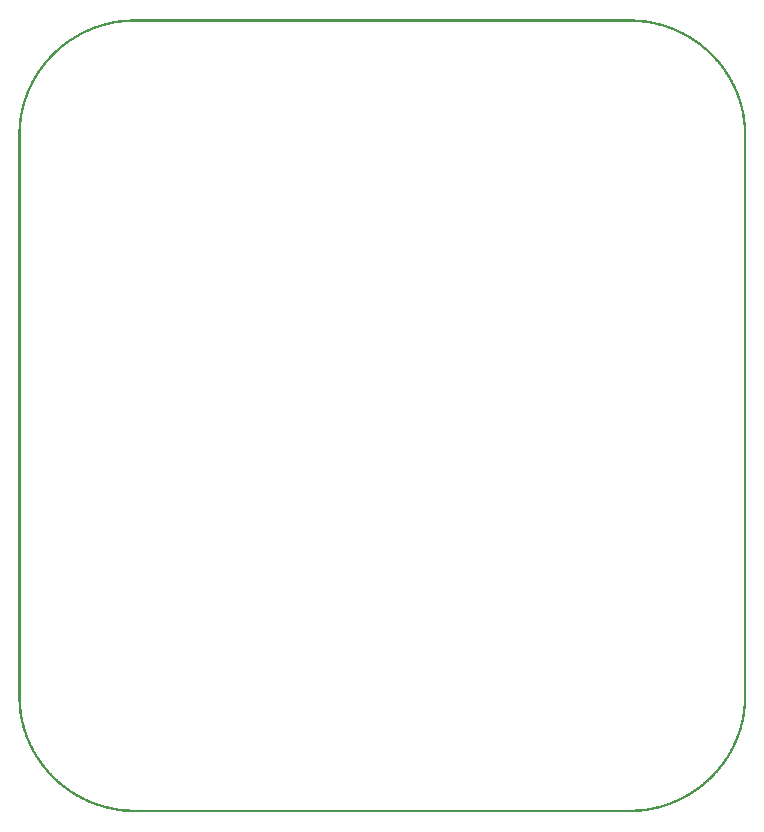
<source format=gbo>
G04 MADE WITH FRITZING*
G04 WWW.FRITZING.ORG*
G04 DOUBLE SIDED*
G04 HOLES PLATED*
G04 CONTOUR ON CENTER OF CONTOUR VECTOR*
%ASAXBY*%
%FSLAX23Y23*%
%MOIN*%
%OFA0B0*%
%SFA1.0B1.0*%
%ADD10R,0.001000X0.001000*%
%LNSILK0*%
G90*
G70*
G54D10*
X371Y2643D02*
X2055Y2643D01*
X357Y2642D02*
X2069Y2642D01*
X347Y2641D02*
X2079Y2641D01*
X338Y2640D02*
X2088Y2640D01*
X331Y2639D02*
X2095Y2639D01*
X325Y2638D02*
X2101Y2638D01*
X319Y2637D02*
X2106Y2637D01*
X314Y2636D02*
X2112Y2636D01*
X309Y2635D02*
X370Y2635D01*
X2056Y2635D02*
X2117Y2635D01*
X305Y2634D02*
X356Y2634D01*
X2070Y2634D02*
X2121Y2634D01*
X300Y2633D02*
X346Y2633D01*
X2080Y2633D02*
X2126Y2633D01*
X296Y2632D02*
X338Y2632D01*
X2088Y2632D02*
X2130Y2632D01*
X292Y2631D02*
X331Y2631D01*
X2095Y2631D02*
X2134Y2631D01*
X288Y2630D02*
X324Y2630D01*
X2102Y2630D02*
X2138Y2630D01*
X285Y2629D02*
X319Y2629D01*
X2107Y2629D02*
X2141Y2629D01*
X281Y2628D02*
X314Y2628D01*
X2112Y2628D02*
X2145Y2628D01*
X278Y2627D02*
X309Y2627D01*
X2117Y2627D02*
X2148Y2627D01*
X275Y2626D02*
X304Y2626D01*
X2122Y2626D02*
X2151Y2626D01*
X272Y2625D02*
X300Y2625D01*
X2126Y2625D02*
X2154Y2625D01*
X269Y2624D02*
X296Y2624D01*
X2130Y2624D02*
X2157Y2624D01*
X266Y2623D02*
X292Y2623D01*
X2134Y2623D02*
X2160Y2623D01*
X263Y2622D02*
X288Y2622D01*
X2138Y2622D02*
X2163Y2622D01*
X260Y2621D02*
X284Y2621D01*
X2142Y2621D02*
X2166Y2621D01*
X257Y2620D02*
X281Y2620D01*
X2145Y2620D02*
X2169Y2620D01*
X254Y2619D02*
X278Y2619D01*
X2148Y2619D02*
X2172Y2619D01*
X251Y2618D02*
X274Y2618D01*
X2152Y2618D02*
X2175Y2618D01*
X249Y2617D02*
X271Y2617D01*
X2155Y2617D02*
X2177Y2617D01*
X246Y2616D02*
X268Y2616D01*
X2158Y2616D02*
X2180Y2616D01*
X244Y2615D02*
X265Y2615D01*
X2161Y2615D02*
X2182Y2615D01*
X241Y2614D02*
X262Y2614D01*
X2164Y2614D02*
X2185Y2614D01*
X239Y2613D02*
X259Y2613D01*
X2167Y2613D02*
X2187Y2613D01*
X236Y2612D02*
X257Y2612D01*
X2169Y2612D02*
X2190Y2612D01*
X234Y2611D02*
X254Y2611D01*
X2172Y2611D02*
X2192Y2611D01*
X232Y2610D02*
X252Y2610D01*
X2174Y2610D02*
X2194Y2610D01*
X230Y2609D02*
X249Y2609D01*
X2177Y2609D02*
X2196Y2609D01*
X227Y2608D02*
X246Y2608D01*
X2180Y2608D02*
X2199Y2608D01*
X225Y2607D02*
X244Y2607D01*
X2182Y2607D02*
X2201Y2607D01*
X223Y2606D02*
X241Y2606D01*
X2185Y2606D02*
X2203Y2606D01*
X221Y2605D02*
X239Y2605D01*
X2187Y2605D02*
X2205Y2605D01*
X219Y2604D02*
X237Y2604D01*
X2189Y2604D02*
X2207Y2604D01*
X217Y2603D02*
X235Y2603D01*
X2191Y2603D02*
X2209Y2603D01*
X215Y2602D02*
X232Y2602D01*
X2194Y2602D02*
X2211Y2602D01*
X213Y2601D02*
X230Y2601D01*
X2196Y2601D02*
X2213Y2601D01*
X211Y2600D02*
X228Y2600D01*
X2198Y2600D02*
X2215Y2600D01*
X209Y2599D02*
X226Y2599D01*
X2200Y2599D02*
X2217Y2599D01*
X207Y2598D02*
X223Y2598D01*
X2203Y2598D02*
X2219Y2598D01*
X205Y2597D02*
X221Y2597D01*
X2205Y2597D02*
X2221Y2597D01*
X203Y2596D02*
X219Y2596D01*
X2207Y2596D02*
X2223Y2596D01*
X201Y2595D02*
X217Y2595D01*
X2209Y2595D02*
X2225Y2595D01*
X200Y2594D02*
X215Y2594D01*
X2211Y2594D02*
X2226Y2594D01*
X198Y2593D02*
X213Y2593D01*
X2213Y2593D02*
X2228Y2593D01*
X196Y2592D02*
X212Y2592D01*
X2214Y2592D02*
X2230Y2592D01*
X194Y2591D02*
X210Y2591D01*
X2216Y2591D02*
X2232Y2591D01*
X193Y2590D02*
X208Y2590D01*
X2218Y2590D02*
X2233Y2590D01*
X191Y2589D02*
X206Y2589D01*
X2220Y2589D02*
X2235Y2589D01*
X189Y2588D02*
X204Y2588D01*
X2222Y2588D02*
X2237Y2588D01*
X187Y2587D02*
X202Y2587D01*
X2224Y2587D02*
X2239Y2587D01*
X186Y2586D02*
X201Y2586D01*
X2225Y2586D02*
X2240Y2586D01*
X184Y2585D02*
X199Y2585D01*
X2227Y2585D02*
X2242Y2585D01*
X183Y2584D02*
X197Y2584D01*
X2229Y2584D02*
X2243Y2584D01*
X181Y2583D02*
X195Y2583D01*
X2231Y2583D02*
X2245Y2583D01*
X180Y2582D02*
X193Y2582D01*
X2233Y2582D02*
X2246Y2582D01*
X178Y2581D02*
X192Y2581D01*
X2234Y2581D02*
X2248Y2581D01*
X176Y2580D02*
X190Y2580D01*
X2236Y2580D02*
X2250Y2580D01*
X175Y2579D02*
X189Y2579D01*
X2237Y2579D02*
X2251Y2579D01*
X173Y2578D02*
X187Y2578D01*
X2239Y2578D02*
X2253Y2578D01*
X172Y2577D02*
X185Y2577D01*
X2241Y2577D02*
X2254Y2577D01*
X170Y2576D02*
X184Y2576D01*
X2242Y2576D02*
X2256Y2576D01*
X169Y2575D02*
X182Y2575D01*
X2244Y2575D02*
X2257Y2575D01*
X167Y2574D02*
X181Y2574D01*
X2245Y2574D02*
X2259Y2574D01*
X166Y2573D02*
X179Y2573D01*
X2247Y2573D02*
X2260Y2573D01*
X165Y2572D02*
X177Y2572D01*
X2249Y2572D02*
X2261Y2572D01*
X163Y2571D02*
X176Y2571D01*
X2250Y2571D02*
X2263Y2571D01*
X162Y2570D02*
X174Y2570D01*
X2252Y2570D02*
X2264Y2570D01*
X160Y2569D02*
X173Y2569D01*
X2253Y2569D02*
X2266Y2569D01*
X159Y2568D02*
X172Y2568D01*
X2254Y2568D02*
X2267Y2568D01*
X157Y2567D02*
X170Y2567D01*
X2256Y2567D02*
X2269Y2567D01*
X156Y2566D02*
X169Y2566D01*
X2257Y2566D02*
X2270Y2566D01*
X155Y2565D02*
X167Y2565D01*
X2259Y2565D02*
X2271Y2565D01*
X153Y2564D02*
X166Y2564D01*
X2260Y2564D02*
X2273Y2564D01*
X152Y2563D02*
X165Y2563D01*
X2261Y2563D02*
X2274Y2563D01*
X151Y2562D02*
X163Y2562D01*
X2263Y2562D02*
X2275Y2562D01*
X150Y2561D02*
X162Y2561D01*
X2264Y2561D02*
X2276Y2561D01*
X148Y2560D02*
X160Y2560D01*
X2266Y2560D02*
X2278Y2560D01*
X147Y2559D02*
X159Y2559D01*
X2267Y2559D02*
X2279Y2559D01*
X146Y2558D02*
X158Y2558D01*
X2268Y2558D02*
X2280Y2558D01*
X144Y2557D02*
X156Y2557D01*
X2270Y2557D02*
X2282Y2557D01*
X143Y2556D02*
X155Y2556D01*
X2271Y2556D02*
X2283Y2556D01*
X142Y2555D02*
X154Y2555D01*
X2272Y2555D02*
X2284Y2555D01*
X141Y2554D02*
X153Y2554D01*
X2273Y2554D02*
X2285Y2554D01*
X140Y2553D02*
X151Y2553D01*
X2275Y2553D02*
X2286Y2553D01*
X138Y2552D02*
X150Y2552D01*
X2276Y2552D02*
X2288Y2552D01*
X137Y2551D02*
X149Y2551D01*
X2277Y2551D02*
X2289Y2551D01*
X136Y2550D02*
X147Y2550D01*
X2279Y2550D02*
X2290Y2550D01*
X135Y2549D02*
X146Y2549D01*
X2280Y2549D02*
X2291Y2549D01*
X134Y2548D02*
X145Y2548D01*
X2281Y2548D02*
X2292Y2548D01*
X133Y2547D02*
X144Y2547D01*
X2282Y2547D02*
X2293Y2547D01*
X131Y2546D02*
X143Y2546D01*
X2283Y2546D02*
X2295Y2546D01*
X130Y2545D02*
X142Y2545D01*
X2284Y2545D02*
X2296Y2545D01*
X129Y2544D02*
X140Y2544D01*
X2286Y2544D02*
X2297Y2544D01*
X128Y2543D02*
X139Y2543D01*
X2287Y2543D02*
X2298Y2543D01*
X127Y2542D02*
X138Y2542D01*
X2288Y2542D02*
X2299Y2542D01*
X126Y2541D02*
X137Y2541D01*
X2289Y2541D02*
X2300Y2541D01*
X125Y2540D02*
X136Y2540D01*
X2290Y2540D02*
X2301Y2540D01*
X124Y2539D02*
X134Y2539D01*
X2292Y2539D02*
X2302Y2539D01*
X123Y2538D02*
X133Y2538D01*
X2293Y2538D02*
X2303Y2538D01*
X122Y2537D02*
X132Y2537D01*
X2294Y2537D02*
X2304Y2537D01*
X120Y2536D02*
X131Y2536D01*
X2295Y2536D02*
X2306Y2536D01*
X119Y2535D02*
X130Y2535D01*
X2296Y2535D02*
X2307Y2535D01*
X118Y2534D02*
X129Y2534D01*
X2297Y2534D02*
X2308Y2534D01*
X117Y2533D02*
X128Y2533D01*
X2298Y2533D02*
X2309Y2533D01*
X116Y2532D02*
X127Y2532D01*
X2299Y2532D02*
X2310Y2532D01*
X115Y2531D02*
X126Y2531D01*
X2300Y2531D02*
X2311Y2531D01*
X114Y2530D02*
X125Y2530D01*
X2301Y2530D02*
X2312Y2530D01*
X113Y2529D02*
X124Y2529D01*
X2302Y2529D02*
X2313Y2529D01*
X112Y2528D02*
X123Y2528D01*
X2303Y2528D02*
X2314Y2528D01*
X111Y2527D02*
X122Y2527D01*
X2304Y2527D02*
X2315Y2527D01*
X110Y2526D02*
X120Y2526D01*
X2305Y2526D02*
X2316Y2526D01*
X109Y2525D02*
X119Y2525D01*
X2307Y2525D02*
X2317Y2525D01*
X108Y2524D02*
X118Y2524D01*
X2308Y2524D02*
X2318Y2524D01*
X107Y2523D02*
X117Y2523D01*
X2309Y2523D02*
X2319Y2523D01*
X106Y2522D02*
X117Y2522D01*
X2309Y2522D02*
X2320Y2522D01*
X105Y2521D02*
X116Y2521D01*
X2310Y2521D02*
X2321Y2521D01*
X104Y2520D02*
X115Y2520D01*
X2311Y2520D02*
X2322Y2520D01*
X104Y2519D02*
X114Y2519D01*
X2312Y2519D02*
X2322Y2519D01*
X103Y2518D02*
X113Y2518D01*
X2313Y2518D02*
X2323Y2518D01*
X102Y2517D02*
X112Y2517D01*
X2314Y2517D02*
X2324Y2517D01*
X101Y2516D02*
X111Y2516D01*
X2315Y2516D02*
X2325Y2516D01*
X100Y2515D02*
X110Y2515D01*
X2316Y2515D02*
X2326Y2515D01*
X99Y2514D02*
X109Y2514D01*
X2317Y2514D02*
X2327Y2514D01*
X98Y2513D02*
X108Y2513D01*
X2318Y2513D02*
X2328Y2513D01*
X97Y2512D02*
X107Y2512D01*
X2319Y2512D02*
X2329Y2512D01*
X96Y2511D02*
X106Y2511D01*
X2320Y2511D02*
X2330Y2511D01*
X95Y2510D02*
X105Y2510D01*
X2321Y2510D02*
X2331Y2510D01*
X95Y2509D02*
X104Y2509D01*
X2322Y2509D02*
X2331Y2509D01*
X94Y2508D02*
X103Y2508D01*
X2323Y2508D02*
X2332Y2508D01*
X93Y2507D02*
X102Y2507D01*
X2324Y2507D02*
X2333Y2507D01*
X92Y2506D02*
X102Y2506D01*
X2324Y2506D02*
X2334Y2506D01*
X91Y2505D02*
X101Y2505D01*
X2325Y2505D02*
X2335Y2505D01*
X90Y2504D02*
X100Y2504D01*
X2326Y2504D02*
X2336Y2504D01*
X89Y2503D02*
X99Y2503D01*
X2327Y2503D02*
X2337Y2503D01*
X89Y2502D02*
X98Y2502D01*
X2328Y2502D02*
X2337Y2502D01*
X88Y2501D02*
X97Y2501D01*
X2329Y2501D02*
X2338Y2501D01*
X87Y2500D02*
X96Y2500D01*
X2330Y2500D02*
X2339Y2500D01*
X86Y2499D02*
X95Y2499D01*
X2331Y2499D02*
X2340Y2499D01*
X85Y2498D02*
X95Y2498D01*
X2331Y2498D02*
X2341Y2498D01*
X85Y2497D02*
X94Y2497D01*
X2332Y2497D02*
X2341Y2497D01*
X84Y2496D02*
X93Y2496D01*
X2333Y2496D02*
X2342Y2496D01*
X83Y2495D02*
X92Y2495D01*
X2334Y2495D02*
X2343Y2495D01*
X82Y2494D02*
X91Y2494D01*
X2335Y2494D02*
X2344Y2494D01*
X81Y2493D02*
X91Y2493D01*
X2335Y2493D02*
X2345Y2493D01*
X81Y2492D02*
X90Y2492D01*
X2336Y2492D02*
X2345Y2492D01*
X80Y2491D02*
X89Y2491D01*
X2337Y2491D02*
X2346Y2491D01*
X79Y2490D02*
X88Y2490D01*
X2338Y2490D02*
X2347Y2490D01*
X78Y2489D02*
X87Y2489D01*
X2339Y2489D02*
X2348Y2489D01*
X77Y2488D02*
X87Y2488D01*
X2339Y2488D02*
X2349Y2488D01*
X77Y2487D02*
X86Y2487D01*
X2340Y2487D02*
X2349Y2487D01*
X76Y2486D02*
X85Y2486D01*
X2341Y2486D02*
X2350Y2486D01*
X75Y2485D02*
X84Y2485D01*
X2342Y2485D02*
X2351Y2485D01*
X75Y2484D02*
X83Y2484D01*
X2343Y2484D02*
X2351Y2484D01*
X74Y2483D02*
X83Y2483D01*
X2343Y2483D02*
X2352Y2483D01*
X73Y2482D02*
X82Y2482D01*
X2344Y2482D02*
X2353Y2482D01*
X72Y2481D02*
X81Y2481D01*
X2345Y2481D02*
X2354Y2481D01*
X72Y2480D02*
X80Y2480D01*
X2346Y2480D02*
X2354Y2480D01*
X71Y2479D02*
X80Y2479D01*
X2346Y2479D02*
X2355Y2479D01*
X70Y2478D02*
X79Y2478D01*
X2347Y2478D02*
X2356Y2478D01*
X70Y2477D02*
X78Y2477D01*
X2348Y2477D02*
X2356Y2477D01*
X69Y2476D02*
X78Y2476D01*
X2348Y2476D02*
X2357Y2476D01*
X68Y2475D02*
X77Y2475D01*
X2349Y2475D02*
X2358Y2475D01*
X67Y2474D02*
X76Y2474D01*
X2350Y2474D02*
X2359Y2474D01*
X67Y2473D02*
X75Y2473D01*
X2351Y2473D02*
X2359Y2473D01*
X66Y2472D02*
X75Y2472D01*
X2351Y2472D02*
X2360Y2472D01*
X65Y2471D02*
X74Y2471D01*
X2352Y2471D02*
X2361Y2471D01*
X65Y2470D02*
X73Y2470D01*
X2353Y2470D02*
X2361Y2470D01*
X64Y2469D02*
X72Y2469D01*
X2354Y2469D02*
X2362Y2469D01*
X63Y2468D02*
X72Y2468D01*
X2354Y2468D02*
X2363Y2468D01*
X63Y2467D02*
X71Y2467D01*
X2355Y2467D02*
X2363Y2467D01*
X62Y2466D02*
X71Y2466D01*
X2355Y2466D02*
X2364Y2466D01*
X61Y2465D02*
X70Y2465D01*
X2356Y2465D02*
X2365Y2465D01*
X61Y2464D02*
X69Y2464D01*
X2357Y2464D02*
X2365Y2464D01*
X60Y2463D02*
X69Y2463D01*
X2357Y2463D02*
X2366Y2463D01*
X60Y2462D02*
X68Y2462D01*
X2358Y2462D02*
X2366Y2462D01*
X59Y2461D02*
X67Y2461D01*
X2359Y2461D02*
X2367Y2461D01*
X58Y2460D02*
X67Y2460D01*
X2359Y2460D02*
X2368Y2460D01*
X58Y2459D02*
X66Y2459D01*
X2360Y2459D02*
X2368Y2459D01*
X57Y2458D02*
X65Y2458D01*
X2361Y2458D02*
X2369Y2458D01*
X56Y2457D02*
X65Y2457D01*
X2361Y2457D02*
X2370Y2457D01*
X56Y2456D02*
X64Y2456D01*
X2362Y2456D02*
X2370Y2456D01*
X55Y2455D02*
X63Y2455D01*
X2363Y2455D02*
X2371Y2455D01*
X55Y2454D02*
X63Y2454D01*
X2363Y2454D02*
X2371Y2454D01*
X54Y2453D02*
X62Y2453D01*
X2364Y2453D02*
X2372Y2453D01*
X53Y2452D02*
X62Y2452D01*
X2364Y2452D02*
X2373Y2452D01*
X53Y2451D02*
X61Y2451D01*
X2365Y2451D02*
X2373Y2451D01*
X52Y2450D02*
X60Y2450D01*
X2366Y2450D02*
X2374Y2450D01*
X52Y2449D02*
X60Y2449D01*
X2366Y2449D02*
X2374Y2449D01*
X51Y2448D02*
X59Y2448D01*
X2367Y2448D02*
X2375Y2448D01*
X51Y2447D02*
X59Y2447D01*
X2367Y2447D02*
X2375Y2447D01*
X50Y2446D02*
X58Y2446D01*
X2368Y2446D02*
X2376Y2446D01*
X49Y2445D02*
X57Y2445D01*
X2369Y2445D02*
X2377Y2445D01*
X49Y2444D02*
X57Y2444D01*
X2369Y2444D02*
X2377Y2444D01*
X48Y2443D02*
X56Y2443D01*
X2370Y2443D02*
X2378Y2443D01*
X48Y2442D02*
X56Y2442D01*
X2370Y2442D02*
X2378Y2442D01*
X47Y2441D02*
X55Y2441D01*
X2371Y2441D02*
X2379Y2441D01*
X47Y2440D02*
X55Y2440D01*
X2371Y2440D02*
X2379Y2440D01*
X46Y2439D02*
X54Y2439D01*
X2372Y2439D02*
X2380Y2439D01*
X45Y2438D02*
X53Y2438D01*
X2373Y2438D02*
X2381Y2438D01*
X45Y2437D02*
X53Y2437D01*
X2373Y2437D02*
X2381Y2437D01*
X44Y2436D02*
X52Y2436D01*
X2374Y2436D02*
X2382Y2436D01*
X44Y2435D02*
X52Y2435D01*
X2374Y2435D02*
X2382Y2435D01*
X43Y2434D02*
X51Y2434D01*
X2375Y2434D02*
X2383Y2434D01*
X43Y2433D02*
X51Y2433D01*
X2375Y2433D02*
X2383Y2433D01*
X42Y2432D02*
X50Y2432D01*
X2376Y2432D02*
X2384Y2432D01*
X42Y2431D02*
X50Y2431D01*
X2376Y2431D02*
X2384Y2431D01*
X41Y2430D02*
X49Y2430D01*
X2377Y2430D02*
X2385Y2430D01*
X41Y2429D02*
X49Y2429D01*
X2377Y2429D02*
X2385Y2429D01*
X40Y2428D02*
X48Y2428D01*
X2378Y2428D02*
X2386Y2428D01*
X40Y2427D02*
X48Y2427D01*
X2378Y2427D02*
X2386Y2427D01*
X39Y2426D02*
X47Y2426D01*
X2379Y2426D02*
X2387Y2426D01*
X39Y2425D02*
X47Y2425D01*
X2379Y2425D02*
X2387Y2425D01*
X38Y2424D02*
X46Y2424D01*
X2380Y2424D02*
X2388Y2424D01*
X38Y2423D02*
X46Y2423D01*
X2380Y2423D02*
X2388Y2423D01*
X37Y2422D02*
X45Y2422D01*
X2381Y2422D02*
X2389Y2422D01*
X37Y2421D02*
X45Y2421D01*
X2381Y2421D02*
X2389Y2421D01*
X36Y2420D02*
X44Y2420D01*
X2382Y2420D02*
X2390Y2420D01*
X36Y2419D02*
X44Y2419D01*
X2382Y2419D02*
X2390Y2419D01*
X36Y2418D02*
X43Y2418D01*
X2383Y2418D02*
X2390Y2418D01*
X35Y2417D02*
X43Y2417D01*
X2383Y2417D02*
X2391Y2417D01*
X35Y2416D02*
X42Y2416D01*
X2384Y2416D02*
X2391Y2416D01*
X34Y2415D02*
X42Y2415D01*
X2384Y2415D02*
X2392Y2415D01*
X34Y2414D02*
X41Y2414D01*
X2385Y2414D02*
X2392Y2414D01*
X33Y2413D02*
X41Y2413D01*
X2385Y2413D02*
X2393Y2413D01*
X33Y2412D02*
X40Y2412D01*
X2386Y2412D02*
X2393Y2412D01*
X32Y2411D02*
X40Y2411D01*
X2386Y2411D02*
X2394Y2411D01*
X32Y2410D02*
X39Y2410D01*
X2387Y2410D02*
X2394Y2410D01*
X31Y2409D02*
X39Y2409D01*
X2387Y2409D02*
X2395Y2409D01*
X31Y2408D02*
X39Y2408D01*
X2387Y2408D02*
X2395Y2408D01*
X31Y2407D02*
X38Y2407D01*
X2388Y2407D02*
X2395Y2407D01*
X30Y2406D02*
X38Y2406D01*
X2388Y2406D02*
X2396Y2406D01*
X30Y2405D02*
X37Y2405D01*
X2389Y2405D02*
X2396Y2405D01*
X29Y2404D02*
X37Y2404D01*
X2389Y2404D02*
X2397Y2404D01*
X29Y2403D02*
X36Y2403D01*
X2390Y2403D02*
X2397Y2403D01*
X29Y2402D02*
X36Y2402D01*
X2390Y2402D02*
X2397Y2402D01*
X28Y2401D02*
X36Y2401D01*
X2390Y2401D02*
X2398Y2401D01*
X28Y2400D02*
X35Y2400D01*
X2391Y2400D02*
X2398Y2400D01*
X27Y2399D02*
X35Y2399D01*
X2391Y2399D02*
X2399Y2399D01*
X27Y2398D02*
X34Y2398D01*
X2392Y2398D02*
X2399Y2398D01*
X27Y2397D02*
X34Y2397D01*
X2392Y2397D02*
X2399Y2397D01*
X26Y2396D02*
X34Y2396D01*
X2392Y2396D02*
X2400Y2396D01*
X26Y2395D02*
X33Y2395D01*
X2393Y2395D02*
X2400Y2395D01*
X25Y2394D02*
X33Y2394D01*
X2393Y2394D02*
X2401Y2394D01*
X25Y2393D02*
X32Y2393D01*
X2394Y2393D02*
X2401Y2393D01*
X25Y2392D02*
X32Y2392D01*
X2394Y2392D02*
X2401Y2392D01*
X24Y2391D02*
X32Y2391D01*
X2394Y2391D02*
X2402Y2391D01*
X24Y2390D02*
X31Y2390D01*
X2395Y2390D02*
X2402Y2390D01*
X23Y2389D02*
X31Y2389D01*
X2395Y2389D02*
X2403Y2389D01*
X23Y2388D02*
X30Y2388D01*
X2396Y2388D02*
X2403Y2388D01*
X23Y2387D02*
X30Y2387D01*
X2396Y2387D02*
X2403Y2387D01*
X22Y2386D02*
X30Y2386D01*
X2396Y2386D02*
X2404Y2386D01*
X22Y2385D02*
X29Y2385D01*
X2397Y2385D02*
X2404Y2385D01*
X22Y2384D02*
X29Y2384D01*
X2397Y2384D02*
X2404Y2384D01*
X21Y2383D02*
X29Y2383D01*
X2397Y2383D02*
X2405Y2383D01*
X21Y2382D02*
X28Y2382D01*
X2398Y2382D02*
X2405Y2382D01*
X21Y2381D02*
X28Y2381D01*
X2398Y2381D02*
X2405Y2381D01*
X20Y2380D02*
X28Y2380D01*
X2398Y2380D02*
X2406Y2380D01*
X20Y2379D02*
X27Y2379D01*
X2399Y2379D02*
X2406Y2379D01*
X20Y2378D02*
X27Y2378D01*
X2399Y2378D02*
X2406Y2378D01*
X19Y2377D02*
X27Y2377D01*
X2399Y2377D02*
X2407Y2377D01*
X19Y2376D02*
X26Y2376D01*
X2400Y2376D02*
X2407Y2376D01*
X19Y2375D02*
X26Y2375D01*
X2400Y2375D02*
X2407Y2375D01*
X18Y2374D02*
X26Y2374D01*
X2400Y2374D02*
X2408Y2374D01*
X18Y2373D02*
X25Y2373D01*
X2401Y2373D02*
X2408Y2373D01*
X18Y2372D02*
X25Y2372D01*
X2401Y2372D02*
X2408Y2372D01*
X17Y2371D02*
X25Y2371D01*
X2401Y2371D02*
X2409Y2371D01*
X17Y2370D02*
X24Y2370D01*
X2402Y2370D02*
X2409Y2370D01*
X17Y2369D02*
X24Y2369D01*
X2402Y2369D02*
X2409Y2369D01*
X16Y2368D02*
X24Y2368D01*
X2402Y2368D02*
X2410Y2368D01*
X16Y2367D02*
X23Y2367D01*
X2403Y2367D02*
X2410Y2367D01*
X16Y2366D02*
X23Y2366D01*
X2403Y2366D02*
X2410Y2366D01*
X15Y2365D02*
X23Y2365D01*
X2403Y2365D02*
X2411Y2365D01*
X15Y2364D02*
X22Y2364D01*
X2404Y2364D02*
X2411Y2364D01*
X15Y2363D02*
X22Y2363D01*
X2404Y2363D02*
X2411Y2363D01*
X15Y2362D02*
X22Y2362D01*
X2404Y2362D02*
X2411Y2362D01*
X14Y2361D02*
X21Y2361D01*
X2405Y2361D02*
X2412Y2361D01*
X14Y2360D02*
X21Y2360D01*
X2405Y2360D02*
X2412Y2360D01*
X14Y2359D02*
X21Y2359D01*
X2405Y2359D02*
X2412Y2359D01*
X13Y2358D02*
X21Y2358D01*
X2405Y2358D02*
X2412Y2358D01*
X13Y2357D02*
X20Y2357D01*
X2406Y2357D02*
X2413Y2357D01*
X13Y2356D02*
X20Y2356D01*
X2406Y2356D02*
X2413Y2356D01*
X13Y2355D02*
X20Y2355D01*
X2406Y2355D02*
X2413Y2355D01*
X12Y2354D02*
X20Y2354D01*
X2406Y2354D02*
X2414Y2354D01*
X12Y2353D02*
X19Y2353D01*
X2407Y2353D02*
X2414Y2353D01*
X12Y2352D02*
X19Y2352D01*
X2407Y2352D02*
X2414Y2352D01*
X12Y2351D02*
X19Y2351D01*
X2407Y2351D02*
X2414Y2351D01*
X11Y2350D02*
X19Y2350D01*
X2407Y2350D02*
X2415Y2350D01*
X11Y2349D02*
X18Y2349D01*
X2408Y2349D02*
X2415Y2349D01*
X11Y2348D02*
X18Y2348D01*
X2408Y2348D02*
X2415Y2348D01*
X11Y2347D02*
X18Y2347D01*
X2408Y2347D02*
X2415Y2347D01*
X10Y2346D02*
X18Y2346D01*
X2408Y2346D02*
X2416Y2346D01*
X10Y2345D02*
X17Y2345D01*
X2409Y2345D02*
X2416Y2345D01*
X10Y2344D02*
X17Y2344D01*
X2409Y2344D02*
X2416Y2344D01*
X10Y2343D02*
X17Y2343D01*
X2409Y2343D02*
X2416Y2343D01*
X9Y2342D02*
X17Y2342D01*
X2409Y2342D02*
X2417Y2342D01*
X9Y2341D02*
X16Y2341D01*
X2410Y2341D02*
X2417Y2341D01*
X9Y2340D02*
X16Y2340D01*
X2410Y2340D02*
X2417Y2340D01*
X9Y2339D02*
X16Y2339D01*
X2410Y2339D02*
X2417Y2339D01*
X9Y2338D02*
X16Y2338D01*
X2410Y2338D02*
X2417Y2338D01*
X8Y2337D02*
X15Y2337D01*
X2411Y2337D02*
X2418Y2337D01*
X8Y2336D02*
X15Y2336D01*
X2411Y2336D02*
X2418Y2336D01*
X8Y2335D02*
X15Y2335D01*
X2411Y2335D02*
X2418Y2335D01*
X8Y2334D02*
X15Y2334D01*
X2411Y2334D02*
X2418Y2334D01*
X8Y2333D02*
X15Y2333D01*
X2411Y2333D02*
X2418Y2333D01*
X7Y2332D02*
X14Y2332D01*
X2412Y2332D02*
X2419Y2332D01*
X7Y2331D02*
X14Y2331D01*
X2412Y2331D02*
X2419Y2331D01*
X7Y2330D02*
X14Y2330D01*
X2412Y2330D02*
X2419Y2330D01*
X7Y2329D02*
X14Y2329D01*
X2412Y2329D02*
X2419Y2329D01*
X7Y2328D02*
X14Y2328D01*
X2412Y2328D02*
X2419Y2328D01*
X6Y2327D02*
X13Y2327D01*
X2413Y2327D02*
X2420Y2327D01*
X6Y2326D02*
X13Y2326D01*
X2413Y2326D02*
X2420Y2326D01*
X6Y2325D02*
X13Y2325D01*
X2413Y2325D02*
X2420Y2325D01*
X6Y2324D02*
X13Y2324D01*
X2413Y2324D02*
X2420Y2324D01*
X6Y2323D02*
X13Y2323D01*
X2413Y2323D02*
X2420Y2323D01*
X6Y2322D02*
X13Y2322D01*
X2413Y2322D02*
X2420Y2322D01*
X5Y2321D02*
X12Y2321D01*
X2414Y2321D02*
X2421Y2321D01*
X5Y2320D02*
X12Y2320D01*
X2414Y2320D02*
X2421Y2320D01*
X5Y2319D02*
X12Y2319D01*
X2414Y2319D02*
X2421Y2319D01*
X5Y2318D02*
X12Y2318D01*
X2414Y2318D02*
X2421Y2318D01*
X5Y2317D02*
X12Y2317D01*
X2414Y2317D02*
X2421Y2317D01*
X5Y2316D02*
X12Y2316D01*
X2414Y2316D02*
X2421Y2316D01*
X4Y2315D02*
X11Y2315D01*
X2415Y2315D02*
X2422Y2315D01*
X4Y2314D02*
X11Y2314D01*
X2415Y2314D02*
X2422Y2314D01*
X4Y2313D02*
X11Y2313D01*
X2415Y2313D02*
X2422Y2313D01*
X4Y2312D02*
X11Y2312D01*
X2415Y2312D02*
X2422Y2312D01*
X4Y2311D02*
X11Y2311D01*
X2415Y2311D02*
X2422Y2311D01*
X4Y2310D02*
X11Y2310D01*
X2415Y2310D02*
X2422Y2310D01*
X4Y2309D02*
X11Y2309D01*
X2415Y2309D02*
X2422Y2309D01*
X3Y2308D02*
X10Y2308D01*
X2416Y2308D02*
X2423Y2308D01*
X3Y2307D02*
X10Y2307D01*
X2416Y2307D02*
X2423Y2307D01*
X3Y2306D02*
X10Y2306D01*
X2416Y2306D02*
X2423Y2306D01*
X3Y2305D02*
X10Y2305D01*
X2416Y2305D02*
X2423Y2305D01*
X3Y2304D02*
X10Y2304D01*
X2416Y2304D02*
X2423Y2304D01*
X3Y2303D02*
X10Y2303D01*
X2416Y2303D02*
X2423Y2303D01*
X3Y2302D02*
X10Y2302D01*
X2416Y2302D02*
X2423Y2302D01*
X3Y2301D02*
X10Y2301D01*
X2416Y2301D02*
X2423Y2301D01*
X2Y2300D02*
X9Y2300D01*
X2417Y2300D02*
X2424Y2300D01*
X2Y2299D02*
X9Y2299D01*
X2417Y2299D02*
X2424Y2299D01*
X2Y2298D02*
X9Y2298D01*
X2417Y2298D02*
X2424Y2298D01*
X2Y2297D02*
X9Y2297D01*
X2417Y2297D02*
X2424Y2297D01*
X2Y2296D02*
X9Y2296D01*
X2417Y2296D02*
X2424Y2296D01*
X2Y2295D02*
X9Y2295D01*
X2417Y2295D02*
X2424Y2295D01*
X2Y2294D02*
X9Y2294D01*
X2417Y2294D02*
X2424Y2294D01*
X2Y2293D02*
X9Y2293D01*
X2417Y2293D02*
X2424Y2293D01*
X2Y2292D02*
X9Y2292D01*
X2417Y2292D02*
X2424Y2292D01*
X1Y2291D02*
X9Y2291D01*
X2417Y2291D02*
X2425Y2291D01*
X1Y2290D02*
X8Y2290D01*
X2418Y2290D02*
X2425Y2290D01*
X1Y2289D02*
X8Y2289D01*
X2418Y2289D02*
X2425Y2289D01*
X1Y2288D02*
X8Y2288D01*
X2418Y2288D02*
X2425Y2288D01*
X1Y2287D02*
X8Y2287D01*
X2418Y2287D02*
X2425Y2287D01*
X1Y2286D02*
X8Y2286D01*
X2418Y2286D02*
X2425Y2286D01*
X1Y2285D02*
X8Y2285D01*
X2418Y2285D02*
X2425Y2285D01*
X1Y2284D02*
X8Y2284D01*
X2418Y2284D02*
X2425Y2284D01*
X1Y2283D02*
X8Y2283D01*
X2418Y2283D02*
X2425Y2283D01*
X1Y2282D02*
X8Y2282D01*
X2418Y2282D02*
X2425Y2282D01*
X1Y2281D02*
X8Y2281D01*
X2418Y2281D02*
X2425Y2281D01*
X1Y2280D02*
X8Y2280D01*
X2418Y2280D02*
X2425Y2280D01*
X1Y2279D02*
X8Y2279D01*
X2418Y2279D02*
X2425Y2279D01*
X1Y2278D02*
X8Y2278D01*
X2418Y2278D02*
X2425Y2278D01*
X1Y2277D02*
X8Y2277D01*
X2418Y2277D02*
X2425Y2277D01*
X0Y2276D02*
X7Y2276D01*
X2419Y2276D02*
X2426Y2276D01*
X0Y2275D02*
X7Y2275D01*
X2419Y2275D02*
X2426Y2275D01*
X0Y2274D02*
X7Y2274D01*
X2419Y2274D02*
X2426Y2274D01*
X0Y2273D02*
X7Y2273D01*
X2419Y2273D02*
X2426Y2273D01*
X0Y2272D02*
X7Y2272D01*
X2419Y2272D02*
X2426Y2272D01*
X0Y2271D02*
X7Y2271D01*
X2419Y2271D02*
X2426Y2271D01*
X0Y2270D02*
X7Y2270D01*
X2419Y2270D02*
X2426Y2270D01*
X0Y2269D02*
X7Y2269D01*
X2419Y2269D02*
X2426Y2269D01*
X0Y2268D02*
X7Y2268D01*
X2419Y2268D02*
X2426Y2268D01*
X0Y2267D02*
X7Y2267D01*
X2419Y2267D02*
X2426Y2267D01*
X0Y2266D02*
X7Y2266D01*
X2419Y2266D02*
X2426Y2266D01*
X0Y2265D02*
X7Y2265D01*
X2419Y2265D02*
X2426Y2265D01*
X0Y2264D02*
X7Y2264D01*
X2419Y2264D02*
X2426Y2264D01*
X0Y2263D02*
X7Y2263D01*
X2419Y2263D02*
X2426Y2263D01*
X0Y2262D02*
X7Y2262D01*
X2419Y2262D02*
X2426Y2262D01*
X0Y2261D02*
X7Y2261D01*
X2419Y2261D02*
X2426Y2261D01*
X0Y2260D02*
X7Y2260D01*
X2419Y2260D02*
X2426Y2260D01*
X0Y2259D02*
X7Y2259D01*
X2419Y2259D02*
X2426Y2259D01*
X0Y2258D02*
X7Y2258D01*
X2419Y2258D02*
X2426Y2258D01*
X0Y2257D02*
X7Y2257D01*
X2419Y2257D02*
X2426Y2257D01*
X0Y2256D02*
X7Y2256D01*
X2419Y2256D02*
X2426Y2256D01*
X0Y2255D02*
X7Y2255D01*
X2419Y2255D02*
X2426Y2255D01*
X0Y2254D02*
X7Y2254D01*
X2419Y2254D02*
X2426Y2254D01*
X0Y2253D02*
X7Y2253D01*
X2419Y2253D02*
X2426Y2253D01*
X0Y2252D02*
X7Y2252D01*
X2419Y2252D02*
X2426Y2252D01*
X0Y2251D02*
X7Y2251D01*
X2419Y2251D02*
X2426Y2251D01*
X0Y2250D02*
X7Y2250D01*
X2419Y2250D02*
X2426Y2250D01*
X0Y2249D02*
X7Y2249D01*
X2419Y2249D02*
X2426Y2249D01*
X0Y2248D02*
X7Y2248D01*
X2419Y2248D02*
X2426Y2248D01*
X0Y2247D02*
X7Y2247D01*
X2419Y2247D02*
X2426Y2247D01*
X0Y2246D02*
X7Y2246D01*
X2419Y2246D02*
X2426Y2246D01*
X0Y2245D02*
X7Y2245D01*
X2419Y2245D02*
X2426Y2245D01*
X0Y2244D02*
X7Y2244D01*
X2419Y2244D02*
X2426Y2244D01*
X0Y2243D02*
X7Y2243D01*
X2419Y2243D02*
X2426Y2243D01*
X0Y2242D02*
X7Y2242D01*
X2419Y2242D02*
X2426Y2242D01*
X0Y2241D02*
X7Y2241D01*
X2419Y2241D02*
X2426Y2241D01*
X0Y2240D02*
X7Y2240D01*
X2419Y2240D02*
X2426Y2240D01*
X0Y2239D02*
X7Y2239D01*
X2419Y2239D02*
X2426Y2239D01*
X0Y2238D02*
X7Y2238D01*
X2419Y2238D02*
X2426Y2238D01*
X0Y2237D02*
X7Y2237D01*
X2419Y2237D02*
X2426Y2237D01*
X0Y2236D02*
X7Y2236D01*
X2419Y2236D02*
X2426Y2236D01*
X0Y2235D02*
X7Y2235D01*
X2419Y2235D02*
X2426Y2235D01*
X0Y2234D02*
X7Y2234D01*
X2419Y2234D02*
X2426Y2234D01*
X0Y2233D02*
X7Y2233D01*
X2419Y2233D02*
X2426Y2233D01*
X0Y2232D02*
X7Y2232D01*
X2419Y2232D02*
X2426Y2232D01*
X0Y2231D02*
X7Y2231D01*
X2419Y2231D02*
X2426Y2231D01*
X0Y2230D02*
X7Y2230D01*
X2419Y2230D02*
X2426Y2230D01*
X0Y2229D02*
X7Y2229D01*
X2419Y2229D02*
X2426Y2229D01*
X0Y2228D02*
X7Y2228D01*
X2419Y2228D02*
X2426Y2228D01*
X0Y2227D02*
X7Y2227D01*
X2419Y2227D02*
X2426Y2227D01*
X0Y2226D02*
X7Y2226D01*
X2419Y2226D02*
X2426Y2226D01*
X0Y2225D02*
X7Y2225D01*
X2419Y2225D02*
X2426Y2225D01*
X0Y2224D02*
X7Y2224D01*
X2419Y2224D02*
X2426Y2224D01*
X0Y2223D02*
X7Y2223D01*
X2419Y2223D02*
X2426Y2223D01*
X0Y2222D02*
X7Y2222D01*
X2419Y2222D02*
X2426Y2222D01*
X0Y2221D02*
X7Y2221D01*
X2419Y2221D02*
X2426Y2221D01*
X0Y2220D02*
X7Y2220D01*
X2419Y2220D02*
X2426Y2220D01*
X0Y2219D02*
X7Y2219D01*
X2419Y2219D02*
X2426Y2219D01*
X0Y2218D02*
X7Y2218D01*
X2419Y2218D02*
X2426Y2218D01*
X0Y2217D02*
X7Y2217D01*
X2419Y2217D02*
X2426Y2217D01*
X0Y2216D02*
X7Y2216D01*
X2419Y2216D02*
X2426Y2216D01*
X0Y2215D02*
X7Y2215D01*
X2419Y2215D02*
X2426Y2215D01*
X0Y2214D02*
X7Y2214D01*
X2419Y2214D02*
X2426Y2214D01*
X0Y2213D02*
X7Y2213D01*
X2419Y2213D02*
X2426Y2213D01*
X0Y2212D02*
X7Y2212D01*
X2419Y2212D02*
X2426Y2212D01*
X0Y2211D02*
X7Y2211D01*
X2419Y2211D02*
X2426Y2211D01*
X0Y2210D02*
X7Y2210D01*
X2419Y2210D02*
X2426Y2210D01*
X0Y2209D02*
X7Y2209D01*
X2419Y2209D02*
X2426Y2209D01*
X0Y2208D02*
X7Y2208D01*
X2419Y2208D02*
X2426Y2208D01*
X0Y2207D02*
X7Y2207D01*
X2419Y2207D02*
X2426Y2207D01*
X0Y2206D02*
X7Y2206D01*
X2419Y2206D02*
X2426Y2206D01*
X0Y2205D02*
X7Y2205D01*
X2419Y2205D02*
X2426Y2205D01*
X0Y2204D02*
X7Y2204D01*
X2419Y2204D02*
X2426Y2204D01*
X0Y2203D02*
X7Y2203D01*
X2419Y2203D02*
X2426Y2203D01*
X0Y2202D02*
X7Y2202D01*
X2419Y2202D02*
X2426Y2202D01*
X0Y2201D02*
X7Y2201D01*
X2419Y2201D02*
X2426Y2201D01*
X0Y2200D02*
X7Y2200D01*
X2419Y2200D02*
X2426Y2200D01*
X0Y2199D02*
X7Y2199D01*
X2419Y2199D02*
X2426Y2199D01*
X0Y2198D02*
X7Y2198D01*
X2419Y2198D02*
X2426Y2198D01*
X0Y2197D02*
X7Y2197D01*
X2419Y2197D02*
X2426Y2197D01*
X0Y2196D02*
X7Y2196D01*
X2419Y2196D02*
X2426Y2196D01*
X0Y2195D02*
X7Y2195D01*
X2419Y2195D02*
X2426Y2195D01*
X0Y2194D02*
X7Y2194D01*
X2419Y2194D02*
X2426Y2194D01*
X0Y2193D02*
X7Y2193D01*
X2419Y2193D02*
X2426Y2193D01*
X0Y2192D02*
X7Y2192D01*
X2419Y2192D02*
X2426Y2192D01*
X0Y2191D02*
X7Y2191D01*
X2419Y2191D02*
X2426Y2191D01*
X0Y2190D02*
X7Y2190D01*
X2419Y2190D02*
X2426Y2190D01*
X0Y2189D02*
X7Y2189D01*
X2419Y2189D02*
X2426Y2189D01*
X0Y2188D02*
X7Y2188D01*
X2419Y2188D02*
X2426Y2188D01*
X0Y2187D02*
X7Y2187D01*
X2419Y2187D02*
X2426Y2187D01*
X0Y2186D02*
X7Y2186D01*
X2419Y2186D02*
X2426Y2186D01*
X0Y2185D02*
X7Y2185D01*
X2419Y2185D02*
X2426Y2185D01*
X0Y2184D02*
X7Y2184D01*
X2419Y2184D02*
X2426Y2184D01*
X0Y2183D02*
X7Y2183D01*
X2419Y2183D02*
X2426Y2183D01*
X0Y2182D02*
X7Y2182D01*
X2419Y2182D02*
X2426Y2182D01*
X0Y2181D02*
X7Y2181D01*
X2419Y2181D02*
X2426Y2181D01*
X0Y2180D02*
X7Y2180D01*
X2419Y2180D02*
X2426Y2180D01*
X0Y2179D02*
X7Y2179D01*
X2419Y2179D02*
X2426Y2179D01*
X0Y2178D02*
X7Y2178D01*
X2419Y2178D02*
X2426Y2178D01*
X0Y2177D02*
X7Y2177D01*
X2419Y2177D02*
X2426Y2177D01*
X0Y2176D02*
X7Y2176D01*
X2419Y2176D02*
X2426Y2176D01*
X0Y2175D02*
X7Y2175D01*
X2419Y2175D02*
X2426Y2175D01*
X0Y2174D02*
X7Y2174D01*
X2419Y2174D02*
X2426Y2174D01*
X0Y2173D02*
X7Y2173D01*
X2419Y2173D02*
X2426Y2173D01*
X0Y2172D02*
X7Y2172D01*
X2419Y2172D02*
X2426Y2172D01*
X0Y2171D02*
X7Y2171D01*
X2419Y2171D02*
X2426Y2171D01*
X0Y2170D02*
X7Y2170D01*
X2419Y2170D02*
X2426Y2170D01*
X0Y2169D02*
X7Y2169D01*
X2419Y2169D02*
X2426Y2169D01*
X0Y2168D02*
X7Y2168D01*
X2419Y2168D02*
X2426Y2168D01*
X0Y2167D02*
X7Y2167D01*
X2419Y2167D02*
X2426Y2167D01*
X0Y2166D02*
X7Y2166D01*
X2419Y2166D02*
X2426Y2166D01*
X0Y2165D02*
X7Y2165D01*
X2419Y2165D02*
X2426Y2165D01*
X0Y2164D02*
X7Y2164D01*
X2419Y2164D02*
X2426Y2164D01*
X0Y2163D02*
X7Y2163D01*
X2419Y2163D02*
X2426Y2163D01*
X0Y2162D02*
X7Y2162D01*
X2419Y2162D02*
X2426Y2162D01*
X0Y2161D02*
X7Y2161D01*
X2419Y2161D02*
X2426Y2161D01*
X0Y2160D02*
X7Y2160D01*
X2419Y2160D02*
X2426Y2160D01*
X0Y2159D02*
X7Y2159D01*
X2419Y2159D02*
X2426Y2159D01*
X0Y2158D02*
X7Y2158D01*
X2419Y2158D02*
X2426Y2158D01*
X0Y2157D02*
X7Y2157D01*
X2419Y2157D02*
X2426Y2157D01*
X0Y2156D02*
X7Y2156D01*
X2419Y2156D02*
X2426Y2156D01*
X0Y2155D02*
X7Y2155D01*
X2419Y2155D02*
X2426Y2155D01*
X0Y2154D02*
X7Y2154D01*
X2419Y2154D02*
X2426Y2154D01*
X0Y2153D02*
X7Y2153D01*
X2419Y2153D02*
X2426Y2153D01*
X0Y2152D02*
X7Y2152D01*
X2419Y2152D02*
X2426Y2152D01*
X0Y2151D02*
X7Y2151D01*
X2419Y2151D02*
X2426Y2151D01*
X0Y2150D02*
X7Y2150D01*
X2419Y2150D02*
X2426Y2150D01*
X0Y2149D02*
X7Y2149D01*
X2419Y2149D02*
X2426Y2149D01*
X0Y2148D02*
X7Y2148D01*
X2419Y2148D02*
X2426Y2148D01*
X0Y2147D02*
X7Y2147D01*
X2419Y2147D02*
X2426Y2147D01*
X0Y2146D02*
X7Y2146D01*
X2419Y2146D02*
X2426Y2146D01*
X0Y2145D02*
X7Y2145D01*
X2419Y2145D02*
X2426Y2145D01*
X0Y2144D02*
X7Y2144D01*
X2419Y2144D02*
X2426Y2144D01*
X0Y2143D02*
X7Y2143D01*
X2419Y2143D02*
X2426Y2143D01*
X0Y2142D02*
X7Y2142D01*
X2419Y2142D02*
X2426Y2142D01*
X0Y2141D02*
X7Y2141D01*
X2419Y2141D02*
X2426Y2141D01*
X0Y2140D02*
X7Y2140D01*
X2419Y2140D02*
X2426Y2140D01*
X0Y2139D02*
X7Y2139D01*
X2419Y2139D02*
X2426Y2139D01*
X0Y2138D02*
X7Y2138D01*
X2419Y2138D02*
X2426Y2138D01*
X0Y2137D02*
X7Y2137D01*
X2419Y2137D02*
X2426Y2137D01*
X0Y2136D02*
X7Y2136D01*
X2419Y2136D02*
X2426Y2136D01*
X0Y2135D02*
X7Y2135D01*
X2419Y2135D02*
X2426Y2135D01*
X0Y2134D02*
X7Y2134D01*
X2419Y2134D02*
X2426Y2134D01*
X0Y2133D02*
X7Y2133D01*
X2419Y2133D02*
X2426Y2133D01*
X0Y2132D02*
X7Y2132D01*
X2419Y2132D02*
X2426Y2132D01*
X0Y2131D02*
X7Y2131D01*
X2419Y2131D02*
X2426Y2131D01*
X0Y2130D02*
X7Y2130D01*
X2419Y2130D02*
X2426Y2130D01*
X0Y2129D02*
X7Y2129D01*
X2419Y2129D02*
X2426Y2129D01*
X0Y2128D02*
X7Y2128D01*
X2419Y2128D02*
X2426Y2128D01*
X0Y2127D02*
X7Y2127D01*
X2419Y2127D02*
X2426Y2127D01*
X0Y2126D02*
X7Y2126D01*
X2419Y2126D02*
X2426Y2126D01*
X0Y2125D02*
X7Y2125D01*
X2419Y2125D02*
X2426Y2125D01*
X0Y2124D02*
X7Y2124D01*
X2419Y2124D02*
X2426Y2124D01*
X0Y2123D02*
X7Y2123D01*
X2419Y2123D02*
X2426Y2123D01*
X0Y2122D02*
X7Y2122D01*
X2419Y2122D02*
X2426Y2122D01*
X0Y2121D02*
X7Y2121D01*
X2419Y2121D02*
X2426Y2121D01*
X0Y2120D02*
X7Y2120D01*
X2419Y2120D02*
X2426Y2120D01*
X0Y2119D02*
X7Y2119D01*
X2419Y2119D02*
X2426Y2119D01*
X0Y2118D02*
X7Y2118D01*
X2419Y2118D02*
X2426Y2118D01*
X0Y2117D02*
X7Y2117D01*
X2419Y2117D02*
X2426Y2117D01*
X0Y2116D02*
X7Y2116D01*
X2419Y2116D02*
X2426Y2116D01*
X0Y2115D02*
X7Y2115D01*
X2419Y2115D02*
X2426Y2115D01*
X0Y2114D02*
X7Y2114D01*
X2419Y2114D02*
X2426Y2114D01*
X0Y2113D02*
X7Y2113D01*
X2419Y2113D02*
X2426Y2113D01*
X0Y2112D02*
X7Y2112D01*
X2419Y2112D02*
X2426Y2112D01*
X0Y2111D02*
X7Y2111D01*
X2419Y2111D02*
X2426Y2111D01*
X0Y2110D02*
X7Y2110D01*
X2419Y2110D02*
X2426Y2110D01*
X0Y2109D02*
X7Y2109D01*
X2419Y2109D02*
X2426Y2109D01*
X0Y2108D02*
X7Y2108D01*
X2419Y2108D02*
X2426Y2108D01*
X0Y2107D02*
X7Y2107D01*
X2419Y2107D02*
X2426Y2107D01*
X0Y2106D02*
X7Y2106D01*
X2419Y2106D02*
X2426Y2106D01*
X0Y2105D02*
X7Y2105D01*
X2419Y2105D02*
X2426Y2105D01*
X0Y2104D02*
X7Y2104D01*
X2419Y2104D02*
X2426Y2104D01*
X0Y2103D02*
X7Y2103D01*
X2419Y2103D02*
X2426Y2103D01*
X0Y2102D02*
X7Y2102D01*
X2419Y2102D02*
X2426Y2102D01*
X0Y2101D02*
X7Y2101D01*
X2419Y2101D02*
X2426Y2101D01*
X0Y2100D02*
X7Y2100D01*
X2419Y2100D02*
X2426Y2100D01*
X0Y2099D02*
X7Y2099D01*
X2419Y2099D02*
X2426Y2099D01*
X0Y2098D02*
X7Y2098D01*
X2419Y2098D02*
X2426Y2098D01*
X0Y2097D02*
X7Y2097D01*
X2419Y2097D02*
X2426Y2097D01*
X0Y2096D02*
X7Y2096D01*
X2419Y2096D02*
X2426Y2096D01*
X0Y2095D02*
X7Y2095D01*
X2419Y2095D02*
X2426Y2095D01*
X0Y2094D02*
X7Y2094D01*
X2419Y2094D02*
X2426Y2094D01*
X0Y2093D02*
X7Y2093D01*
X2419Y2093D02*
X2426Y2093D01*
X0Y2092D02*
X7Y2092D01*
X2419Y2092D02*
X2426Y2092D01*
X0Y2091D02*
X7Y2091D01*
X2419Y2091D02*
X2426Y2091D01*
X0Y2090D02*
X7Y2090D01*
X2419Y2090D02*
X2426Y2090D01*
X0Y2089D02*
X7Y2089D01*
X2419Y2089D02*
X2426Y2089D01*
X0Y2088D02*
X7Y2088D01*
X2419Y2088D02*
X2426Y2088D01*
X0Y2087D02*
X7Y2087D01*
X2419Y2087D02*
X2426Y2087D01*
X0Y2086D02*
X7Y2086D01*
X2419Y2086D02*
X2426Y2086D01*
X0Y2085D02*
X7Y2085D01*
X2419Y2085D02*
X2426Y2085D01*
X0Y2084D02*
X7Y2084D01*
X2419Y2084D02*
X2426Y2084D01*
X0Y2083D02*
X7Y2083D01*
X2419Y2083D02*
X2426Y2083D01*
X0Y2082D02*
X7Y2082D01*
X2419Y2082D02*
X2426Y2082D01*
X0Y2081D02*
X7Y2081D01*
X2419Y2081D02*
X2426Y2081D01*
X0Y2080D02*
X7Y2080D01*
X2419Y2080D02*
X2426Y2080D01*
X0Y2079D02*
X7Y2079D01*
X2419Y2079D02*
X2426Y2079D01*
X0Y2078D02*
X7Y2078D01*
X2419Y2078D02*
X2426Y2078D01*
X0Y2077D02*
X7Y2077D01*
X2419Y2077D02*
X2426Y2077D01*
X0Y2076D02*
X7Y2076D01*
X2419Y2076D02*
X2426Y2076D01*
X0Y2075D02*
X7Y2075D01*
X2419Y2075D02*
X2426Y2075D01*
X0Y2074D02*
X7Y2074D01*
X2419Y2074D02*
X2426Y2074D01*
X0Y2073D02*
X7Y2073D01*
X2419Y2073D02*
X2426Y2073D01*
X0Y2072D02*
X7Y2072D01*
X2419Y2072D02*
X2426Y2072D01*
X0Y2071D02*
X7Y2071D01*
X2419Y2071D02*
X2426Y2071D01*
X0Y2070D02*
X7Y2070D01*
X2419Y2070D02*
X2426Y2070D01*
X0Y2069D02*
X7Y2069D01*
X2419Y2069D02*
X2426Y2069D01*
X0Y2068D02*
X7Y2068D01*
X2419Y2068D02*
X2426Y2068D01*
X0Y2067D02*
X7Y2067D01*
X2419Y2067D02*
X2426Y2067D01*
X0Y2066D02*
X7Y2066D01*
X2419Y2066D02*
X2426Y2066D01*
X0Y2065D02*
X7Y2065D01*
X2419Y2065D02*
X2426Y2065D01*
X0Y2064D02*
X7Y2064D01*
X2419Y2064D02*
X2426Y2064D01*
X0Y2063D02*
X7Y2063D01*
X2419Y2063D02*
X2426Y2063D01*
X0Y2062D02*
X7Y2062D01*
X2419Y2062D02*
X2426Y2062D01*
X0Y2061D02*
X7Y2061D01*
X2419Y2061D02*
X2426Y2061D01*
X0Y2060D02*
X7Y2060D01*
X2419Y2060D02*
X2426Y2060D01*
X0Y2059D02*
X7Y2059D01*
X2419Y2059D02*
X2426Y2059D01*
X0Y2058D02*
X7Y2058D01*
X2419Y2058D02*
X2426Y2058D01*
X0Y2057D02*
X7Y2057D01*
X2419Y2057D02*
X2426Y2057D01*
X0Y2056D02*
X7Y2056D01*
X2419Y2056D02*
X2426Y2056D01*
X0Y2055D02*
X7Y2055D01*
X2419Y2055D02*
X2426Y2055D01*
X0Y2054D02*
X7Y2054D01*
X2419Y2054D02*
X2426Y2054D01*
X0Y2053D02*
X7Y2053D01*
X2419Y2053D02*
X2426Y2053D01*
X0Y2052D02*
X7Y2052D01*
X2419Y2052D02*
X2426Y2052D01*
X0Y2051D02*
X7Y2051D01*
X2419Y2051D02*
X2426Y2051D01*
X0Y2050D02*
X7Y2050D01*
X2419Y2050D02*
X2426Y2050D01*
X0Y2049D02*
X7Y2049D01*
X2419Y2049D02*
X2426Y2049D01*
X0Y2048D02*
X7Y2048D01*
X2419Y2048D02*
X2426Y2048D01*
X0Y2047D02*
X7Y2047D01*
X2419Y2047D02*
X2426Y2047D01*
X0Y2046D02*
X7Y2046D01*
X2419Y2046D02*
X2426Y2046D01*
X0Y2045D02*
X7Y2045D01*
X2419Y2045D02*
X2426Y2045D01*
X0Y2044D02*
X7Y2044D01*
X2419Y2044D02*
X2426Y2044D01*
X0Y2043D02*
X7Y2043D01*
X2419Y2043D02*
X2426Y2043D01*
X0Y2042D02*
X7Y2042D01*
X2419Y2042D02*
X2426Y2042D01*
X0Y2041D02*
X7Y2041D01*
X2419Y2041D02*
X2426Y2041D01*
X0Y2040D02*
X7Y2040D01*
X2419Y2040D02*
X2426Y2040D01*
X0Y2039D02*
X7Y2039D01*
X2419Y2039D02*
X2426Y2039D01*
X0Y2038D02*
X7Y2038D01*
X2419Y2038D02*
X2426Y2038D01*
X0Y2037D02*
X7Y2037D01*
X2419Y2037D02*
X2426Y2037D01*
X0Y2036D02*
X7Y2036D01*
X2419Y2036D02*
X2426Y2036D01*
X0Y2035D02*
X7Y2035D01*
X2419Y2035D02*
X2426Y2035D01*
X0Y2034D02*
X7Y2034D01*
X2419Y2034D02*
X2426Y2034D01*
X0Y2033D02*
X7Y2033D01*
X2419Y2033D02*
X2426Y2033D01*
X0Y2032D02*
X7Y2032D01*
X2419Y2032D02*
X2426Y2032D01*
X0Y2031D02*
X7Y2031D01*
X2419Y2031D02*
X2426Y2031D01*
X0Y2030D02*
X7Y2030D01*
X2419Y2030D02*
X2426Y2030D01*
X0Y2029D02*
X7Y2029D01*
X2419Y2029D02*
X2426Y2029D01*
X0Y2028D02*
X7Y2028D01*
X2419Y2028D02*
X2426Y2028D01*
X0Y2027D02*
X7Y2027D01*
X2419Y2027D02*
X2426Y2027D01*
X0Y2026D02*
X7Y2026D01*
X2419Y2026D02*
X2426Y2026D01*
X0Y2025D02*
X7Y2025D01*
X2419Y2025D02*
X2426Y2025D01*
X0Y2024D02*
X7Y2024D01*
X2419Y2024D02*
X2426Y2024D01*
X0Y2023D02*
X7Y2023D01*
X2419Y2023D02*
X2426Y2023D01*
X0Y2022D02*
X7Y2022D01*
X2419Y2022D02*
X2426Y2022D01*
X0Y2021D02*
X7Y2021D01*
X2419Y2021D02*
X2426Y2021D01*
X0Y2020D02*
X7Y2020D01*
X2419Y2020D02*
X2426Y2020D01*
X0Y2019D02*
X7Y2019D01*
X2419Y2019D02*
X2426Y2019D01*
X0Y2018D02*
X7Y2018D01*
X2419Y2018D02*
X2426Y2018D01*
X0Y2017D02*
X7Y2017D01*
X2419Y2017D02*
X2426Y2017D01*
X0Y2016D02*
X7Y2016D01*
X2419Y2016D02*
X2426Y2016D01*
X0Y2015D02*
X7Y2015D01*
X2419Y2015D02*
X2426Y2015D01*
X0Y2014D02*
X7Y2014D01*
X2419Y2014D02*
X2426Y2014D01*
X0Y2013D02*
X7Y2013D01*
X2419Y2013D02*
X2426Y2013D01*
X0Y2012D02*
X7Y2012D01*
X2419Y2012D02*
X2426Y2012D01*
X0Y2011D02*
X7Y2011D01*
X2419Y2011D02*
X2426Y2011D01*
X0Y2010D02*
X7Y2010D01*
X2419Y2010D02*
X2426Y2010D01*
X0Y2009D02*
X7Y2009D01*
X2419Y2009D02*
X2426Y2009D01*
X0Y2008D02*
X7Y2008D01*
X2419Y2008D02*
X2426Y2008D01*
X0Y2007D02*
X7Y2007D01*
X2419Y2007D02*
X2426Y2007D01*
X0Y2006D02*
X7Y2006D01*
X2419Y2006D02*
X2426Y2006D01*
X0Y2005D02*
X7Y2005D01*
X2419Y2005D02*
X2426Y2005D01*
X0Y2004D02*
X7Y2004D01*
X2419Y2004D02*
X2426Y2004D01*
X0Y2003D02*
X7Y2003D01*
X2419Y2003D02*
X2426Y2003D01*
X0Y2002D02*
X7Y2002D01*
X2419Y2002D02*
X2426Y2002D01*
X0Y2001D02*
X7Y2001D01*
X2419Y2001D02*
X2426Y2001D01*
X0Y2000D02*
X7Y2000D01*
X2419Y2000D02*
X2426Y2000D01*
X0Y1999D02*
X7Y1999D01*
X2419Y1999D02*
X2426Y1999D01*
X0Y1998D02*
X7Y1998D01*
X2419Y1998D02*
X2426Y1998D01*
X0Y1997D02*
X7Y1997D01*
X2419Y1997D02*
X2426Y1997D01*
X0Y1996D02*
X7Y1996D01*
X2419Y1996D02*
X2426Y1996D01*
X0Y1995D02*
X7Y1995D01*
X2419Y1995D02*
X2426Y1995D01*
X0Y1994D02*
X7Y1994D01*
X2419Y1994D02*
X2426Y1994D01*
X0Y1993D02*
X7Y1993D01*
X2419Y1993D02*
X2426Y1993D01*
X0Y1992D02*
X7Y1992D01*
X2419Y1992D02*
X2426Y1992D01*
X0Y1991D02*
X7Y1991D01*
X2419Y1991D02*
X2426Y1991D01*
X0Y1990D02*
X7Y1990D01*
X2419Y1990D02*
X2426Y1990D01*
X0Y1989D02*
X7Y1989D01*
X2419Y1989D02*
X2426Y1989D01*
X0Y1988D02*
X7Y1988D01*
X2419Y1988D02*
X2426Y1988D01*
X0Y1987D02*
X7Y1987D01*
X2419Y1987D02*
X2426Y1987D01*
X0Y1986D02*
X7Y1986D01*
X2419Y1986D02*
X2426Y1986D01*
X0Y1985D02*
X7Y1985D01*
X2419Y1985D02*
X2426Y1985D01*
X0Y1984D02*
X7Y1984D01*
X2419Y1984D02*
X2426Y1984D01*
X0Y1983D02*
X7Y1983D01*
X2419Y1983D02*
X2426Y1983D01*
X0Y1982D02*
X7Y1982D01*
X2419Y1982D02*
X2426Y1982D01*
X0Y1981D02*
X7Y1981D01*
X2419Y1981D02*
X2426Y1981D01*
X0Y1980D02*
X7Y1980D01*
X2419Y1980D02*
X2426Y1980D01*
X0Y1979D02*
X7Y1979D01*
X2419Y1979D02*
X2426Y1979D01*
X0Y1978D02*
X7Y1978D01*
X2419Y1978D02*
X2426Y1978D01*
X0Y1977D02*
X7Y1977D01*
X2419Y1977D02*
X2426Y1977D01*
X0Y1976D02*
X7Y1976D01*
X2419Y1976D02*
X2426Y1976D01*
X0Y1975D02*
X7Y1975D01*
X2419Y1975D02*
X2426Y1975D01*
X0Y1974D02*
X7Y1974D01*
X2419Y1974D02*
X2426Y1974D01*
X0Y1973D02*
X7Y1973D01*
X2419Y1973D02*
X2426Y1973D01*
X0Y1972D02*
X7Y1972D01*
X2419Y1972D02*
X2426Y1972D01*
X0Y1971D02*
X7Y1971D01*
X2419Y1971D02*
X2426Y1971D01*
X0Y1970D02*
X7Y1970D01*
X2419Y1970D02*
X2426Y1970D01*
X0Y1969D02*
X7Y1969D01*
X2419Y1969D02*
X2426Y1969D01*
X0Y1968D02*
X7Y1968D01*
X2419Y1968D02*
X2426Y1968D01*
X0Y1967D02*
X7Y1967D01*
X2419Y1967D02*
X2426Y1967D01*
X0Y1966D02*
X7Y1966D01*
X2419Y1966D02*
X2426Y1966D01*
X0Y1965D02*
X7Y1965D01*
X2419Y1965D02*
X2426Y1965D01*
X0Y1964D02*
X7Y1964D01*
X2419Y1964D02*
X2426Y1964D01*
X0Y1963D02*
X7Y1963D01*
X2419Y1963D02*
X2426Y1963D01*
X0Y1962D02*
X7Y1962D01*
X2419Y1962D02*
X2426Y1962D01*
X0Y1961D02*
X7Y1961D01*
X2419Y1961D02*
X2426Y1961D01*
X0Y1960D02*
X7Y1960D01*
X2419Y1960D02*
X2426Y1960D01*
X0Y1959D02*
X7Y1959D01*
X2419Y1959D02*
X2426Y1959D01*
X0Y1958D02*
X7Y1958D01*
X2419Y1958D02*
X2426Y1958D01*
X0Y1957D02*
X7Y1957D01*
X2419Y1957D02*
X2426Y1957D01*
X0Y1956D02*
X7Y1956D01*
X2419Y1956D02*
X2426Y1956D01*
X0Y1955D02*
X7Y1955D01*
X2419Y1955D02*
X2426Y1955D01*
X0Y1954D02*
X7Y1954D01*
X2419Y1954D02*
X2426Y1954D01*
X0Y1953D02*
X7Y1953D01*
X2419Y1953D02*
X2426Y1953D01*
X0Y1952D02*
X7Y1952D01*
X2419Y1952D02*
X2426Y1952D01*
X0Y1951D02*
X7Y1951D01*
X2419Y1951D02*
X2426Y1951D01*
X0Y1950D02*
X7Y1950D01*
X2419Y1950D02*
X2426Y1950D01*
X0Y1949D02*
X7Y1949D01*
X2419Y1949D02*
X2426Y1949D01*
X0Y1948D02*
X7Y1948D01*
X2419Y1948D02*
X2426Y1948D01*
X0Y1947D02*
X7Y1947D01*
X2419Y1947D02*
X2426Y1947D01*
X0Y1946D02*
X7Y1946D01*
X2419Y1946D02*
X2426Y1946D01*
X0Y1945D02*
X7Y1945D01*
X2419Y1945D02*
X2426Y1945D01*
X0Y1944D02*
X7Y1944D01*
X2419Y1944D02*
X2426Y1944D01*
X0Y1943D02*
X7Y1943D01*
X2419Y1943D02*
X2426Y1943D01*
X0Y1942D02*
X7Y1942D01*
X2419Y1942D02*
X2426Y1942D01*
X0Y1941D02*
X7Y1941D01*
X2419Y1941D02*
X2426Y1941D01*
X0Y1940D02*
X7Y1940D01*
X2419Y1940D02*
X2426Y1940D01*
X0Y1939D02*
X7Y1939D01*
X2419Y1939D02*
X2426Y1939D01*
X0Y1938D02*
X7Y1938D01*
X2419Y1938D02*
X2426Y1938D01*
X0Y1937D02*
X7Y1937D01*
X2419Y1937D02*
X2426Y1937D01*
X0Y1936D02*
X7Y1936D01*
X2419Y1936D02*
X2426Y1936D01*
X0Y1935D02*
X7Y1935D01*
X2419Y1935D02*
X2426Y1935D01*
X0Y1934D02*
X7Y1934D01*
X2419Y1934D02*
X2426Y1934D01*
X0Y1933D02*
X7Y1933D01*
X2419Y1933D02*
X2426Y1933D01*
X0Y1932D02*
X7Y1932D01*
X2419Y1932D02*
X2426Y1932D01*
X0Y1931D02*
X7Y1931D01*
X2419Y1931D02*
X2426Y1931D01*
X0Y1930D02*
X7Y1930D01*
X2419Y1930D02*
X2426Y1930D01*
X0Y1929D02*
X7Y1929D01*
X2419Y1929D02*
X2426Y1929D01*
X0Y1928D02*
X7Y1928D01*
X2419Y1928D02*
X2426Y1928D01*
X0Y1927D02*
X7Y1927D01*
X2419Y1927D02*
X2426Y1927D01*
X0Y1926D02*
X7Y1926D01*
X2419Y1926D02*
X2426Y1926D01*
X0Y1925D02*
X7Y1925D01*
X2419Y1925D02*
X2426Y1925D01*
X0Y1924D02*
X7Y1924D01*
X2419Y1924D02*
X2426Y1924D01*
X0Y1923D02*
X7Y1923D01*
X2419Y1923D02*
X2426Y1923D01*
X0Y1922D02*
X7Y1922D01*
X2419Y1922D02*
X2426Y1922D01*
X0Y1921D02*
X7Y1921D01*
X2419Y1921D02*
X2426Y1921D01*
X0Y1920D02*
X7Y1920D01*
X2419Y1920D02*
X2426Y1920D01*
X0Y1919D02*
X7Y1919D01*
X2419Y1919D02*
X2426Y1919D01*
X0Y1918D02*
X7Y1918D01*
X2419Y1918D02*
X2426Y1918D01*
X0Y1917D02*
X7Y1917D01*
X2419Y1917D02*
X2426Y1917D01*
X0Y1916D02*
X7Y1916D01*
X2419Y1916D02*
X2426Y1916D01*
X0Y1915D02*
X7Y1915D01*
X2419Y1915D02*
X2426Y1915D01*
X0Y1914D02*
X7Y1914D01*
X2419Y1914D02*
X2426Y1914D01*
X0Y1913D02*
X7Y1913D01*
X2419Y1913D02*
X2426Y1913D01*
X0Y1912D02*
X7Y1912D01*
X2419Y1912D02*
X2426Y1912D01*
X0Y1911D02*
X7Y1911D01*
X2419Y1911D02*
X2426Y1911D01*
X0Y1910D02*
X7Y1910D01*
X2419Y1910D02*
X2426Y1910D01*
X0Y1909D02*
X7Y1909D01*
X2419Y1909D02*
X2426Y1909D01*
X0Y1908D02*
X7Y1908D01*
X2419Y1908D02*
X2426Y1908D01*
X0Y1907D02*
X7Y1907D01*
X2419Y1907D02*
X2426Y1907D01*
X0Y1906D02*
X7Y1906D01*
X2419Y1906D02*
X2426Y1906D01*
X0Y1905D02*
X7Y1905D01*
X2419Y1905D02*
X2426Y1905D01*
X0Y1904D02*
X7Y1904D01*
X2419Y1904D02*
X2426Y1904D01*
X0Y1903D02*
X7Y1903D01*
X2419Y1903D02*
X2426Y1903D01*
X0Y1902D02*
X7Y1902D01*
X2419Y1902D02*
X2426Y1902D01*
X0Y1901D02*
X7Y1901D01*
X2419Y1901D02*
X2426Y1901D01*
X0Y1900D02*
X7Y1900D01*
X2419Y1900D02*
X2426Y1900D01*
X0Y1899D02*
X7Y1899D01*
X2419Y1899D02*
X2426Y1899D01*
X0Y1898D02*
X7Y1898D01*
X2419Y1898D02*
X2426Y1898D01*
X0Y1897D02*
X7Y1897D01*
X2419Y1897D02*
X2426Y1897D01*
X0Y1896D02*
X7Y1896D01*
X2419Y1896D02*
X2426Y1896D01*
X0Y1895D02*
X7Y1895D01*
X2419Y1895D02*
X2426Y1895D01*
X0Y1894D02*
X7Y1894D01*
X2419Y1894D02*
X2426Y1894D01*
X0Y1893D02*
X7Y1893D01*
X2419Y1893D02*
X2426Y1893D01*
X0Y1892D02*
X7Y1892D01*
X2419Y1892D02*
X2426Y1892D01*
X0Y1891D02*
X7Y1891D01*
X2419Y1891D02*
X2426Y1891D01*
X0Y1890D02*
X7Y1890D01*
X2419Y1890D02*
X2426Y1890D01*
X0Y1889D02*
X7Y1889D01*
X2419Y1889D02*
X2426Y1889D01*
X0Y1888D02*
X7Y1888D01*
X2419Y1888D02*
X2426Y1888D01*
X0Y1887D02*
X7Y1887D01*
X2419Y1887D02*
X2426Y1887D01*
X0Y1886D02*
X7Y1886D01*
X2419Y1886D02*
X2426Y1886D01*
X0Y1885D02*
X7Y1885D01*
X2419Y1885D02*
X2426Y1885D01*
X0Y1884D02*
X7Y1884D01*
X2419Y1884D02*
X2426Y1884D01*
X0Y1883D02*
X7Y1883D01*
X2419Y1883D02*
X2426Y1883D01*
X0Y1882D02*
X7Y1882D01*
X2419Y1882D02*
X2426Y1882D01*
X0Y1881D02*
X7Y1881D01*
X2419Y1881D02*
X2426Y1881D01*
X0Y1880D02*
X7Y1880D01*
X2419Y1880D02*
X2426Y1880D01*
X0Y1879D02*
X7Y1879D01*
X2419Y1879D02*
X2426Y1879D01*
X0Y1878D02*
X7Y1878D01*
X2419Y1878D02*
X2426Y1878D01*
X0Y1877D02*
X7Y1877D01*
X2419Y1877D02*
X2426Y1877D01*
X0Y1876D02*
X7Y1876D01*
X2419Y1876D02*
X2426Y1876D01*
X0Y1875D02*
X7Y1875D01*
X2419Y1875D02*
X2426Y1875D01*
X0Y1874D02*
X7Y1874D01*
X2419Y1874D02*
X2426Y1874D01*
X0Y1873D02*
X7Y1873D01*
X2419Y1873D02*
X2426Y1873D01*
X0Y1872D02*
X7Y1872D01*
X2419Y1872D02*
X2426Y1872D01*
X0Y1871D02*
X7Y1871D01*
X2419Y1871D02*
X2426Y1871D01*
X0Y1870D02*
X7Y1870D01*
X2419Y1870D02*
X2426Y1870D01*
X0Y1869D02*
X7Y1869D01*
X2419Y1869D02*
X2426Y1869D01*
X0Y1868D02*
X7Y1868D01*
X2419Y1868D02*
X2426Y1868D01*
X0Y1867D02*
X7Y1867D01*
X2419Y1867D02*
X2426Y1867D01*
X0Y1866D02*
X7Y1866D01*
X2419Y1866D02*
X2426Y1866D01*
X0Y1865D02*
X7Y1865D01*
X2419Y1865D02*
X2426Y1865D01*
X0Y1864D02*
X7Y1864D01*
X2419Y1864D02*
X2426Y1864D01*
X0Y1863D02*
X7Y1863D01*
X2419Y1863D02*
X2426Y1863D01*
X0Y1862D02*
X7Y1862D01*
X2419Y1862D02*
X2426Y1862D01*
X0Y1861D02*
X7Y1861D01*
X2419Y1861D02*
X2426Y1861D01*
X0Y1860D02*
X7Y1860D01*
X2419Y1860D02*
X2426Y1860D01*
X0Y1859D02*
X7Y1859D01*
X2419Y1859D02*
X2426Y1859D01*
X0Y1858D02*
X7Y1858D01*
X2419Y1858D02*
X2426Y1858D01*
X0Y1857D02*
X7Y1857D01*
X2419Y1857D02*
X2426Y1857D01*
X0Y1856D02*
X7Y1856D01*
X2419Y1856D02*
X2426Y1856D01*
X0Y1855D02*
X7Y1855D01*
X2419Y1855D02*
X2426Y1855D01*
X0Y1854D02*
X7Y1854D01*
X2419Y1854D02*
X2426Y1854D01*
X0Y1853D02*
X7Y1853D01*
X2419Y1853D02*
X2426Y1853D01*
X0Y1852D02*
X7Y1852D01*
X2419Y1852D02*
X2426Y1852D01*
X0Y1851D02*
X7Y1851D01*
X2419Y1851D02*
X2426Y1851D01*
X0Y1850D02*
X7Y1850D01*
X2419Y1850D02*
X2426Y1850D01*
X0Y1849D02*
X7Y1849D01*
X2419Y1849D02*
X2426Y1849D01*
X0Y1848D02*
X7Y1848D01*
X2419Y1848D02*
X2426Y1848D01*
X0Y1847D02*
X7Y1847D01*
X2419Y1847D02*
X2426Y1847D01*
X0Y1846D02*
X7Y1846D01*
X2419Y1846D02*
X2426Y1846D01*
X0Y1845D02*
X7Y1845D01*
X2419Y1845D02*
X2426Y1845D01*
X0Y1844D02*
X7Y1844D01*
X2419Y1844D02*
X2426Y1844D01*
X0Y1843D02*
X7Y1843D01*
X2419Y1843D02*
X2426Y1843D01*
X0Y1842D02*
X7Y1842D01*
X2419Y1842D02*
X2426Y1842D01*
X0Y1841D02*
X7Y1841D01*
X2419Y1841D02*
X2426Y1841D01*
X0Y1840D02*
X7Y1840D01*
X2419Y1840D02*
X2426Y1840D01*
X0Y1839D02*
X7Y1839D01*
X2419Y1839D02*
X2426Y1839D01*
X0Y1838D02*
X7Y1838D01*
X2419Y1838D02*
X2426Y1838D01*
X0Y1837D02*
X7Y1837D01*
X2419Y1837D02*
X2426Y1837D01*
X0Y1836D02*
X7Y1836D01*
X2419Y1836D02*
X2426Y1836D01*
X0Y1835D02*
X7Y1835D01*
X2419Y1835D02*
X2426Y1835D01*
X0Y1834D02*
X7Y1834D01*
X2419Y1834D02*
X2426Y1834D01*
X0Y1833D02*
X7Y1833D01*
X2419Y1833D02*
X2426Y1833D01*
X0Y1832D02*
X7Y1832D01*
X2419Y1832D02*
X2426Y1832D01*
X0Y1831D02*
X7Y1831D01*
X2419Y1831D02*
X2426Y1831D01*
X0Y1830D02*
X7Y1830D01*
X2419Y1830D02*
X2426Y1830D01*
X0Y1829D02*
X7Y1829D01*
X2419Y1829D02*
X2426Y1829D01*
X0Y1828D02*
X7Y1828D01*
X2419Y1828D02*
X2426Y1828D01*
X0Y1827D02*
X7Y1827D01*
X2419Y1827D02*
X2426Y1827D01*
X0Y1826D02*
X7Y1826D01*
X2419Y1826D02*
X2426Y1826D01*
X0Y1825D02*
X7Y1825D01*
X2419Y1825D02*
X2426Y1825D01*
X0Y1824D02*
X7Y1824D01*
X2419Y1824D02*
X2426Y1824D01*
X0Y1823D02*
X7Y1823D01*
X2419Y1823D02*
X2426Y1823D01*
X0Y1822D02*
X7Y1822D01*
X2419Y1822D02*
X2426Y1822D01*
X0Y1821D02*
X7Y1821D01*
X2419Y1821D02*
X2426Y1821D01*
X0Y1820D02*
X7Y1820D01*
X2419Y1820D02*
X2426Y1820D01*
X0Y1819D02*
X7Y1819D01*
X2419Y1819D02*
X2426Y1819D01*
X0Y1818D02*
X7Y1818D01*
X2419Y1818D02*
X2426Y1818D01*
X0Y1817D02*
X7Y1817D01*
X2419Y1817D02*
X2426Y1817D01*
X0Y1816D02*
X7Y1816D01*
X2419Y1816D02*
X2426Y1816D01*
X0Y1815D02*
X7Y1815D01*
X2419Y1815D02*
X2426Y1815D01*
X0Y1814D02*
X7Y1814D01*
X2419Y1814D02*
X2426Y1814D01*
X0Y1813D02*
X7Y1813D01*
X2419Y1813D02*
X2426Y1813D01*
X0Y1812D02*
X7Y1812D01*
X2419Y1812D02*
X2426Y1812D01*
X0Y1811D02*
X7Y1811D01*
X2419Y1811D02*
X2426Y1811D01*
X0Y1810D02*
X7Y1810D01*
X2419Y1810D02*
X2426Y1810D01*
X0Y1809D02*
X7Y1809D01*
X2419Y1809D02*
X2426Y1809D01*
X0Y1808D02*
X7Y1808D01*
X2419Y1808D02*
X2426Y1808D01*
X0Y1807D02*
X7Y1807D01*
X2419Y1807D02*
X2426Y1807D01*
X0Y1806D02*
X7Y1806D01*
X2419Y1806D02*
X2426Y1806D01*
X0Y1805D02*
X7Y1805D01*
X2419Y1805D02*
X2426Y1805D01*
X0Y1804D02*
X7Y1804D01*
X2419Y1804D02*
X2426Y1804D01*
X0Y1803D02*
X7Y1803D01*
X2419Y1803D02*
X2426Y1803D01*
X0Y1802D02*
X7Y1802D01*
X2419Y1802D02*
X2426Y1802D01*
X0Y1801D02*
X7Y1801D01*
X2419Y1801D02*
X2426Y1801D01*
X0Y1800D02*
X7Y1800D01*
X2419Y1800D02*
X2426Y1800D01*
X0Y1799D02*
X7Y1799D01*
X2419Y1799D02*
X2426Y1799D01*
X0Y1798D02*
X7Y1798D01*
X2419Y1798D02*
X2426Y1798D01*
X0Y1797D02*
X7Y1797D01*
X2419Y1797D02*
X2426Y1797D01*
X0Y1796D02*
X7Y1796D01*
X2419Y1796D02*
X2426Y1796D01*
X0Y1795D02*
X7Y1795D01*
X2419Y1795D02*
X2426Y1795D01*
X0Y1794D02*
X7Y1794D01*
X2419Y1794D02*
X2426Y1794D01*
X0Y1793D02*
X7Y1793D01*
X2419Y1793D02*
X2426Y1793D01*
X0Y1792D02*
X7Y1792D01*
X2419Y1792D02*
X2426Y1792D01*
X0Y1791D02*
X7Y1791D01*
X2419Y1791D02*
X2426Y1791D01*
X0Y1790D02*
X7Y1790D01*
X2419Y1790D02*
X2426Y1790D01*
X0Y1789D02*
X7Y1789D01*
X2419Y1789D02*
X2426Y1789D01*
X0Y1788D02*
X7Y1788D01*
X2419Y1788D02*
X2426Y1788D01*
X0Y1787D02*
X7Y1787D01*
X2419Y1787D02*
X2426Y1787D01*
X0Y1786D02*
X7Y1786D01*
X2419Y1786D02*
X2426Y1786D01*
X0Y1785D02*
X7Y1785D01*
X2419Y1785D02*
X2426Y1785D01*
X0Y1784D02*
X7Y1784D01*
X2419Y1784D02*
X2426Y1784D01*
X0Y1783D02*
X7Y1783D01*
X2419Y1783D02*
X2426Y1783D01*
X0Y1782D02*
X7Y1782D01*
X2419Y1782D02*
X2426Y1782D01*
X0Y1781D02*
X7Y1781D01*
X2419Y1781D02*
X2426Y1781D01*
X0Y1780D02*
X7Y1780D01*
X2419Y1780D02*
X2426Y1780D01*
X0Y1779D02*
X7Y1779D01*
X2419Y1779D02*
X2426Y1779D01*
X0Y1778D02*
X7Y1778D01*
X2419Y1778D02*
X2426Y1778D01*
X0Y1777D02*
X7Y1777D01*
X2419Y1777D02*
X2426Y1777D01*
X0Y1776D02*
X7Y1776D01*
X2419Y1776D02*
X2426Y1776D01*
X0Y1775D02*
X7Y1775D01*
X2419Y1775D02*
X2426Y1775D01*
X0Y1774D02*
X7Y1774D01*
X2419Y1774D02*
X2426Y1774D01*
X0Y1773D02*
X7Y1773D01*
X2419Y1773D02*
X2426Y1773D01*
X0Y1772D02*
X7Y1772D01*
X2419Y1772D02*
X2426Y1772D01*
X0Y1771D02*
X7Y1771D01*
X2419Y1771D02*
X2426Y1771D01*
X0Y1770D02*
X7Y1770D01*
X2419Y1770D02*
X2426Y1770D01*
X0Y1769D02*
X7Y1769D01*
X2419Y1769D02*
X2426Y1769D01*
X0Y1768D02*
X7Y1768D01*
X2419Y1768D02*
X2426Y1768D01*
X0Y1767D02*
X7Y1767D01*
X2419Y1767D02*
X2426Y1767D01*
X0Y1766D02*
X7Y1766D01*
X2419Y1766D02*
X2426Y1766D01*
X0Y1765D02*
X7Y1765D01*
X2419Y1765D02*
X2426Y1765D01*
X0Y1764D02*
X7Y1764D01*
X2419Y1764D02*
X2426Y1764D01*
X0Y1763D02*
X7Y1763D01*
X2419Y1763D02*
X2426Y1763D01*
X0Y1762D02*
X7Y1762D01*
X2419Y1762D02*
X2426Y1762D01*
X0Y1761D02*
X7Y1761D01*
X2419Y1761D02*
X2426Y1761D01*
X0Y1760D02*
X7Y1760D01*
X2419Y1760D02*
X2426Y1760D01*
X0Y1759D02*
X7Y1759D01*
X2419Y1759D02*
X2426Y1759D01*
X0Y1758D02*
X7Y1758D01*
X2419Y1758D02*
X2426Y1758D01*
X0Y1757D02*
X7Y1757D01*
X2419Y1757D02*
X2426Y1757D01*
X0Y1756D02*
X7Y1756D01*
X2419Y1756D02*
X2426Y1756D01*
X0Y1755D02*
X7Y1755D01*
X2419Y1755D02*
X2426Y1755D01*
X0Y1754D02*
X7Y1754D01*
X2419Y1754D02*
X2426Y1754D01*
X0Y1753D02*
X7Y1753D01*
X2419Y1753D02*
X2426Y1753D01*
X0Y1752D02*
X7Y1752D01*
X2419Y1752D02*
X2426Y1752D01*
X0Y1751D02*
X7Y1751D01*
X2419Y1751D02*
X2426Y1751D01*
X0Y1750D02*
X7Y1750D01*
X2419Y1750D02*
X2426Y1750D01*
X0Y1749D02*
X7Y1749D01*
X2419Y1749D02*
X2426Y1749D01*
X0Y1748D02*
X7Y1748D01*
X2419Y1748D02*
X2426Y1748D01*
X0Y1747D02*
X7Y1747D01*
X2419Y1747D02*
X2426Y1747D01*
X0Y1746D02*
X7Y1746D01*
X2419Y1746D02*
X2426Y1746D01*
X0Y1745D02*
X7Y1745D01*
X2419Y1745D02*
X2426Y1745D01*
X0Y1744D02*
X7Y1744D01*
X2419Y1744D02*
X2426Y1744D01*
X0Y1743D02*
X7Y1743D01*
X2419Y1743D02*
X2426Y1743D01*
X0Y1742D02*
X7Y1742D01*
X2419Y1742D02*
X2426Y1742D01*
X0Y1741D02*
X7Y1741D01*
X2419Y1741D02*
X2426Y1741D01*
X0Y1740D02*
X7Y1740D01*
X2419Y1740D02*
X2426Y1740D01*
X0Y1739D02*
X7Y1739D01*
X2419Y1739D02*
X2426Y1739D01*
X0Y1738D02*
X7Y1738D01*
X2419Y1738D02*
X2426Y1738D01*
X0Y1737D02*
X7Y1737D01*
X2419Y1737D02*
X2426Y1737D01*
X0Y1736D02*
X7Y1736D01*
X2419Y1736D02*
X2426Y1736D01*
X0Y1735D02*
X7Y1735D01*
X2419Y1735D02*
X2426Y1735D01*
X0Y1734D02*
X7Y1734D01*
X2419Y1734D02*
X2426Y1734D01*
X0Y1733D02*
X7Y1733D01*
X2419Y1733D02*
X2426Y1733D01*
X0Y1732D02*
X7Y1732D01*
X2419Y1732D02*
X2426Y1732D01*
X0Y1731D02*
X7Y1731D01*
X2419Y1731D02*
X2426Y1731D01*
X0Y1730D02*
X7Y1730D01*
X2419Y1730D02*
X2426Y1730D01*
X0Y1729D02*
X7Y1729D01*
X2419Y1729D02*
X2426Y1729D01*
X0Y1728D02*
X7Y1728D01*
X2419Y1728D02*
X2426Y1728D01*
X0Y1727D02*
X7Y1727D01*
X2419Y1727D02*
X2426Y1727D01*
X0Y1726D02*
X7Y1726D01*
X2419Y1726D02*
X2426Y1726D01*
X0Y1725D02*
X7Y1725D01*
X2419Y1725D02*
X2426Y1725D01*
X0Y1724D02*
X7Y1724D01*
X2419Y1724D02*
X2426Y1724D01*
X0Y1723D02*
X7Y1723D01*
X2419Y1723D02*
X2426Y1723D01*
X0Y1722D02*
X7Y1722D01*
X2419Y1722D02*
X2426Y1722D01*
X0Y1721D02*
X7Y1721D01*
X2419Y1721D02*
X2426Y1721D01*
X0Y1720D02*
X7Y1720D01*
X2419Y1720D02*
X2426Y1720D01*
X0Y1719D02*
X7Y1719D01*
X2419Y1719D02*
X2426Y1719D01*
X0Y1718D02*
X7Y1718D01*
X2419Y1718D02*
X2426Y1718D01*
X0Y1717D02*
X7Y1717D01*
X2419Y1717D02*
X2426Y1717D01*
X0Y1716D02*
X7Y1716D01*
X2419Y1716D02*
X2426Y1716D01*
X0Y1715D02*
X7Y1715D01*
X2419Y1715D02*
X2426Y1715D01*
X0Y1714D02*
X7Y1714D01*
X2419Y1714D02*
X2426Y1714D01*
X0Y1713D02*
X7Y1713D01*
X2419Y1713D02*
X2426Y1713D01*
X0Y1712D02*
X7Y1712D01*
X2419Y1712D02*
X2426Y1712D01*
X0Y1711D02*
X7Y1711D01*
X2419Y1711D02*
X2426Y1711D01*
X0Y1710D02*
X7Y1710D01*
X2419Y1710D02*
X2426Y1710D01*
X0Y1709D02*
X7Y1709D01*
X2419Y1709D02*
X2426Y1709D01*
X0Y1708D02*
X7Y1708D01*
X2419Y1708D02*
X2426Y1708D01*
X0Y1707D02*
X7Y1707D01*
X2419Y1707D02*
X2426Y1707D01*
X0Y1706D02*
X7Y1706D01*
X2419Y1706D02*
X2426Y1706D01*
X0Y1705D02*
X7Y1705D01*
X2419Y1705D02*
X2426Y1705D01*
X0Y1704D02*
X7Y1704D01*
X2419Y1704D02*
X2426Y1704D01*
X0Y1703D02*
X7Y1703D01*
X2419Y1703D02*
X2426Y1703D01*
X0Y1702D02*
X7Y1702D01*
X2419Y1702D02*
X2426Y1702D01*
X0Y1701D02*
X7Y1701D01*
X2419Y1701D02*
X2426Y1701D01*
X0Y1700D02*
X7Y1700D01*
X2419Y1700D02*
X2426Y1700D01*
X0Y1699D02*
X7Y1699D01*
X2419Y1699D02*
X2426Y1699D01*
X0Y1698D02*
X7Y1698D01*
X2419Y1698D02*
X2426Y1698D01*
X0Y1697D02*
X7Y1697D01*
X2419Y1697D02*
X2426Y1697D01*
X0Y1696D02*
X7Y1696D01*
X2419Y1696D02*
X2426Y1696D01*
X0Y1695D02*
X7Y1695D01*
X2419Y1695D02*
X2426Y1695D01*
X0Y1694D02*
X7Y1694D01*
X2419Y1694D02*
X2426Y1694D01*
X0Y1693D02*
X7Y1693D01*
X2419Y1693D02*
X2426Y1693D01*
X0Y1692D02*
X7Y1692D01*
X2419Y1692D02*
X2426Y1692D01*
X0Y1691D02*
X7Y1691D01*
X2419Y1691D02*
X2426Y1691D01*
X0Y1690D02*
X7Y1690D01*
X2419Y1690D02*
X2426Y1690D01*
X0Y1689D02*
X7Y1689D01*
X2419Y1689D02*
X2426Y1689D01*
X0Y1688D02*
X7Y1688D01*
X2419Y1688D02*
X2426Y1688D01*
X0Y1687D02*
X7Y1687D01*
X2419Y1687D02*
X2426Y1687D01*
X0Y1686D02*
X7Y1686D01*
X2419Y1686D02*
X2426Y1686D01*
X0Y1685D02*
X7Y1685D01*
X2419Y1685D02*
X2426Y1685D01*
X0Y1684D02*
X7Y1684D01*
X2419Y1684D02*
X2426Y1684D01*
X0Y1683D02*
X7Y1683D01*
X2419Y1683D02*
X2426Y1683D01*
X0Y1682D02*
X7Y1682D01*
X2419Y1682D02*
X2426Y1682D01*
X0Y1681D02*
X7Y1681D01*
X2419Y1681D02*
X2426Y1681D01*
X0Y1680D02*
X7Y1680D01*
X2419Y1680D02*
X2426Y1680D01*
X0Y1679D02*
X7Y1679D01*
X2419Y1679D02*
X2426Y1679D01*
X0Y1678D02*
X7Y1678D01*
X2419Y1678D02*
X2426Y1678D01*
X0Y1677D02*
X7Y1677D01*
X2419Y1677D02*
X2426Y1677D01*
X0Y1676D02*
X7Y1676D01*
X2419Y1676D02*
X2426Y1676D01*
X0Y1675D02*
X7Y1675D01*
X2419Y1675D02*
X2426Y1675D01*
X0Y1674D02*
X7Y1674D01*
X2419Y1674D02*
X2426Y1674D01*
X0Y1673D02*
X7Y1673D01*
X2419Y1673D02*
X2426Y1673D01*
X0Y1672D02*
X7Y1672D01*
X2419Y1672D02*
X2426Y1672D01*
X0Y1671D02*
X7Y1671D01*
X2419Y1671D02*
X2426Y1671D01*
X0Y1670D02*
X7Y1670D01*
X2419Y1670D02*
X2426Y1670D01*
X0Y1669D02*
X7Y1669D01*
X2419Y1669D02*
X2426Y1669D01*
X0Y1668D02*
X7Y1668D01*
X2419Y1668D02*
X2426Y1668D01*
X0Y1667D02*
X7Y1667D01*
X2419Y1667D02*
X2426Y1667D01*
X0Y1666D02*
X7Y1666D01*
X2419Y1666D02*
X2426Y1666D01*
X0Y1665D02*
X7Y1665D01*
X2419Y1665D02*
X2426Y1665D01*
X0Y1664D02*
X7Y1664D01*
X2419Y1664D02*
X2426Y1664D01*
X0Y1663D02*
X7Y1663D01*
X2419Y1663D02*
X2426Y1663D01*
X0Y1662D02*
X7Y1662D01*
X2419Y1662D02*
X2426Y1662D01*
X0Y1661D02*
X7Y1661D01*
X2419Y1661D02*
X2426Y1661D01*
X0Y1660D02*
X7Y1660D01*
X2419Y1660D02*
X2426Y1660D01*
X0Y1659D02*
X7Y1659D01*
X2419Y1659D02*
X2426Y1659D01*
X0Y1658D02*
X7Y1658D01*
X2419Y1658D02*
X2426Y1658D01*
X0Y1657D02*
X7Y1657D01*
X2419Y1657D02*
X2426Y1657D01*
X0Y1656D02*
X7Y1656D01*
X2419Y1656D02*
X2426Y1656D01*
X0Y1655D02*
X7Y1655D01*
X2419Y1655D02*
X2426Y1655D01*
X0Y1654D02*
X7Y1654D01*
X2419Y1654D02*
X2426Y1654D01*
X0Y1653D02*
X7Y1653D01*
X2419Y1653D02*
X2426Y1653D01*
X0Y1652D02*
X7Y1652D01*
X2419Y1652D02*
X2426Y1652D01*
X0Y1651D02*
X7Y1651D01*
X2419Y1651D02*
X2426Y1651D01*
X0Y1650D02*
X7Y1650D01*
X2419Y1650D02*
X2426Y1650D01*
X0Y1649D02*
X7Y1649D01*
X2419Y1649D02*
X2426Y1649D01*
X0Y1648D02*
X7Y1648D01*
X2419Y1648D02*
X2426Y1648D01*
X0Y1647D02*
X7Y1647D01*
X2419Y1647D02*
X2426Y1647D01*
X0Y1646D02*
X7Y1646D01*
X2419Y1646D02*
X2426Y1646D01*
X0Y1645D02*
X7Y1645D01*
X2419Y1645D02*
X2426Y1645D01*
X0Y1644D02*
X7Y1644D01*
X2419Y1644D02*
X2426Y1644D01*
X0Y1643D02*
X7Y1643D01*
X2419Y1643D02*
X2426Y1643D01*
X0Y1642D02*
X7Y1642D01*
X2419Y1642D02*
X2426Y1642D01*
X0Y1641D02*
X7Y1641D01*
X2419Y1641D02*
X2426Y1641D01*
X0Y1640D02*
X7Y1640D01*
X2419Y1640D02*
X2426Y1640D01*
X0Y1639D02*
X7Y1639D01*
X2419Y1639D02*
X2426Y1639D01*
X0Y1638D02*
X7Y1638D01*
X2419Y1638D02*
X2426Y1638D01*
X0Y1637D02*
X7Y1637D01*
X2419Y1637D02*
X2426Y1637D01*
X0Y1636D02*
X7Y1636D01*
X2419Y1636D02*
X2426Y1636D01*
X0Y1635D02*
X7Y1635D01*
X2419Y1635D02*
X2426Y1635D01*
X0Y1634D02*
X7Y1634D01*
X2419Y1634D02*
X2426Y1634D01*
X0Y1633D02*
X7Y1633D01*
X2419Y1633D02*
X2426Y1633D01*
X0Y1632D02*
X7Y1632D01*
X2419Y1632D02*
X2426Y1632D01*
X0Y1631D02*
X7Y1631D01*
X2419Y1631D02*
X2426Y1631D01*
X0Y1630D02*
X7Y1630D01*
X2419Y1630D02*
X2426Y1630D01*
X0Y1629D02*
X7Y1629D01*
X2419Y1629D02*
X2426Y1629D01*
X0Y1628D02*
X7Y1628D01*
X2419Y1628D02*
X2426Y1628D01*
X0Y1627D02*
X7Y1627D01*
X2419Y1627D02*
X2426Y1627D01*
X0Y1626D02*
X7Y1626D01*
X2419Y1626D02*
X2426Y1626D01*
X0Y1625D02*
X7Y1625D01*
X2419Y1625D02*
X2426Y1625D01*
X0Y1624D02*
X7Y1624D01*
X2419Y1624D02*
X2426Y1624D01*
X0Y1623D02*
X7Y1623D01*
X2419Y1623D02*
X2426Y1623D01*
X0Y1622D02*
X7Y1622D01*
X2419Y1622D02*
X2426Y1622D01*
X0Y1621D02*
X7Y1621D01*
X2419Y1621D02*
X2426Y1621D01*
X0Y1620D02*
X7Y1620D01*
X2419Y1620D02*
X2426Y1620D01*
X0Y1619D02*
X7Y1619D01*
X2419Y1619D02*
X2426Y1619D01*
X0Y1618D02*
X7Y1618D01*
X2419Y1618D02*
X2426Y1618D01*
X0Y1617D02*
X7Y1617D01*
X2419Y1617D02*
X2426Y1617D01*
X0Y1616D02*
X7Y1616D01*
X2419Y1616D02*
X2426Y1616D01*
X0Y1615D02*
X7Y1615D01*
X2419Y1615D02*
X2426Y1615D01*
X0Y1614D02*
X7Y1614D01*
X2419Y1614D02*
X2426Y1614D01*
X0Y1613D02*
X7Y1613D01*
X2419Y1613D02*
X2426Y1613D01*
X0Y1612D02*
X7Y1612D01*
X2419Y1612D02*
X2426Y1612D01*
X0Y1611D02*
X7Y1611D01*
X2419Y1611D02*
X2426Y1611D01*
X0Y1610D02*
X7Y1610D01*
X2419Y1610D02*
X2426Y1610D01*
X0Y1609D02*
X7Y1609D01*
X2419Y1609D02*
X2426Y1609D01*
X0Y1608D02*
X7Y1608D01*
X2419Y1608D02*
X2426Y1608D01*
X0Y1607D02*
X7Y1607D01*
X2419Y1607D02*
X2426Y1607D01*
X0Y1606D02*
X7Y1606D01*
X2419Y1606D02*
X2426Y1606D01*
X0Y1605D02*
X7Y1605D01*
X2419Y1605D02*
X2426Y1605D01*
X0Y1604D02*
X7Y1604D01*
X2419Y1604D02*
X2426Y1604D01*
X0Y1603D02*
X7Y1603D01*
X2419Y1603D02*
X2426Y1603D01*
X0Y1602D02*
X7Y1602D01*
X2419Y1602D02*
X2426Y1602D01*
X0Y1601D02*
X7Y1601D01*
X2419Y1601D02*
X2426Y1601D01*
X0Y1600D02*
X7Y1600D01*
X2419Y1600D02*
X2426Y1600D01*
X0Y1599D02*
X7Y1599D01*
X2419Y1599D02*
X2426Y1599D01*
X0Y1598D02*
X7Y1598D01*
X2419Y1598D02*
X2426Y1598D01*
X0Y1597D02*
X7Y1597D01*
X2419Y1597D02*
X2426Y1597D01*
X0Y1596D02*
X7Y1596D01*
X2419Y1596D02*
X2426Y1596D01*
X0Y1595D02*
X7Y1595D01*
X2419Y1595D02*
X2426Y1595D01*
X0Y1594D02*
X7Y1594D01*
X2419Y1594D02*
X2426Y1594D01*
X0Y1593D02*
X7Y1593D01*
X2419Y1593D02*
X2426Y1593D01*
X0Y1592D02*
X7Y1592D01*
X2419Y1592D02*
X2426Y1592D01*
X0Y1591D02*
X7Y1591D01*
X2419Y1591D02*
X2426Y1591D01*
X0Y1590D02*
X7Y1590D01*
X2419Y1590D02*
X2426Y1590D01*
X0Y1589D02*
X7Y1589D01*
X2419Y1589D02*
X2426Y1589D01*
X0Y1588D02*
X7Y1588D01*
X2419Y1588D02*
X2426Y1588D01*
X0Y1587D02*
X7Y1587D01*
X2419Y1587D02*
X2426Y1587D01*
X0Y1586D02*
X7Y1586D01*
X2419Y1586D02*
X2426Y1586D01*
X0Y1585D02*
X7Y1585D01*
X2419Y1585D02*
X2426Y1585D01*
X0Y1584D02*
X7Y1584D01*
X2419Y1584D02*
X2426Y1584D01*
X0Y1583D02*
X7Y1583D01*
X2419Y1583D02*
X2426Y1583D01*
X0Y1582D02*
X7Y1582D01*
X2419Y1582D02*
X2426Y1582D01*
X0Y1581D02*
X7Y1581D01*
X2419Y1581D02*
X2426Y1581D01*
X0Y1580D02*
X7Y1580D01*
X2419Y1580D02*
X2426Y1580D01*
X0Y1579D02*
X7Y1579D01*
X2419Y1579D02*
X2426Y1579D01*
X0Y1578D02*
X7Y1578D01*
X2419Y1578D02*
X2426Y1578D01*
X0Y1577D02*
X7Y1577D01*
X2419Y1577D02*
X2426Y1577D01*
X0Y1576D02*
X7Y1576D01*
X2419Y1576D02*
X2426Y1576D01*
X0Y1575D02*
X7Y1575D01*
X2419Y1575D02*
X2426Y1575D01*
X0Y1574D02*
X7Y1574D01*
X2419Y1574D02*
X2426Y1574D01*
X0Y1573D02*
X7Y1573D01*
X2419Y1573D02*
X2426Y1573D01*
X0Y1572D02*
X7Y1572D01*
X2419Y1572D02*
X2426Y1572D01*
X0Y1571D02*
X7Y1571D01*
X2419Y1571D02*
X2426Y1571D01*
X0Y1570D02*
X7Y1570D01*
X2419Y1570D02*
X2426Y1570D01*
X0Y1569D02*
X7Y1569D01*
X2419Y1569D02*
X2426Y1569D01*
X0Y1568D02*
X7Y1568D01*
X2419Y1568D02*
X2426Y1568D01*
X0Y1567D02*
X7Y1567D01*
X2419Y1567D02*
X2426Y1567D01*
X0Y1566D02*
X7Y1566D01*
X2419Y1566D02*
X2426Y1566D01*
X0Y1565D02*
X7Y1565D01*
X2419Y1565D02*
X2426Y1565D01*
X0Y1564D02*
X7Y1564D01*
X2419Y1564D02*
X2426Y1564D01*
X0Y1563D02*
X7Y1563D01*
X2419Y1563D02*
X2426Y1563D01*
X0Y1562D02*
X7Y1562D01*
X2419Y1562D02*
X2426Y1562D01*
X0Y1561D02*
X7Y1561D01*
X2419Y1561D02*
X2426Y1561D01*
X0Y1560D02*
X7Y1560D01*
X2419Y1560D02*
X2426Y1560D01*
X0Y1559D02*
X7Y1559D01*
X2419Y1559D02*
X2426Y1559D01*
X0Y1558D02*
X7Y1558D01*
X2419Y1558D02*
X2426Y1558D01*
X0Y1557D02*
X7Y1557D01*
X2419Y1557D02*
X2426Y1557D01*
X0Y1556D02*
X7Y1556D01*
X2419Y1556D02*
X2426Y1556D01*
X0Y1555D02*
X7Y1555D01*
X2419Y1555D02*
X2426Y1555D01*
X0Y1554D02*
X7Y1554D01*
X2419Y1554D02*
X2426Y1554D01*
X0Y1553D02*
X7Y1553D01*
X2419Y1553D02*
X2426Y1553D01*
X0Y1552D02*
X7Y1552D01*
X2419Y1552D02*
X2426Y1552D01*
X0Y1551D02*
X7Y1551D01*
X2419Y1551D02*
X2426Y1551D01*
X0Y1550D02*
X7Y1550D01*
X2419Y1550D02*
X2426Y1550D01*
X0Y1549D02*
X7Y1549D01*
X2419Y1549D02*
X2426Y1549D01*
X0Y1548D02*
X7Y1548D01*
X2419Y1548D02*
X2426Y1548D01*
X0Y1547D02*
X7Y1547D01*
X2419Y1547D02*
X2426Y1547D01*
X0Y1546D02*
X7Y1546D01*
X2419Y1546D02*
X2426Y1546D01*
X0Y1545D02*
X7Y1545D01*
X2419Y1545D02*
X2426Y1545D01*
X0Y1544D02*
X7Y1544D01*
X2419Y1544D02*
X2426Y1544D01*
X0Y1543D02*
X7Y1543D01*
X2419Y1543D02*
X2426Y1543D01*
X0Y1542D02*
X7Y1542D01*
X2419Y1542D02*
X2426Y1542D01*
X0Y1541D02*
X7Y1541D01*
X2419Y1541D02*
X2426Y1541D01*
X0Y1540D02*
X7Y1540D01*
X2419Y1540D02*
X2426Y1540D01*
X0Y1539D02*
X7Y1539D01*
X2419Y1539D02*
X2426Y1539D01*
X0Y1538D02*
X7Y1538D01*
X2419Y1538D02*
X2426Y1538D01*
X0Y1537D02*
X7Y1537D01*
X2419Y1537D02*
X2426Y1537D01*
X0Y1536D02*
X7Y1536D01*
X2419Y1536D02*
X2426Y1536D01*
X0Y1535D02*
X7Y1535D01*
X2419Y1535D02*
X2426Y1535D01*
X0Y1534D02*
X7Y1534D01*
X2419Y1534D02*
X2426Y1534D01*
X0Y1533D02*
X7Y1533D01*
X2419Y1533D02*
X2426Y1533D01*
X0Y1532D02*
X7Y1532D01*
X2419Y1532D02*
X2426Y1532D01*
X0Y1531D02*
X7Y1531D01*
X2419Y1531D02*
X2426Y1531D01*
X0Y1530D02*
X7Y1530D01*
X2419Y1530D02*
X2426Y1530D01*
X0Y1529D02*
X7Y1529D01*
X2419Y1529D02*
X2426Y1529D01*
X0Y1528D02*
X7Y1528D01*
X2419Y1528D02*
X2426Y1528D01*
X0Y1527D02*
X7Y1527D01*
X2419Y1527D02*
X2426Y1527D01*
X0Y1526D02*
X7Y1526D01*
X2419Y1526D02*
X2426Y1526D01*
X0Y1525D02*
X7Y1525D01*
X2419Y1525D02*
X2426Y1525D01*
X0Y1524D02*
X7Y1524D01*
X2419Y1524D02*
X2426Y1524D01*
X0Y1523D02*
X7Y1523D01*
X2419Y1523D02*
X2426Y1523D01*
X0Y1522D02*
X7Y1522D01*
X2419Y1522D02*
X2426Y1522D01*
X0Y1521D02*
X7Y1521D01*
X2419Y1521D02*
X2426Y1521D01*
X0Y1520D02*
X7Y1520D01*
X2419Y1520D02*
X2426Y1520D01*
X0Y1519D02*
X7Y1519D01*
X2419Y1519D02*
X2426Y1519D01*
X0Y1518D02*
X7Y1518D01*
X2419Y1518D02*
X2426Y1518D01*
X0Y1517D02*
X7Y1517D01*
X2419Y1517D02*
X2426Y1517D01*
X0Y1516D02*
X7Y1516D01*
X2419Y1516D02*
X2426Y1516D01*
X0Y1515D02*
X7Y1515D01*
X2419Y1515D02*
X2426Y1515D01*
X0Y1514D02*
X7Y1514D01*
X2419Y1514D02*
X2426Y1514D01*
X0Y1513D02*
X7Y1513D01*
X2419Y1513D02*
X2426Y1513D01*
X0Y1512D02*
X7Y1512D01*
X2419Y1512D02*
X2426Y1512D01*
X0Y1511D02*
X7Y1511D01*
X2419Y1511D02*
X2426Y1511D01*
X0Y1510D02*
X7Y1510D01*
X2419Y1510D02*
X2426Y1510D01*
X0Y1509D02*
X7Y1509D01*
X2419Y1509D02*
X2426Y1509D01*
X0Y1508D02*
X7Y1508D01*
X2419Y1508D02*
X2426Y1508D01*
X0Y1507D02*
X7Y1507D01*
X2419Y1507D02*
X2426Y1507D01*
X0Y1506D02*
X7Y1506D01*
X2419Y1506D02*
X2426Y1506D01*
X0Y1505D02*
X7Y1505D01*
X2419Y1505D02*
X2426Y1505D01*
X0Y1504D02*
X7Y1504D01*
X2419Y1504D02*
X2426Y1504D01*
X0Y1503D02*
X7Y1503D01*
X2419Y1503D02*
X2426Y1503D01*
X0Y1502D02*
X7Y1502D01*
X2419Y1502D02*
X2426Y1502D01*
X0Y1501D02*
X7Y1501D01*
X2419Y1501D02*
X2426Y1501D01*
X0Y1500D02*
X7Y1500D01*
X2419Y1500D02*
X2426Y1500D01*
X0Y1499D02*
X7Y1499D01*
X2419Y1499D02*
X2426Y1499D01*
X0Y1498D02*
X7Y1498D01*
X2419Y1498D02*
X2426Y1498D01*
X0Y1497D02*
X7Y1497D01*
X2419Y1497D02*
X2426Y1497D01*
X0Y1496D02*
X7Y1496D01*
X2419Y1496D02*
X2426Y1496D01*
X0Y1495D02*
X7Y1495D01*
X2419Y1495D02*
X2426Y1495D01*
X0Y1494D02*
X7Y1494D01*
X2419Y1494D02*
X2426Y1494D01*
X0Y1493D02*
X7Y1493D01*
X2419Y1493D02*
X2426Y1493D01*
X0Y1492D02*
X7Y1492D01*
X2419Y1492D02*
X2426Y1492D01*
X0Y1491D02*
X7Y1491D01*
X2419Y1491D02*
X2426Y1491D01*
X0Y1490D02*
X7Y1490D01*
X2419Y1490D02*
X2426Y1490D01*
X0Y1489D02*
X7Y1489D01*
X2419Y1489D02*
X2426Y1489D01*
X0Y1488D02*
X7Y1488D01*
X2419Y1488D02*
X2426Y1488D01*
X0Y1487D02*
X7Y1487D01*
X2419Y1487D02*
X2426Y1487D01*
X0Y1486D02*
X7Y1486D01*
X2419Y1486D02*
X2426Y1486D01*
X0Y1485D02*
X7Y1485D01*
X2419Y1485D02*
X2426Y1485D01*
X0Y1484D02*
X7Y1484D01*
X2419Y1484D02*
X2426Y1484D01*
X0Y1483D02*
X7Y1483D01*
X2419Y1483D02*
X2426Y1483D01*
X0Y1482D02*
X7Y1482D01*
X2419Y1482D02*
X2426Y1482D01*
X0Y1481D02*
X7Y1481D01*
X2419Y1481D02*
X2426Y1481D01*
X0Y1480D02*
X7Y1480D01*
X2419Y1480D02*
X2426Y1480D01*
X0Y1479D02*
X7Y1479D01*
X2419Y1479D02*
X2426Y1479D01*
X0Y1478D02*
X7Y1478D01*
X2419Y1478D02*
X2426Y1478D01*
X0Y1477D02*
X7Y1477D01*
X2419Y1477D02*
X2426Y1477D01*
X0Y1476D02*
X7Y1476D01*
X2419Y1476D02*
X2426Y1476D01*
X0Y1475D02*
X7Y1475D01*
X2419Y1475D02*
X2426Y1475D01*
X0Y1474D02*
X7Y1474D01*
X2419Y1474D02*
X2426Y1474D01*
X0Y1473D02*
X7Y1473D01*
X2419Y1473D02*
X2426Y1473D01*
X0Y1472D02*
X7Y1472D01*
X2419Y1472D02*
X2426Y1472D01*
X0Y1471D02*
X7Y1471D01*
X2419Y1471D02*
X2426Y1471D01*
X0Y1470D02*
X7Y1470D01*
X2419Y1470D02*
X2426Y1470D01*
X0Y1469D02*
X7Y1469D01*
X2419Y1469D02*
X2426Y1469D01*
X0Y1468D02*
X7Y1468D01*
X2419Y1468D02*
X2426Y1468D01*
X0Y1467D02*
X7Y1467D01*
X2419Y1467D02*
X2426Y1467D01*
X0Y1466D02*
X7Y1466D01*
X2419Y1466D02*
X2426Y1466D01*
X0Y1465D02*
X7Y1465D01*
X2419Y1465D02*
X2426Y1465D01*
X0Y1464D02*
X7Y1464D01*
X2419Y1464D02*
X2426Y1464D01*
X0Y1463D02*
X7Y1463D01*
X2419Y1463D02*
X2426Y1463D01*
X0Y1462D02*
X7Y1462D01*
X2419Y1462D02*
X2426Y1462D01*
X0Y1461D02*
X7Y1461D01*
X2419Y1461D02*
X2426Y1461D01*
X0Y1460D02*
X7Y1460D01*
X2419Y1460D02*
X2426Y1460D01*
X0Y1459D02*
X7Y1459D01*
X2419Y1459D02*
X2426Y1459D01*
X0Y1458D02*
X7Y1458D01*
X2419Y1458D02*
X2426Y1458D01*
X0Y1457D02*
X7Y1457D01*
X2419Y1457D02*
X2426Y1457D01*
X0Y1456D02*
X7Y1456D01*
X2419Y1456D02*
X2426Y1456D01*
X0Y1455D02*
X7Y1455D01*
X2419Y1455D02*
X2426Y1455D01*
X0Y1454D02*
X7Y1454D01*
X2419Y1454D02*
X2426Y1454D01*
X0Y1453D02*
X7Y1453D01*
X2419Y1453D02*
X2426Y1453D01*
X0Y1452D02*
X7Y1452D01*
X2419Y1452D02*
X2426Y1452D01*
X0Y1451D02*
X7Y1451D01*
X2419Y1451D02*
X2426Y1451D01*
X0Y1450D02*
X7Y1450D01*
X2419Y1450D02*
X2426Y1450D01*
X0Y1449D02*
X7Y1449D01*
X2419Y1449D02*
X2426Y1449D01*
X0Y1448D02*
X7Y1448D01*
X2419Y1448D02*
X2426Y1448D01*
X0Y1447D02*
X7Y1447D01*
X2419Y1447D02*
X2426Y1447D01*
X0Y1446D02*
X7Y1446D01*
X2419Y1446D02*
X2426Y1446D01*
X0Y1445D02*
X7Y1445D01*
X2419Y1445D02*
X2426Y1445D01*
X0Y1444D02*
X7Y1444D01*
X2419Y1444D02*
X2426Y1444D01*
X0Y1443D02*
X7Y1443D01*
X2419Y1443D02*
X2426Y1443D01*
X0Y1442D02*
X7Y1442D01*
X2419Y1442D02*
X2426Y1442D01*
X0Y1441D02*
X7Y1441D01*
X2419Y1441D02*
X2426Y1441D01*
X0Y1440D02*
X7Y1440D01*
X2419Y1440D02*
X2426Y1440D01*
X0Y1439D02*
X7Y1439D01*
X2419Y1439D02*
X2426Y1439D01*
X0Y1438D02*
X7Y1438D01*
X2419Y1438D02*
X2426Y1438D01*
X0Y1437D02*
X7Y1437D01*
X2419Y1437D02*
X2426Y1437D01*
X0Y1436D02*
X7Y1436D01*
X2419Y1436D02*
X2426Y1436D01*
X0Y1435D02*
X7Y1435D01*
X2419Y1435D02*
X2426Y1435D01*
X0Y1434D02*
X7Y1434D01*
X2419Y1434D02*
X2426Y1434D01*
X0Y1433D02*
X7Y1433D01*
X2419Y1433D02*
X2426Y1433D01*
X0Y1432D02*
X7Y1432D01*
X2419Y1432D02*
X2426Y1432D01*
X0Y1431D02*
X7Y1431D01*
X2419Y1431D02*
X2426Y1431D01*
X0Y1430D02*
X7Y1430D01*
X2419Y1430D02*
X2426Y1430D01*
X0Y1429D02*
X7Y1429D01*
X2419Y1429D02*
X2426Y1429D01*
X0Y1428D02*
X7Y1428D01*
X2419Y1428D02*
X2426Y1428D01*
X0Y1427D02*
X7Y1427D01*
X2419Y1427D02*
X2426Y1427D01*
X0Y1426D02*
X7Y1426D01*
X2419Y1426D02*
X2426Y1426D01*
X0Y1425D02*
X7Y1425D01*
X2419Y1425D02*
X2426Y1425D01*
X0Y1424D02*
X7Y1424D01*
X2419Y1424D02*
X2426Y1424D01*
X0Y1423D02*
X7Y1423D01*
X2419Y1423D02*
X2426Y1423D01*
X0Y1422D02*
X7Y1422D01*
X2419Y1422D02*
X2426Y1422D01*
X0Y1421D02*
X7Y1421D01*
X2419Y1421D02*
X2426Y1421D01*
X0Y1420D02*
X7Y1420D01*
X2419Y1420D02*
X2426Y1420D01*
X0Y1419D02*
X7Y1419D01*
X2419Y1419D02*
X2426Y1419D01*
X0Y1418D02*
X7Y1418D01*
X2419Y1418D02*
X2426Y1418D01*
X0Y1417D02*
X7Y1417D01*
X2419Y1417D02*
X2426Y1417D01*
X0Y1416D02*
X7Y1416D01*
X2419Y1416D02*
X2426Y1416D01*
X0Y1415D02*
X7Y1415D01*
X2419Y1415D02*
X2426Y1415D01*
X0Y1414D02*
X7Y1414D01*
X2419Y1414D02*
X2426Y1414D01*
X0Y1413D02*
X7Y1413D01*
X2419Y1413D02*
X2426Y1413D01*
X0Y1412D02*
X7Y1412D01*
X2419Y1412D02*
X2426Y1412D01*
X0Y1411D02*
X7Y1411D01*
X2419Y1411D02*
X2426Y1411D01*
X0Y1410D02*
X7Y1410D01*
X2419Y1410D02*
X2426Y1410D01*
X0Y1409D02*
X7Y1409D01*
X2419Y1409D02*
X2426Y1409D01*
X0Y1408D02*
X7Y1408D01*
X2419Y1408D02*
X2426Y1408D01*
X0Y1407D02*
X7Y1407D01*
X2419Y1407D02*
X2426Y1407D01*
X0Y1406D02*
X7Y1406D01*
X2419Y1406D02*
X2426Y1406D01*
X0Y1405D02*
X7Y1405D01*
X2419Y1405D02*
X2426Y1405D01*
X0Y1404D02*
X7Y1404D01*
X2419Y1404D02*
X2426Y1404D01*
X0Y1403D02*
X7Y1403D01*
X2419Y1403D02*
X2426Y1403D01*
X0Y1402D02*
X7Y1402D01*
X2419Y1402D02*
X2426Y1402D01*
X0Y1401D02*
X7Y1401D01*
X2419Y1401D02*
X2426Y1401D01*
X0Y1400D02*
X7Y1400D01*
X2419Y1400D02*
X2426Y1400D01*
X0Y1399D02*
X7Y1399D01*
X2419Y1399D02*
X2426Y1399D01*
X0Y1398D02*
X7Y1398D01*
X2419Y1398D02*
X2426Y1398D01*
X0Y1397D02*
X7Y1397D01*
X2419Y1397D02*
X2426Y1397D01*
X0Y1396D02*
X7Y1396D01*
X2419Y1396D02*
X2426Y1396D01*
X0Y1395D02*
X7Y1395D01*
X2419Y1395D02*
X2426Y1395D01*
X0Y1394D02*
X7Y1394D01*
X2419Y1394D02*
X2426Y1394D01*
X0Y1393D02*
X7Y1393D01*
X2419Y1393D02*
X2426Y1393D01*
X0Y1392D02*
X7Y1392D01*
X2419Y1392D02*
X2426Y1392D01*
X0Y1391D02*
X7Y1391D01*
X2419Y1391D02*
X2426Y1391D01*
X0Y1390D02*
X7Y1390D01*
X2419Y1390D02*
X2426Y1390D01*
X0Y1389D02*
X7Y1389D01*
X2419Y1389D02*
X2426Y1389D01*
X0Y1388D02*
X7Y1388D01*
X2419Y1388D02*
X2426Y1388D01*
X0Y1387D02*
X7Y1387D01*
X2419Y1387D02*
X2426Y1387D01*
X0Y1386D02*
X7Y1386D01*
X2419Y1386D02*
X2426Y1386D01*
X0Y1385D02*
X7Y1385D01*
X2419Y1385D02*
X2426Y1385D01*
X0Y1384D02*
X7Y1384D01*
X2419Y1384D02*
X2426Y1384D01*
X0Y1383D02*
X7Y1383D01*
X2419Y1383D02*
X2426Y1383D01*
X0Y1382D02*
X7Y1382D01*
X2419Y1382D02*
X2426Y1382D01*
X0Y1381D02*
X7Y1381D01*
X2419Y1381D02*
X2426Y1381D01*
X0Y1380D02*
X7Y1380D01*
X2419Y1380D02*
X2426Y1380D01*
X0Y1379D02*
X7Y1379D01*
X2419Y1379D02*
X2426Y1379D01*
X0Y1378D02*
X7Y1378D01*
X2419Y1378D02*
X2426Y1378D01*
X0Y1377D02*
X7Y1377D01*
X2419Y1377D02*
X2426Y1377D01*
X0Y1376D02*
X7Y1376D01*
X2419Y1376D02*
X2426Y1376D01*
X0Y1375D02*
X7Y1375D01*
X2419Y1375D02*
X2426Y1375D01*
X0Y1374D02*
X7Y1374D01*
X2419Y1374D02*
X2426Y1374D01*
X0Y1373D02*
X7Y1373D01*
X2419Y1373D02*
X2426Y1373D01*
X0Y1372D02*
X7Y1372D01*
X2419Y1372D02*
X2426Y1372D01*
X0Y1371D02*
X7Y1371D01*
X2419Y1371D02*
X2426Y1371D01*
X0Y1370D02*
X7Y1370D01*
X2419Y1370D02*
X2426Y1370D01*
X0Y1369D02*
X7Y1369D01*
X2419Y1369D02*
X2426Y1369D01*
X0Y1368D02*
X7Y1368D01*
X2419Y1368D02*
X2426Y1368D01*
X0Y1367D02*
X7Y1367D01*
X2419Y1367D02*
X2426Y1367D01*
X0Y1366D02*
X7Y1366D01*
X2419Y1366D02*
X2426Y1366D01*
X0Y1365D02*
X7Y1365D01*
X2419Y1365D02*
X2426Y1365D01*
X0Y1364D02*
X7Y1364D01*
X2419Y1364D02*
X2426Y1364D01*
X0Y1363D02*
X7Y1363D01*
X2419Y1363D02*
X2426Y1363D01*
X0Y1362D02*
X7Y1362D01*
X2419Y1362D02*
X2426Y1362D01*
X0Y1361D02*
X7Y1361D01*
X2419Y1361D02*
X2426Y1361D01*
X0Y1360D02*
X7Y1360D01*
X2419Y1360D02*
X2426Y1360D01*
X0Y1359D02*
X7Y1359D01*
X2419Y1359D02*
X2426Y1359D01*
X0Y1358D02*
X7Y1358D01*
X2419Y1358D02*
X2426Y1358D01*
X0Y1357D02*
X7Y1357D01*
X2419Y1357D02*
X2426Y1357D01*
X0Y1356D02*
X7Y1356D01*
X2419Y1356D02*
X2426Y1356D01*
X0Y1355D02*
X7Y1355D01*
X2419Y1355D02*
X2426Y1355D01*
X0Y1354D02*
X7Y1354D01*
X2419Y1354D02*
X2426Y1354D01*
X0Y1353D02*
X7Y1353D01*
X2419Y1353D02*
X2426Y1353D01*
X0Y1352D02*
X7Y1352D01*
X2419Y1352D02*
X2426Y1352D01*
X0Y1351D02*
X7Y1351D01*
X2419Y1351D02*
X2426Y1351D01*
X0Y1350D02*
X7Y1350D01*
X2419Y1350D02*
X2426Y1350D01*
X0Y1349D02*
X7Y1349D01*
X2419Y1349D02*
X2426Y1349D01*
X0Y1348D02*
X7Y1348D01*
X2419Y1348D02*
X2426Y1348D01*
X0Y1347D02*
X7Y1347D01*
X2419Y1347D02*
X2426Y1347D01*
X0Y1346D02*
X7Y1346D01*
X2419Y1346D02*
X2426Y1346D01*
X0Y1345D02*
X7Y1345D01*
X2419Y1345D02*
X2426Y1345D01*
X0Y1344D02*
X7Y1344D01*
X2419Y1344D02*
X2426Y1344D01*
X0Y1343D02*
X7Y1343D01*
X2419Y1343D02*
X2426Y1343D01*
X0Y1342D02*
X7Y1342D01*
X2419Y1342D02*
X2426Y1342D01*
X0Y1341D02*
X7Y1341D01*
X2419Y1341D02*
X2426Y1341D01*
X0Y1340D02*
X7Y1340D01*
X2419Y1340D02*
X2426Y1340D01*
X0Y1339D02*
X7Y1339D01*
X2419Y1339D02*
X2426Y1339D01*
X0Y1338D02*
X7Y1338D01*
X2419Y1338D02*
X2426Y1338D01*
X0Y1337D02*
X7Y1337D01*
X2419Y1337D02*
X2426Y1337D01*
X0Y1336D02*
X7Y1336D01*
X2419Y1336D02*
X2426Y1336D01*
X0Y1335D02*
X7Y1335D01*
X2419Y1335D02*
X2426Y1335D01*
X0Y1334D02*
X7Y1334D01*
X2419Y1334D02*
X2426Y1334D01*
X0Y1333D02*
X7Y1333D01*
X2419Y1333D02*
X2426Y1333D01*
X0Y1332D02*
X7Y1332D01*
X2419Y1332D02*
X2426Y1332D01*
X0Y1331D02*
X7Y1331D01*
X2419Y1331D02*
X2426Y1331D01*
X0Y1330D02*
X7Y1330D01*
X2419Y1330D02*
X2426Y1330D01*
X0Y1329D02*
X7Y1329D01*
X2419Y1329D02*
X2426Y1329D01*
X0Y1328D02*
X7Y1328D01*
X2419Y1328D02*
X2426Y1328D01*
X0Y1327D02*
X7Y1327D01*
X2419Y1327D02*
X2426Y1327D01*
X0Y1326D02*
X7Y1326D01*
X2419Y1326D02*
X2426Y1326D01*
X0Y1325D02*
X7Y1325D01*
X2419Y1325D02*
X2426Y1325D01*
X0Y1324D02*
X7Y1324D01*
X2419Y1324D02*
X2426Y1324D01*
X0Y1323D02*
X7Y1323D01*
X2419Y1323D02*
X2426Y1323D01*
X0Y1322D02*
X7Y1322D01*
X2419Y1322D02*
X2426Y1322D01*
X0Y1321D02*
X7Y1321D01*
X2419Y1321D02*
X2426Y1321D01*
X0Y1320D02*
X7Y1320D01*
X2419Y1320D02*
X2426Y1320D01*
X0Y1319D02*
X7Y1319D01*
X2419Y1319D02*
X2426Y1319D01*
X0Y1318D02*
X7Y1318D01*
X2419Y1318D02*
X2426Y1318D01*
X0Y1317D02*
X7Y1317D01*
X2419Y1317D02*
X2426Y1317D01*
X0Y1316D02*
X7Y1316D01*
X2419Y1316D02*
X2426Y1316D01*
X0Y1315D02*
X7Y1315D01*
X2419Y1315D02*
X2426Y1315D01*
X0Y1314D02*
X7Y1314D01*
X2419Y1314D02*
X2426Y1314D01*
X0Y1313D02*
X7Y1313D01*
X2419Y1313D02*
X2426Y1313D01*
X0Y1312D02*
X7Y1312D01*
X2419Y1312D02*
X2426Y1312D01*
X0Y1311D02*
X7Y1311D01*
X2419Y1311D02*
X2426Y1311D01*
X0Y1310D02*
X7Y1310D01*
X2419Y1310D02*
X2426Y1310D01*
X0Y1309D02*
X7Y1309D01*
X2419Y1309D02*
X2426Y1309D01*
X0Y1308D02*
X7Y1308D01*
X2419Y1308D02*
X2426Y1308D01*
X0Y1307D02*
X7Y1307D01*
X2419Y1307D02*
X2426Y1307D01*
X0Y1306D02*
X7Y1306D01*
X2419Y1306D02*
X2426Y1306D01*
X0Y1305D02*
X7Y1305D01*
X2419Y1305D02*
X2426Y1305D01*
X0Y1304D02*
X7Y1304D01*
X2419Y1304D02*
X2426Y1304D01*
X0Y1303D02*
X7Y1303D01*
X2419Y1303D02*
X2426Y1303D01*
X0Y1302D02*
X7Y1302D01*
X2419Y1302D02*
X2426Y1302D01*
X0Y1301D02*
X7Y1301D01*
X2419Y1301D02*
X2426Y1301D01*
X0Y1300D02*
X7Y1300D01*
X2419Y1300D02*
X2426Y1300D01*
X0Y1299D02*
X7Y1299D01*
X2419Y1299D02*
X2426Y1299D01*
X0Y1298D02*
X7Y1298D01*
X2419Y1298D02*
X2426Y1298D01*
X0Y1297D02*
X7Y1297D01*
X2419Y1297D02*
X2426Y1297D01*
X0Y1296D02*
X7Y1296D01*
X2419Y1296D02*
X2426Y1296D01*
X0Y1295D02*
X7Y1295D01*
X2419Y1295D02*
X2426Y1295D01*
X0Y1294D02*
X7Y1294D01*
X2419Y1294D02*
X2426Y1294D01*
X0Y1293D02*
X7Y1293D01*
X2419Y1293D02*
X2426Y1293D01*
X0Y1292D02*
X7Y1292D01*
X2419Y1292D02*
X2426Y1292D01*
X0Y1291D02*
X7Y1291D01*
X2419Y1291D02*
X2426Y1291D01*
X0Y1290D02*
X7Y1290D01*
X2419Y1290D02*
X2426Y1290D01*
X0Y1289D02*
X7Y1289D01*
X2419Y1289D02*
X2426Y1289D01*
X0Y1288D02*
X7Y1288D01*
X2419Y1288D02*
X2426Y1288D01*
X0Y1287D02*
X7Y1287D01*
X2419Y1287D02*
X2426Y1287D01*
X0Y1286D02*
X7Y1286D01*
X2419Y1286D02*
X2426Y1286D01*
X0Y1285D02*
X7Y1285D01*
X2419Y1285D02*
X2426Y1285D01*
X0Y1284D02*
X7Y1284D01*
X2419Y1284D02*
X2426Y1284D01*
X0Y1283D02*
X7Y1283D01*
X2419Y1283D02*
X2426Y1283D01*
X0Y1282D02*
X7Y1282D01*
X2419Y1282D02*
X2426Y1282D01*
X0Y1281D02*
X7Y1281D01*
X2419Y1281D02*
X2426Y1281D01*
X0Y1280D02*
X7Y1280D01*
X2419Y1280D02*
X2426Y1280D01*
X0Y1279D02*
X7Y1279D01*
X2419Y1279D02*
X2426Y1279D01*
X0Y1278D02*
X7Y1278D01*
X2419Y1278D02*
X2426Y1278D01*
X0Y1277D02*
X7Y1277D01*
X2419Y1277D02*
X2426Y1277D01*
X0Y1276D02*
X7Y1276D01*
X2419Y1276D02*
X2426Y1276D01*
X0Y1275D02*
X7Y1275D01*
X2419Y1275D02*
X2426Y1275D01*
X0Y1274D02*
X7Y1274D01*
X2419Y1274D02*
X2426Y1274D01*
X0Y1273D02*
X7Y1273D01*
X2419Y1273D02*
X2426Y1273D01*
X0Y1272D02*
X7Y1272D01*
X2419Y1272D02*
X2426Y1272D01*
X0Y1271D02*
X7Y1271D01*
X2419Y1271D02*
X2426Y1271D01*
X0Y1270D02*
X7Y1270D01*
X2419Y1270D02*
X2426Y1270D01*
X0Y1269D02*
X7Y1269D01*
X2419Y1269D02*
X2426Y1269D01*
X0Y1268D02*
X7Y1268D01*
X2419Y1268D02*
X2426Y1268D01*
X0Y1267D02*
X7Y1267D01*
X2419Y1267D02*
X2426Y1267D01*
X0Y1266D02*
X7Y1266D01*
X2419Y1266D02*
X2426Y1266D01*
X0Y1265D02*
X7Y1265D01*
X2419Y1265D02*
X2426Y1265D01*
X0Y1264D02*
X7Y1264D01*
X2419Y1264D02*
X2426Y1264D01*
X0Y1263D02*
X7Y1263D01*
X2419Y1263D02*
X2426Y1263D01*
X0Y1262D02*
X7Y1262D01*
X2419Y1262D02*
X2426Y1262D01*
X0Y1261D02*
X7Y1261D01*
X2419Y1261D02*
X2426Y1261D01*
X0Y1260D02*
X7Y1260D01*
X2419Y1260D02*
X2426Y1260D01*
X0Y1259D02*
X7Y1259D01*
X2419Y1259D02*
X2426Y1259D01*
X0Y1258D02*
X7Y1258D01*
X2419Y1258D02*
X2426Y1258D01*
X0Y1257D02*
X7Y1257D01*
X2419Y1257D02*
X2426Y1257D01*
X0Y1256D02*
X7Y1256D01*
X2419Y1256D02*
X2426Y1256D01*
X0Y1255D02*
X7Y1255D01*
X2419Y1255D02*
X2426Y1255D01*
X0Y1254D02*
X7Y1254D01*
X2419Y1254D02*
X2426Y1254D01*
X0Y1253D02*
X7Y1253D01*
X2419Y1253D02*
X2426Y1253D01*
X0Y1252D02*
X7Y1252D01*
X2419Y1252D02*
X2426Y1252D01*
X0Y1251D02*
X7Y1251D01*
X2419Y1251D02*
X2426Y1251D01*
X0Y1250D02*
X7Y1250D01*
X2419Y1250D02*
X2426Y1250D01*
X0Y1249D02*
X7Y1249D01*
X2419Y1249D02*
X2426Y1249D01*
X0Y1248D02*
X7Y1248D01*
X2419Y1248D02*
X2426Y1248D01*
X0Y1247D02*
X7Y1247D01*
X2419Y1247D02*
X2426Y1247D01*
X0Y1246D02*
X7Y1246D01*
X2419Y1246D02*
X2426Y1246D01*
X0Y1245D02*
X7Y1245D01*
X2419Y1245D02*
X2426Y1245D01*
X0Y1244D02*
X7Y1244D01*
X2419Y1244D02*
X2426Y1244D01*
X0Y1243D02*
X7Y1243D01*
X2419Y1243D02*
X2426Y1243D01*
X0Y1242D02*
X7Y1242D01*
X2419Y1242D02*
X2426Y1242D01*
X0Y1241D02*
X7Y1241D01*
X2419Y1241D02*
X2426Y1241D01*
X0Y1240D02*
X7Y1240D01*
X2419Y1240D02*
X2426Y1240D01*
X0Y1239D02*
X7Y1239D01*
X2419Y1239D02*
X2426Y1239D01*
X0Y1238D02*
X7Y1238D01*
X2419Y1238D02*
X2426Y1238D01*
X0Y1237D02*
X7Y1237D01*
X2419Y1237D02*
X2426Y1237D01*
X0Y1236D02*
X7Y1236D01*
X2419Y1236D02*
X2426Y1236D01*
X0Y1235D02*
X7Y1235D01*
X2419Y1235D02*
X2426Y1235D01*
X0Y1234D02*
X7Y1234D01*
X2419Y1234D02*
X2426Y1234D01*
X0Y1233D02*
X7Y1233D01*
X2419Y1233D02*
X2426Y1233D01*
X0Y1232D02*
X7Y1232D01*
X2419Y1232D02*
X2426Y1232D01*
X0Y1231D02*
X7Y1231D01*
X2419Y1231D02*
X2426Y1231D01*
X0Y1230D02*
X7Y1230D01*
X2419Y1230D02*
X2426Y1230D01*
X0Y1229D02*
X7Y1229D01*
X2419Y1229D02*
X2426Y1229D01*
X0Y1228D02*
X7Y1228D01*
X2419Y1228D02*
X2426Y1228D01*
X0Y1227D02*
X7Y1227D01*
X2419Y1227D02*
X2426Y1227D01*
X0Y1226D02*
X7Y1226D01*
X2419Y1226D02*
X2426Y1226D01*
X0Y1225D02*
X7Y1225D01*
X2419Y1225D02*
X2426Y1225D01*
X0Y1224D02*
X7Y1224D01*
X2419Y1224D02*
X2426Y1224D01*
X0Y1223D02*
X7Y1223D01*
X2419Y1223D02*
X2426Y1223D01*
X0Y1222D02*
X7Y1222D01*
X2419Y1222D02*
X2426Y1222D01*
X0Y1221D02*
X7Y1221D01*
X2419Y1221D02*
X2426Y1221D01*
X0Y1220D02*
X7Y1220D01*
X2419Y1220D02*
X2426Y1220D01*
X0Y1219D02*
X7Y1219D01*
X2419Y1219D02*
X2426Y1219D01*
X0Y1218D02*
X7Y1218D01*
X2419Y1218D02*
X2426Y1218D01*
X0Y1217D02*
X7Y1217D01*
X2419Y1217D02*
X2426Y1217D01*
X0Y1216D02*
X7Y1216D01*
X2419Y1216D02*
X2426Y1216D01*
X0Y1215D02*
X7Y1215D01*
X2419Y1215D02*
X2426Y1215D01*
X0Y1214D02*
X7Y1214D01*
X2419Y1214D02*
X2426Y1214D01*
X0Y1213D02*
X7Y1213D01*
X2419Y1213D02*
X2426Y1213D01*
X0Y1212D02*
X7Y1212D01*
X2419Y1212D02*
X2426Y1212D01*
X0Y1211D02*
X7Y1211D01*
X2419Y1211D02*
X2426Y1211D01*
X0Y1210D02*
X7Y1210D01*
X2419Y1210D02*
X2426Y1210D01*
X0Y1209D02*
X7Y1209D01*
X2419Y1209D02*
X2426Y1209D01*
X0Y1208D02*
X7Y1208D01*
X2419Y1208D02*
X2426Y1208D01*
X0Y1207D02*
X7Y1207D01*
X2419Y1207D02*
X2426Y1207D01*
X0Y1206D02*
X7Y1206D01*
X2419Y1206D02*
X2426Y1206D01*
X0Y1205D02*
X7Y1205D01*
X2419Y1205D02*
X2426Y1205D01*
X0Y1204D02*
X7Y1204D01*
X2419Y1204D02*
X2426Y1204D01*
X0Y1203D02*
X7Y1203D01*
X2419Y1203D02*
X2426Y1203D01*
X0Y1202D02*
X7Y1202D01*
X2419Y1202D02*
X2426Y1202D01*
X0Y1201D02*
X7Y1201D01*
X2419Y1201D02*
X2426Y1201D01*
X0Y1200D02*
X7Y1200D01*
X2419Y1200D02*
X2426Y1200D01*
X0Y1199D02*
X7Y1199D01*
X2419Y1199D02*
X2426Y1199D01*
X0Y1198D02*
X7Y1198D01*
X2419Y1198D02*
X2426Y1198D01*
X0Y1197D02*
X7Y1197D01*
X2419Y1197D02*
X2426Y1197D01*
X0Y1196D02*
X7Y1196D01*
X2419Y1196D02*
X2426Y1196D01*
X0Y1195D02*
X7Y1195D01*
X2419Y1195D02*
X2426Y1195D01*
X0Y1194D02*
X7Y1194D01*
X2419Y1194D02*
X2426Y1194D01*
X0Y1193D02*
X7Y1193D01*
X2419Y1193D02*
X2426Y1193D01*
X0Y1192D02*
X7Y1192D01*
X2419Y1192D02*
X2426Y1192D01*
X0Y1191D02*
X7Y1191D01*
X2419Y1191D02*
X2426Y1191D01*
X0Y1190D02*
X7Y1190D01*
X2419Y1190D02*
X2426Y1190D01*
X0Y1189D02*
X7Y1189D01*
X2419Y1189D02*
X2426Y1189D01*
X0Y1188D02*
X7Y1188D01*
X2419Y1188D02*
X2426Y1188D01*
X0Y1187D02*
X7Y1187D01*
X2419Y1187D02*
X2426Y1187D01*
X0Y1186D02*
X7Y1186D01*
X2419Y1186D02*
X2426Y1186D01*
X0Y1185D02*
X7Y1185D01*
X2419Y1185D02*
X2426Y1185D01*
X0Y1184D02*
X7Y1184D01*
X2419Y1184D02*
X2426Y1184D01*
X0Y1183D02*
X7Y1183D01*
X2419Y1183D02*
X2426Y1183D01*
X0Y1182D02*
X7Y1182D01*
X2419Y1182D02*
X2426Y1182D01*
X0Y1181D02*
X7Y1181D01*
X2419Y1181D02*
X2426Y1181D01*
X0Y1180D02*
X7Y1180D01*
X2419Y1180D02*
X2426Y1180D01*
X0Y1179D02*
X7Y1179D01*
X2419Y1179D02*
X2426Y1179D01*
X0Y1178D02*
X7Y1178D01*
X2419Y1178D02*
X2426Y1178D01*
X0Y1177D02*
X7Y1177D01*
X2419Y1177D02*
X2426Y1177D01*
X0Y1176D02*
X7Y1176D01*
X2419Y1176D02*
X2426Y1176D01*
X0Y1175D02*
X7Y1175D01*
X2419Y1175D02*
X2426Y1175D01*
X0Y1174D02*
X7Y1174D01*
X2419Y1174D02*
X2426Y1174D01*
X0Y1173D02*
X7Y1173D01*
X2419Y1173D02*
X2426Y1173D01*
X0Y1172D02*
X7Y1172D01*
X2419Y1172D02*
X2426Y1172D01*
X0Y1171D02*
X7Y1171D01*
X2419Y1171D02*
X2426Y1171D01*
X0Y1170D02*
X7Y1170D01*
X2419Y1170D02*
X2426Y1170D01*
X0Y1169D02*
X7Y1169D01*
X2419Y1169D02*
X2426Y1169D01*
X0Y1168D02*
X7Y1168D01*
X2419Y1168D02*
X2426Y1168D01*
X0Y1167D02*
X7Y1167D01*
X2419Y1167D02*
X2426Y1167D01*
X0Y1166D02*
X7Y1166D01*
X2419Y1166D02*
X2426Y1166D01*
X0Y1165D02*
X7Y1165D01*
X2419Y1165D02*
X2426Y1165D01*
X0Y1164D02*
X7Y1164D01*
X2419Y1164D02*
X2426Y1164D01*
X0Y1163D02*
X7Y1163D01*
X2419Y1163D02*
X2426Y1163D01*
X0Y1162D02*
X7Y1162D01*
X2419Y1162D02*
X2426Y1162D01*
X0Y1161D02*
X7Y1161D01*
X2419Y1161D02*
X2426Y1161D01*
X0Y1160D02*
X7Y1160D01*
X2419Y1160D02*
X2426Y1160D01*
X0Y1159D02*
X7Y1159D01*
X2419Y1159D02*
X2426Y1159D01*
X0Y1158D02*
X7Y1158D01*
X2419Y1158D02*
X2426Y1158D01*
X0Y1157D02*
X7Y1157D01*
X2419Y1157D02*
X2426Y1157D01*
X0Y1156D02*
X7Y1156D01*
X2419Y1156D02*
X2426Y1156D01*
X0Y1155D02*
X7Y1155D01*
X2419Y1155D02*
X2426Y1155D01*
X0Y1154D02*
X7Y1154D01*
X2419Y1154D02*
X2426Y1154D01*
X0Y1153D02*
X7Y1153D01*
X2419Y1153D02*
X2426Y1153D01*
X0Y1152D02*
X7Y1152D01*
X2419Y1152D02*
X2426Y1152D01*
X0Y1151D02*
X7Y1151D01*
X2419Y1151D02*
X2426Y1151D01*
X0Y1150D02*
X7Y1150D01*
X2419Y1150D02*
X2426Y1150D01*
X0Y1149D02*
X7Y1149D01*
X2419Y1149D02*
X2426Y1149D01*
X0Y1148D02*
X7Y1148D01*
X2419Y1148D02*
X2426Y1148D01*
X0Y1147D02*
X7Y1147D01*
X2419Y1147D02*
X2426Y1147D01*
X0Y1146D02*
X7Y1146D01*
X2419Y1146D02*
X2426Y1146D01*
X0Y1145D02*
X7Y1145D01*
X2419Y1145D02*
X2426Y1145D01*
X0Y1144D02*
X7Y1144D01*
X2419Y1144D02*
X2426Y1144D01*
X0Y1143D02*
X7Y1143D01*
X2419Y1143D02*
X2426Y1143D01*
X0Y1142D02*
X7Y1142D01*
X2419Y1142D02*
X2426Y1142D01*
X0Y1141D02*
X7Y1141D01*
X2419Y1141D02*
X2426Y1141D01*
X0Y1140D02*
X7Y1140D01*
X2419Y1140D02*
X2426Y1140D01*
X0Y1139D02*
X7Y1139D01*
X2419Y1139D02*
X2426Y1139D01*
X0Y1138D02*
X7Y1138D01*
X2419Y1138D02*
X2426Y1138D01*
X0Y1137D02*
X7Y1137D01*
X2419Y1137D02*
X2426Y1137D01*
X0Y1136D02*
X7Y1136D01*
X2419Y1136D02*
X2426Y1136D01*
X0Y1135D02*
X7Y1135D01*
X2419Y1135D02*
X2426Y1135D01*
X0Y1134D02*
X7Y1134D01*
X2419Y1134D02*
X2426Y1134D01*
X0Y1133D02*
X7Y1133D01*
X2419Y1133D02*
X2426Y1133D01*
X0Y1132D02*
X7Y1132D01*
X2419Y1132D02*
X2426Y1132D01*
X0Y1131D02*
X7Y1131D01*
X2419Y1131D02*
X2426Y1131D01*
X0Y1130D02*
X7Y1130D01*
X2419Y1130D02*
X2426Y1130D01*
X0Y1129D02*
X7Y1129D01*
X2419Y1129D02*
X2426Y1129D01*
X0Y1128D02*
X7Y1128D01*
X2419Y1128D02*
X2426Y1128D01*
X0Y1127D02*
X7Y1127D01*
X2419Y1127D02*
X2426Y1127D01*
X0Y1126D02*
X7Y1126D01*
X2419Y1126D02*
X2426Y1126D01*
X0Y1125D02*
X7Y1125D01*
X2419Y1125D02*
X2426Y1125D01*
X0Y1124D02*
X7Y1124D01*
X2419Y1124D02*
X2426Y1124D01*
X0Y1123D02*
X7Y1123D01*
X2419Y1123D02*
X2426Y1123D01*
X0Y1122D02*
X7Y1122D01*
X2419Y1122D02*
X2426Y1122D01*
X0Y1121D02*
X7Y1121D01*
X2419Y1121D02*
X2426Y1121D01*
X0Y1120D02*
X7Y1120D01*
X2419Y1120D02*
X2426Y1120D01*
X0Y1119D02*
X7Y1119D01*
X2419Y1119D02*
X2426Y1119D01*
X0Y1118D02*
X7Y1118D01*
X2419Y1118D02*
X2426Y1118D01*
X0Y1117D02*
X7Y1117D01*
X2419Y1117D02*
X2426Y1117D01*
X0Y1116D02*
X7Y1116D01*
X2419Y1116D02*
X2426Y1116D01*
X0Y1115D02*
X7Y1115D01*
X2419Y1115D02*
X2426Y1115D01*
X0Y1114D02*
X7Y1114D01*
X2419Y1114D02*
X2426Y1114D01*
X0Y1113D02*
X7Y1113D01*
X2419Y1113D02*
X2426Y1113D01*
X0Y1112D02*
X7Y1112D01*
X2419Y1112D02*
X2426Y1112D01*
X0Y1111D02*
X7Y1111D01*
X2419Y1111D02*
X2426Y1111D01*
X0Y1110D02*
X7Y1110D01*
X2419Y1110D02*
X2426Y1110D01*
X0Y1109D02*
X7Y1109D01*
X2419Y1109D02*
X2426Y1109D01*
X0Y1108D02*
X7Y1108D01*
X2419Y1108D02*
X2426Y1108D01*
X0Y1107D02*
X7Y1107D01*
X2419Y1107D02*
X2426Y1107D01*
X0Y1106D02*
X7Y1106D01*
X2419Y1106D02*
X2426Y1106D01*
X0Y1105D02*
X7Y1105D01*
X2419Y1105D02*
X2426Y1105D01*
X0Y1104D02*
X7Y1104D01*
X2419Y1104D02*
X2426Y1104D01*
X0Y1103D02*
X7Y1103D01*
X2419Y1103D02*
X2426Y1103D01*
X0Y1102D02*
X7Y1102D01*
X2419Y1102D02*
X2426Y1102D01*
X0Y1101D02*
X7Y1101D01*
X2419Y1101D02*
X2426Y1101D01*
X0Y1100D02*
X7Y1100D01*
X2419Y1100D02*
X2426Y1100D01*
X0Y1099D02*
X7Y1099D01*
X2419Y1099D02*
X2426Y1099D01*
X0Y1098D02*
X7Y1098D01*
X2419Y1098D02*
X2426Y1098D01*
X0Y1097D02*
X7Y1097D01*
X2419Y1097D02*
X2426Y1097D01*
X0Y1096D02*
X7Y1096D01*
X2419Y1096D02*
X2426Y1096D01*
X0Y1095D02*
X7Y1095D01*
X2419Y1095D02*
X2426Y1095D01*
X0Y1094D02*
X7Y1094D01*
X2419Y1094D02*
X2426Y1094D01*
X0Y1093D02*
X7Y1093D01*
X2419Y1093D02*
X2426Y1093D01*
X0Y1092D02*
X7Y1092D01*
X2419Y1092D02*
X2426Y1092D01*
X0Y1091D02*
X7Y1091D01*
X2419Y1091D02*
X2426Y1091D01*
X0Y1090D02*
X7Y1090D01*
X2419Y1090D02*
X2426Y1090D01*
X0Y1089D02*
X7Y1089D01*
X2419Y1089D02*
X2426Y1089D01*
X0Y1088D02*
X7Y1088D01*
X2419Y1088D02*
X2426Y1088D01*
X0Y1087D02*
X7Y1087D01*
X2419Y1087D02*
X2426Y1087D01*
X0Y1086D02*
X7Y1086D01*
X2419Y1086D02*
X2426Y1086D01*
X0Y1085D02*
X7Y1085D01*
X2419Y1085D02*
X2426Y1085D01*
X0Y1084D02*
X7Y1084D01*
X2419Y1084D02*
X2426Y1084D01*
X0Y1083D02*
X7Y1083D01*
X2419Y1083D02*
X2426Y1083D01*
X0Y1082D02*
X7Y1082D01*
X2419Y1082D02*
X2426Y1082D01*
X0Y1081D02*
X7Y1081D01*
X2419Y1081D02*
X2426Y1081D01*
X0Y1080D02*
X7Y1080D01*
X2419Y1080D02*
X2426Y1080D01*
X0Y1079D02*
X7Y1079D01*
X2419Y1079D02*
X2426Y1079D01*
X0Y1078D02*
X7Y1078D01*
X2419Y1078D02*
X2426Y1078D01*
X0Y1077D02*
X7Y1077D01*
X2419Y1077D02*
X2426Y1077D01*
X0Y1076D02*
X7Y1076D01*
X2419Y1076D02*
X2426Y1076D01*
X0Y1075D02*
X7Y1075D01*
X2419Y1075D02*
X2426Y1075D01*
X0Y1074D02*
X7Y1074D01*
X2419Y1074D02*
X2426Y1074D01*
X0Y1073D02*
X7Y1073D01*
X2419Y1073D02*
X2426Y1073D01*
X0Y1072D02*
X7Y1072D01*
X2419Y1072D02*
X2426Y1072D01*
X0Y1071D02*
X7Y1071D01*
X2419Y1071D02*
X2426Y1071D01*
X0Y1070D02*
X7Y1070D01*
X2419Y1070D02*
X2426Y1070D01*
X0Y1069D02*
X7Y1069D01*
X2419Y1069D02*
X2426Y1069D01*
X0Y1068D02*
X7Y1068D01*
X2419Y1068D02*
X2426Y1068D01*
X0Y1067D02*
X7Y1067D01*
X2419Y1067D02*
X2426Y1067D01*
X0Y1066D02*
X7Y1066D01*
X2419Y1066D02*
X2426Y1066D01*
X0Y1065D02*
X7Y1065D01*
X2419Y1065D02*
X2426Y1065D01*
X0Y1064D02*
X7Y1064D01*
X2419Y1064D02*
X2426Y1064D01*
X0Y1063D02*
X7Y1063D01*
X2419Y1063D02*
X2426Y1063D01*
X0Y1062D02*
X7Y1062D01*
X2419Y1062D02*
X2426Y1062D01*
X0Y1061D02*
X7Y1061D01*
X2419Y1061D02*
X2426Y1061D01*
X0Y1060D02*
X7Y1060D01*
X2419Y1060D02*
X2426Y1060D01*
X0Y1059D02*
X7Y1059D01*
X2419Y1059D02*
X2426Y1059D01*
X0Y1058D02*
X7Y1058D01*
X2419Y1058D02*
X2426Y1058D01*
X0Y1057D02*
X7Y1057D01*
X2419Y1057D02*
X2426Y1057D01*
X0Y1056D02*
X7Y1056D01*
X2419Y1056D02*
X2426Y1056D01*
X0Y1055D02*
X7Y1055D01*
X2419Y1055D02*
X2426Y1055D01*
X0Y1054D02*
X7Y1054D01*
X2419Y1054D02*
X2426Y1054D01*
X0Y1053D02*
X7Y1053D01*
X2419Y1053D02*
X2426Y1053D01*
X0Y1052D02*
X7Y1052D01*
X2419Y1052D02*
X2426Y1052D01*
X0Y1051D02*
X7Y1051D01*
X2419Y1051D02*
X2426Y1051D01*
X0Y1050D02*
X7Y1050D01*
X2419Y1050D02*
X2426Y1050D01*
X0Y1049D02*
X7Y1049D01*
X2419Y1049D02*
X2426Y1049D01*
X0Y1048D02*
X7Y1048D01*
X2419Y1048D02*
X2426Y1048D01*
X0Y1047D02*
X7Y1047D01*
X2419Y1047D02*
X2426Y1047D01*
X0Y1046D02*
X7Y1046D01*
X2419Y1046D02*
X2426Y1046D01*
X0Y1045D02*
X7Y1045D01*
X2419Y1045D02*
X2426Y1045D01*
X0Y1044D02*
X7Y1044D01*
X2419Y1044D02*
X2426Y1044D01*
X0Y1043D02*
X7Y1043D01*
X2419Y1043D02*
X2426Y1043D01*
X0Y1042D02*
X7Y1042D01*
X2419Y1042D02*
X2426Y1042D01*
X0Y1041D02*
X7Y1041D01*
X2419Y1041D02*
X2426Y1041D01*
X0Y1040D02*
X7Y1040D01*
X2419Y1040D02*
X2426Y1040D01*
X0Y1039D02*
X7Y1039D01*
X2419Y1039D02*
X2426Y1039D01*
X0Y1038D02*
X7Y1038D01*
X2419Y1038D02*
X2426Y1038D01*
X0Y1037D02*
X7Y1037D01*
X2419Y1037D02*
X2426Y1037D01*
X0Y1036D02*
X7Y1036D01*
X2419Y1036D02*
X2426Y1036D01*
X0Y1035D02*
X7Y1035D01*
X2419Y1035D02*
X2426Y1035D01*
X0Y1034D02*
X7Y1034D01*
X2419Y1034D02*
X2426Y1034D01*
X0Y1033D02*
X7Y1033D01*
X2419Y1033D02*
X2426Y1033D01*
X0Y1032D02*
X7Y1032D01*
X2419Y1032D02*
X2426Y1032D01*
X0Y1031D02*
X7Y1031D01*
X2419Y1031D02*
X2426Y1031D01*
X0Y1030D02*
X7Y1030D01*
X2419Y1030D02*
X2426Y1030D01*
X0Y1029D02*
X7Y1029D01*
X2419Y1029D02*
X2426Y1029D01*
X0Y1028D02*
X7Y1028D01*
X2419Y1028D02*
X2426Y1028D01*
X0Y1027D02*
X7Y1027D01*
X2419Y1027D02*
X2426Y1027D01*
X0Y1026D02*
X7Y1026D01*
X2419Y1026D02*
X2426Y1026D01*
X0Y1025D02*
X7Y1025D01*
X2419Y1025D02*
X2426Y1025D01*
X0Y1024D02*
X7Y1024D01*
X2419Y1024D02*
X2426Y1024D01*
X0Y1023D02*
X7Y1023D01*
X2419Y1023D02*
X2426Y1023D01*
X0Y1022D02*
X7Y1022D01*
X2419Y1022D02*
X2426Y1022D01*
X0Y1021D02*
X7Y1021D01*
X2419Y1021D02*
X2426Y1021D01*
X0Y1020D02*
X7Y1020D01*
X2419Y1020D02*
X2426Y1020D01*
X0Y1019D02*
X7Y1019D01*
X2419Y1019D02*
X2426Y1019D01*
X0Y1018D02*
X7Y1018D01*
X2419Y1018D02*
X2426Y1018D01*
X0Y1017D02*
X7Y1017D01*
X2419Y1017D02*
X2426Y1017D01*
X0Y1016D02*
X7Y1016D01*
X2419Y1016D02*
X2426Y1016D01*
X0Y1015D02*
X7Y1015D01*
X2419Y1015D02*
X2426Y1015D01*
X0Y1014D02*
X7Y1014D01*
X2419Y1014D02*
X2426Y1014D01*
X0Y1013D02*
X7Y1013D01*
X2419Y1013D02*
X2426Y1013D01*
X0Y1012D02*
X7Y1012D01*
X2419Y1012D02*
X2426Y1012D01*
X0Y1011D02*
X7Y1011D01*
X2419Y1011D02*
X2426Y1011D01*
X0Y1010D02*
X7Y1010D01*
X2419Y1010D02*
X2426Y1010D01*
X0Y1009D02*
X7Y1009D01*
X2419Y1009D02*
X2426Y1009D01*
X0Y1008D02*
X7Y1008D01*
X2419Y1008D02*
X2426Y1008D01*
X0Y1007D02*
X7Y1007D01*
X2419Y1007D02*
X2426Y1007D01*
X0Y1006D02*
X7Y1006D01*
X2419Y1006D02*
X2426Y1006D01*
X0Y1005D02*
X7Y1005D01*
X2419Y1005D02*
X2426Y1005D01*
X0Y1004D02*
X7Y1004D01*
X2419Y1004D02*
X2426Y1004D01*
X0Y1003D02*
X7Y1003D01*
X2419Y1003D02*
X2426Y1003D01*
X0Y1002D02*
X7Y1002D01*
X2419Y1002D02*
X2426Y1002D01*
X0Y1001D02*
X7Y1001D01*
X2419Y1001D02*
X2426Y1001D01*
X0Y1000D02*
X7Y1000D01*
X2419Y1000D02*
X2426Y1000D01*
X0Y999D02*
X7Y999D01*
X2419Y999D02*
X2426Y999D01*
X0Y998D02*
X7Y998D01*
X2419Y998D02*
X2426Y998D01*
X0Y997D02*
X7Y997D01*
X2419Y997D02*
X2426Y997D01*
X0Y996D02*
X7Y996D01*
X2419Y996D02*
X2426Y996D01*
X0Y995D02*
X7Y995D01*
X2419Y995D02*
X2426Y995D01*
X0Y994D02*
X7Y994D01*
X2419Y994D02*
X2426Y994D01*
X0Y993D02*
X7Y993D01*
X2419Y993D02*
X2426Y993D01*
X0Y992D02*
X7Y992D01*
X2419Y992D02*
X2426Y992D01*
X0Y991D02*
X7Y991D01*
X2419Y991D02*
X2426Y991D01*
X0Y990D02*
X7Y990D01*
X2419Y990D02*
X2426Y990D01*
X0Y989D02*
X7Y989D01*
X2419Y989D02*
X2426Y989D01*
X0Y988D02*
X7Y988D01*
X2419Y988D02*
X2426Y988D01*
X0Y987D02*
X7Y987D01*
X2419Y987D02*
X2426Y987D01*
X0Y986D02*
X7Y986D01*
X2419Y986D02*
X2426Y986D01*
X0Y985D02*
X7Y985D01*
X2419Y985D02*
X2426Y985D01*
X0Y984D02*
X7Y984D01*
X2419Y984D02*
X2426Y984D01*
X0Y983D02*
X7Y983D01*
X2419Y983D02*
X2426Y983D01*
X0Y982D02*
X7Y982D01*
X2419Y982D02*
X2426Y982D01*
X0Y981D02*
X7Y981D01*
X2419Y981D02*
X2426Y981D01*
X0Y980D02*
X7Y980D01*
X2419Y980D02*
X2426Y980D01*
X0Y979D02*
X7Y979D01*
X2419Y979D02*
X2426Y979D01*
X0Y978D02*
X7Y978D01*
X2419Y978D02*
X2426Y978D01*
X0Y977D02*
X7Y977D01*
X2419Y977D02*
X2426Y977D01*
X0Y976D02*
X7Y976D01*
X2419Y976D02*
X2426Y976D01*
X0Y975D02*
X7Y975D01*
X2419Y975D02*
X2426Y975D01*
X0Y974D02*
X7Y974D01*
X2419Y974D02*
X2426Y974D01*
X0Y973D02*
X7Y973D01*
X2419Y973D02*
X2426Y973D01*
X0Y972D02*
X7Y972D01*
X2419Y972D02*
X2426Y972D01*
X0Y971D02*
X7Y971D01*
X2419Y971D02*
X2426Y971D01*
X0Y970D02*
X7Y970D01*
X2419Y970D02*
X2426Y970D01*
X0Y969D02*
X7Y969D01*
X2419Y969D02*
X2426Y969D01*
X0Y968D02*
X7Y968D01*
X2419Y968D02*
X2426Y968D01*
X0Y967D02*
X7Y967D01*
X2419Y967D02*
X2426Y967D01*
X0Y966D02*
X7Y966D01*
X2419Y966D02*
X2426Y966D01*
X0Y965D02*
X7Y965D01*
X2419Y965D02*
X2426Y965D01*
X0Y964D02*
X7Y964D01*
X2419Y964D02*
X2426Y964D01*
X0Y963D02*
X7Y963D01*
X2419Y963D02*
X2426Y963D01*
X0Y962D02*
X7Y962D01*
X2419Y962D02*
X2426Y962D01*
X0Y961D02*
X7Y961D01*
X2419Y961D02*
X2426Y961D01*
X0Y960D02*
X7Y960D01*
X2419Y960D02*
X2426Y960D01*
X0Y959D02*
X7Y959D01*
X2419Y959D02*
X2426Y959D01*
X0Y958D02*
X7Y958D01*
X2419Y958D02*
X2426Y958D01*
X0Y957D02*
X7Y957D01*
X2419Y957D02*
X2426Y957D01*
X0Y956D02*
X7Y956D01*
X2419Y956D02*
X2426Y956D01*
X0Y955D02*
X7Y955D01*
X2419Y955D02*
X2426Y955D01*
X0Y954D02*
X7Y954D01*
X2419Y954D02*
X2426Y954D01*
X0Y953D02*
X7Y953D01*
X2419Y953D02*
X2426Y953D01*
X0Y952D02*
X7Y952D01*
X2419Y952D02*
X2426Y952D01*
X0Y951D02*
X7Y951D01*
X2419Y951D02*
X2426Y951D01*
X0Y950D02*
X7Y950D01*
X2419Y950D02*
X2426Y950D01*
X0Y949D02*
X7Y949D01*
X2419Y949D02*
X2426Y949D01*
X0Y948D02*
X7Y948D01*
X2419Y948D02*
X2426Y948D01*
X0Y947D02*
X7Y947D01*
X2419Y947D02*
X2426Y947D01*
X0Y946D02*
X7Y946D01*
X2419Y946D02*
X2426Y946D01*
X0Y945D02*
X7Y945D01*
X2419Y945D02*
X2426Y945D01*
X0Y944D02*
X7Y944D01*
X2419Y944D02*
X2426Y944D01*
X0Y943D02*
X7Y943D01*
X2419Y943D02*
X2426Y943D01*
X0Y942D02*
X7Y942D01*
X2419Y942D02*
X2426Y942D01*
X0Y941D02*
X7Y941D01*
X2419Y941D02*
X2426Y941D01*
X0Y940D02*
X7Y940D01*
X2419Y940D02*
X2426Y940D01*
X0Y939D02*
X7Y939D01*
X2419Y939D02*
X2426Y939D01*
X0Y938D02*
X7Y938D01*
X2419Y938D02*
X2426Y938D01*
X0Y937D02*
X7Y937D01*
X2419Y937D02*
X2426Y937D01*
X0Y936D02*
X7Y936D01*
X2419Y936D02*
X2426Y936D01*
X0Y935D02*
X7Y935D01*
X2419Y935D02*
X2426Y935D01*
X0Y934D02*
X7Y934D01*
X2419Y934D02*
X2426Y934D01*
X0Y933D02*
X7Y933D01*
X2419Y933D02*
X2426Y933D01*
X0Y932D02*
X7Y932D01*
X2419Y932D02*
X2426Y932D01*
X0Y931D02*
X7Y931D01*
X2419Y931D02*
X2426Y931D01*
X0Y930D02*
X7Y930D01*
X2419Y930D02*
X2426Y930D01*
X0Y929D02*
X7Y929D01*
X2419Y929D02*
X2426Y929D01*
X0Y928D02*
X7Y928D01*
X2419Y928D02*
X2426Y928D01*
X0Y927D02*
X7Y927D01*
X2419Y927D02*
X2426Y927D01*
X0Y926D02*
X7Y926D01*
X2419Y926D02*
X2426Y926D01*
X0Y925D02*
X7Y925D01*
X2419Y925D02*
X2426Y925D01*
X0Y924D02*
X7Y924D01*
X2419Y924D02*
X2426Y924D01*
X0Y923D02*
X7Y923D01*
X2419Y923D02*
X2426Y923D01*
X0Y922D02*
X7Y922D01*
X2419Y922D02*
X2426Y922D01*
X0Y921D02*
X7Y921D01*
X2419Y921D02*
X2426Y921D01*
X0Y920D02*
X7Y920D01*
X2419Y920D02*
X2426Y920D01*
X0Y919D02*
X7Y919D01*
X2419Y919D02*
X2426Y919D01*
X0Y918D02*
X7Y918D01*
X2419Y918D02*
X2426Y918D01*
X0Y917D02*
X7Y917D01*
X2419Y917D02*
X2426Y917D01*
X0Y916D02*
X7Y916D01*
X2419Y916D02*
X2426Y916D01*
X0Y915D02*
X7Y915D01*
X2419Y915D02*
X2426Y915D01*
X0Y914D02*
X7Y914D01*
X2419Y914D02*
X2426Y914D01*
X0Y913D02*
X7Y913D01*
X2419Y913D02*
X2426Y913D01*
X0Y912D02*
X7Y912D01*
X2419Y912D02*
X2426Y912D01*
X0Y911D02*
X7Y911D01*
X2419Y911D02*
X2426Y911D01*
X0Y910D02*
X7Y910D01*
X2419Y910D02*
X2426Y910D01*
X0Y909D02*
X7Y909D01*
X2419Y909D02*
X2426Y909D01*
X0Y908D02*
X7Y908D01*
X2419Y908D02*
X2426Y908D01*
X0Y907D02*
X7Y907D01*
X2419Y907D02*
X2426Y907D01*
X0Y906D02*
X7Y906D01*
X2419Y906D02*
X2426Y906D01*
X0Y905D02*
X7Y905D01*
X2419Y905D02*
X2426Y905D01*
X0Y904D02*
X7Y904D01*
X2419Y904D02*
X2426Y904D01*
X0Y903D02*
X7Y903D01*
X2419Y903D02*
X2426Y903D01*
X0Y902D02*
X7Y902D01*
X2419Y902D02*
X2426Y902D01*
X0Y901D02*
X7Y901D01*
X2419Y901D02*
X2426Y901D01*
X0Y900D02*
X7Y900D01*
X2419Y900D02*
X2426Y900D01*
X0Y899D02*
X7Y899D01*
X2419Y899D02*
X2426Y899D01*
X0Y898D02*
X7Y898D01*
X2419Y898D02*
X2426Y898D01*
X0Y897D02*
X7Y897D01*
X2419Y897D02*
X2426Y897D01*
X0Y896D02*
X7Y896D01*
X2419Y896D02*
X2426Y896D01*
X0Y895D02*
X7Y895D01*
X2419Y895D02*
X2426Y895D01*
X0Y894D02*
X7Y894D01*
X2419Y894D02*
X2426Y894D01*
X0Y893D02*
X7Y893D01*
X2419Y893D02*
X2426Y893D01*
X0Y892D02*
X7Y892D01*
X2419Y892D02*
X2426Y892D01*
X0Y891D02*
X7Y891D01*
X2419Y891D02*
X2426Y891D01*
X0Y890D02*
X7Y890D01*
X2419Y890D02*
X2426Y890D01*
X0Y889D02*
X7Y889D01*
X2419Y889D02*
X2426Y889D01*
X0Y888D02*
X7Y888D01*
X2419Y888D02*
X2426Y888D01*
X0Y887D02*
X7Y887D01*
X2419Y887D02*
X2426Y887D01*
X0Y886D02*
X7Y886D01*
X2419Y886D02*
X2426Y886D01*
X0Y885D02*
X7Y885D01*
X2419Y885D02*
X2426Y885D01*
X0Y884D02*
X7Y884D01*
X2419Y884D02*
X2426Y884D01*
X0Y883D02*
X7Y883D01*
X2419Y883D02*
X2426Y883D01*
X0Y882D02*
X7Y882D01*
X2419Y882D02*
X2426Y882D01*
X0Y881D02*
X7Y881D01*
X2419Y881D02*
X2426Y881D01*
X0Y880D02*
X7Y880D01*
X2419Y880D02*
X2426Y880D01*
X0Y879D02*
X7Y879D01*
X2419Y879D02*
X2426Y879D01*
X0Y878D02*
X7Y878D01*
X2419Y878D02*
X2426Y878D01*
X0Y877D02*
X7Y877D01*
X2419Y877D02*
X2426Y877D01*
X0Y876D02*
X7Y876D01*
X2419Y876D02*
X2426Y876D01*
X0Y875D02*
X7Y875D01*
X2419Y875D02*
X2426Y875D01*
X0Y874D02*
X7Y874D01*
X2419Y874D02*
X2426Y874D01*
X0Y873D02*
X7Y873D01*
X2419Y873D02*
X2426Y873D01*
X0Y872D02*
X7Y872D01*
X2419Y872D02*
X2426Y872D01*
X0Y871D02*
X7Y871D01*
X2419Y871D02*
X2426Y871D01*
X0Y870D02*
X7Y870D01*
X2419Y870D02*
X2426Y870D01*
X0Y869D02*
X7Y869D01*
X2419Y869D02*
X2426Y869D01*
X0Y868D02*
X7Y868D01*
X2419Y868D02*
X2426Y868D01*
X0Y867D02*
X7Y867D01*
X2419Y867D02*
X2426Y867D01*
X0Y866D02*
X7Y866D01*
X2419Y866D02*
X2426Y866D01*
X0Y865D02*
X7Y865D01*
X2419Y865D02*
X2426Y865D01*
X0Y864D02*
X7Y864D01*
X2419Y864D02*
X2426Y864D01*
X0Y863D02*
X7Y863D01*
X2419Y863D02*
X2426Y863D01*
X0Y862D02*
X7Y862D01*
X2419Y862D02*
X2426Y862D01*
X0Y861D02*
X7Y861D01*
X2419Y861D02*
X2426Y861D01*
X0Y860D02*
X7Y860D01*
X2419Y860D02*
X2426Y860D01*
X0Y859D02*
X7Y859D01*
X2419Y859D02*
X2426Y859D01*
X0Y858D02*
X7Y858D01*
X2419Y858D02*
X2426Y858D01*
X0Y857D02*
X7Y857D01*
X2419Y857D02*
X2426Y857D01*
X0Y856D02*
X7Y856D01*
X2419Y856D02*
X2426Y856D01*
X0Y855D02*
X7Y855D01*
X2419Y855D02*
X2426Y855D01*
X0Y854D02*
X7Y854D01*
X2419Y854D02*
X2426Y854D01*
X0Y853D02*
X7Y853D01*
X2419Y853D02*
X2426Y853D01*
X0Y852D02*
X7Y852D01*
X2419Y852D02*
X2426Y852D01*
X0Y851D02*
X7Y851D01*
X2419Y851D02*
X2426Y851D01*
X0Y850D02*
X7Y850D01*
X2419Y850D02*
X2426Y850D01*
X0Y849D02*
X7Y849D01*
X2419Y849D02*
X2426Y849D01*
X0Y848D02*
X7Y848D01*
X2419Y848D02*
X2426Y848D01*
X0Y847D02*
X7Y847D01*
X2419Y847D02*
X2426Y847D01*
X0Y846D02*
X7Y846D01*
X2419Y846D02*
X2426Y846D01*
X0Y845D02*
X7Y845D01*
X2419Y845D02*
X2426Y845D01*
X0Y844D02*
X7Y844D01*
X2419Y844D02*
X2426Y844D01*
X0Y843D02*
X7Y843D01*
X2419Y843D02*
X2426Y843D01*
X0Y842D02*
X7Y842D01*
X2419Y842D02*
X2426Y842D01*
X0Y841D02*
X7Y841D01*
X2419Y841D02*
X2426Y841D01*
X0Y840D02*
X7Y840D01*
X2419Y840D02*
X2426Y840D01*
X0Y839D02*
X7Y839D01*
X2419Y839D02*
X2426Y839D01*
X0Y838D02*
X7Y838D01*
X2419Y838D02*
X2426Y838D01*
X0Y837D02*
X7Y837D01*
X2419Y837D02*
X2426Y837D01*
X0Y836D02*
X7Y836D01*
X2419Y836D02*
X2426Y836D01*
X0Y835D02*
X7Y835D01*
X2419Y835D02*
X2426Y835D01*
X0Y834D02*
X7Y834D01*
X2419Y834D02*
X2426Y834D01*
X0Y833D02*
X7Y833D01*
X2419Y833D02*
X2426Y833D01*
X0Y832D02*
X7Y832D01*
X2419Y832D02*
X2426Y832D01*
X0Y831D02*
X7Y831D01*
X2419Y831D02*
X2426Y831D01*
X0Y830D02*
X7Y830D01*
X2419Y830D02*
X2426Y830D01*
X0Y829D02*
X7Y829D01*
X2419Y829D02*
X2426Y829D01*
X0Y828D02*
X7Y828D01*
X2419Y828D02*
X2426Y828D01*
X0Y827D02*
X7Y827D01*
X2419Y827D02*
X2426Y827D01*
X0Y826D02*
X7Y826D01*
X2419Y826D02*
X2426Y826D01*
X0Y825D02*
X7Y825D01*
X2419Y825D02*
X2426Y825D01*
X0Y824D02*
X7Y824D01*
X2419Y824D02*
X2426Y824D01*
X0Y823D02*
X7Y823D01*
X2419Y823D02*
X2426Y823D01*
X0Y822D02*
X7Y822D01*
X2419Y822D02*
X2426Y822D01*
X0Y821D02*
X7Y821D01*
X2419Y821D02*
X2426Y821D01*
X0Y820D02*
X7Y820D01*
X2419Y820D02*
X2426Y820D01*
X0Y819D02*
X7Y819D01*
X2419Y819D02*
X2426Y819D01*
X0Y818D02*
X7Y818D01*
X2419Y818D02*
X2426Y818D01*
X0Y817D02*
X7Y817D01*
X2419Y817D02*
X2426Y817D01*
X0Y816D02*
X7Y816D01*
X2419Y816D02*
X2426Y816D01*
X0Y815D02*
X7Y815D01*
X2419Y815D02*
X2426Y815D01*
X0Y814D02*
X7Y814D01*
X2419Y814D02*
X2426Y814D01*
X0Y813D02*
X7Y813D01*
X2419Y813D02*
X2426Y813D01*
X0Y812D02*
X7Y812D01*
X2419Y812D02*
X2426Y812D01*
X0Y811D02*
X7Y811D01*
X2419Y811D02*
X2426Y811D01*
X0Y810D02*
X7Y810D01*
X2419Y810D02*
X2426Y810D01*
X0Y809D02*
X7Y809D01*
X2419Y809D02*
X2426Y809D01*
X0Y808D02*
X7Y808D01*
X2419Y808D02*
X2426Y808D01*
X0Y807D02*
X7Y807D01*
X2419Y807D02*
X2426Y807D01*
X0Y806D02*
X7Y806D01*
X2419Y806D02*
X2426Y806D01*
X0Y805D02*
X7Y805D01*
X2419Y805D02*
X2426Y805D01*
X0Y804D02*
X7Y804D01*
X2419Y804D02*
X2426Y804D01*
X0Y803D02*
X7Y803D01*
X2419Y803D02*
X2426Y803D01*
X0Y802D02*
X7Y802D01*
X2419Y802D02*
X2426Y802D01*
X0Y801D02*
X7Y801D01*
X2419Y801D02*
X2426Y801D01*
X0Y800D02*
X7Y800D01*
X2419Y800D02*
X2426Y800D01*
X0Y799D02*
X7Y799D01*
X2419Y799D02*
X2426Y799D01*
X0Y798D02*
X7Y798D01*
X2419Y798D02*
X2426Y798D01*
X0Y797D02*
X7Y797D01*
X2419Y797D02*
X2426Y797D01*
X0Y796D02*
X7Y796D01*
X2419Y796D02*
X2426Y796D01*
X0Y795D02*
X7Y795D01*
X2419Y795D02*
X2426Y795D01*
X0Y794D02*
X7Y794D01*
X2419Y794D02*
X2426Y794D01*
X0Y793D02*
X7Y793D01*
X2419Y793D02*
X2426Y793D01*
X0Y792D02*
X7Y792D01*
X2419Y792D02*
X2426Y792D01*
X0Y791D02*
X7Y791D01*
X2419Y791D02*
X2426Y791D01*
X0Y790D02*
X7Y790D01*
X2419Y790D02*
X2426Y790D01*
X0Y789D02*
X7Y789D01*
X2419Y789D02*
X2426Y789D01*
X0Y788D02*
X7Y788D01*
X2419Y788D02*
X2426Y788D01*
X0Y787D02*
X7Y787D01*
X2419Y787D02*
X2426Y787D01*
X0Y786D02*
X7Y786D01*
X2419Y786D02*
X2426Y786D01*
X0Y785D02*
X7Y785D01*
X2419Y785D02*
X2426Y785D01*
X0Y784D02*
X7Y784D01*
X2419Y784D02*
X2426Y784D01*
X0Y783D02*
X7Y783D01*
X2419Y783D02*
X2426Y783D01*
X0Y782D02*
X7Y782D01*
X2419Y782D02*
X2426Y782D01*
X0Y781D02*
X7Y781D01*
X2419Y781D02*
X2426Y781D01*
X0Y780D02*
X7Y780D01*
X2419Y780D02*
X2426Y780D01*
X0Y779D02*
X7Y779D01*
X2419Y779D02*
X2426Y779D01*
X0Y778D02*
X7Y778D01*
X2419Y778D02*
X2426Y778D01*
X0Y777D02*
X7Y777D01*
X2419Y777D02*
X2426Y777D01*
X0Y776D02*
X7Y776D01*
X2419Y776D02*
X2426Y776D01*
X0Y775D02*
X7Y775D01*
X2419Y775D02*
X2426Y775D01*
X0Y774D02*
X7Y774D01*
X2419Y774D02*
X2426Y774D01*
X0Y773D02*
X7Y773D01*
X2419Y773D02*
X2426Y773D01*
X0Y772D02*
X7Y772D01*
X2419Y772D02*
X2426Y772D01*
X0Y771D02*
X7Y771D01*
X2419Y771D02*
X2426Y771D01*
X0Y770D02*
X7Y770D01*
X2419Y770D02*
X2426Y770D01*
X0Y769D02*
X7Y769D01*
X2419Y769D02*
X2426Y769D01*
X0Y768D02*
X7Y768D01*
X2419Y768D02*
X2426Y768D01*
X0Y767D02*
X7Y767D01*
X2419Y767D02*
X2426Y767D01*
X0Y766D02*
X7Y766D01*
X2419Y766D02*
X2426Y766D01*
X0Y765D02*
X7Y765D01*
X2419Y765D02*
X2426Y765D01*
X0Y764D02*
X7Y764D01*
X2419Y764D02*
X2426Y764D01*
X0Y763D02*
X7Y763D01*
X2419Y763D02*
X2426Y763D01*
X0Y762D02*
X7Y762D01*
X2419Y762D02*
X2426Y762D01*
X0Y761D02*
X7Y761D01*
X2419Y761D02*
X2426Y761D01*
X0Y760D02*
X7Y760D01*
X2419Y760D02*
X2426Y760D01*
X0Y759D02*
X7Y759D01*
X2419Y759D02*
X2426Y759D01*
X0Y758D02*
X7Y758D01*
X2419Y758D02*
X2426Y758D01*
X0Y757D02*
X7Y757D01*
X2419Y757D02*
X2426Y757D01*
X0Y756D02*
X7Y756D01*
X2419Y756D02*
X2426Y756D01*
X0Y755D02*
X7Y755D01*
X2419Y755D02*
X2426Y755D01*
X0Y754D02*
X7Y754D01*
X2419Y754D02*
X2426Y754D01*
X0Y753D02*
X7Y753D01*
X2419Y753D02*
X2426Y753D01*
X0Y752D02*
X7Y752D01*
X2419Y752D02*
X2426Y752D01*
X0Y751D02*
X7Y751D01*
X2419Y751D02*
X2426Y751D01*
X0Y750D02*
X7Y750D01*
X2419Y750D02*
X2426Y750D01*
X0Y749D02*
X7Y749D01*
X2419Y749D02*
X2426Y749D01*
X0Y748D02*
X7Y748D01*
X2419Y748D02*
X2426Y748D01*
X0Y747D02*
X7Y747D01*
X2419Y747D02*
X2426Y747D01*
X0Y746D02*
X7Y746D01*
X2419Y746D02*
X2426Y746D01*
X0Y745D02*
X7Y745D01*
X2419Y745D02*
X2426Y745D01*
X0Y744D02*
X7Y744D01*
X2419Y744D02*
X2426Y744D01*
X0Y743D02*
X7Y743D01*
X2419Y743D02*
X2426Y743D01*
X0Y742D02*
X7Y742D01*
X2419Y742D02*
X2426Y742D01*
X0Y741D02*
X7Y741D01*
X2419Y741D02*
X2426Y741D01*
X0Y740D02*
X7Y740D01*
X2419Y740D02*
X2426Y740D01*
X0Y739D02*
X7Y739D01*
X2419Y739D02*
X2426Y739D01*
X0Y738D02*
X7Y738D01*
X2419Y738D02*
X2426Y738D01*
X0Y737D02*
X7Y737D01*
X2419Y737D02*
X2426Y737D01*
X0Y736D02*
X7Y736D01*
X2419Y736D02*
X2426Y736D01*
X0Y735D02*
X7Y735D01*
X2419Y735D02*
X2426Y735D01*
X0Y734D02*
X7Y734D01*
X2419Y734D02*
X2426Y734D01*
X0Y733D02*
X7Y733D01*
X2419Y733D02*
X2426Y733D01*
X0Y732D02*
X7Y732D01*
X2419Y732D02*
X2426Y732D01*
X0Y731D02*
X7Y731D01*
X2419Y731D02*
X2426Y731D01*
X0Y730D02*
X7Y730D01*
X2419Y730D02*
X2426Y730D01*
X0Y729D02*
X7Y729D01*
X2419Y729D02*
X2426Y729D01*
X0Y728D02*
X7Y728D01*
X2419Y728D02*
X2426Y728D01*
X0Y727D02*
X7Y727D01*
X2419Y727D02*
X2426Y727D01*
X0Y726D02*
X7Y726D01*
X2419Y726D02*
X2426Y726D01*
X0Y725D02*
X7Y725D01*
X2419Y725D02*
X2426Y725D01*
X0Y724D02*
X7Y724D01*
X2419Y724D02*
X2426Y724D01*
X0Y723D02*
X7Y723D01*
X2419Y723D02*
X2426Y723D01*
X0Y722D02*
X7Y722D01*
X2419Y722D02*
X2426Y722D01*
X0Y721D02*
X7Y721D01*
X2419Y721D02*
X2426Y721D01*
X0Y720D02*
X7Y720D01*
X2419Y720D02*
X2426Y720D01*
X0Y719D02*
X7Y719D01*
X2419Y719D02*
X2426Y719D01*
X0Y718D02*
X7Y718D01*
X2419Y718D02*
X2426Y718D01*
X0Y717D02*
X7Y717D01*
X2419Y717D02*
X2426Y717D01*
X0Y716D02*
X7Y716D01*
X2419Y716D02*
X2426Y716D01*
X0Y715D02*
X7Y715D01*
X2419Y715D02*
X2426Y715D01*
X0Y714D02*
X7Y714D01*
X2419Y714D02*
X2426Y714D01*
X0Y713D02*
X7Y713D01*
X2419Y713D02*
X2426Y713D01*
X0Y712D02*
X7Y712D01*
X2419Y712D02*
X2426Y712D01*
X0Y711D02*
X7Y711D01*
X2419Y711D02*
X2426Y711D01*
X0Y710D02*
X7Y710D01*
X2419Y710D02*
X2426Y710D01*
X0Y709D02*
X7Y709D01*
X2419Y709D02*
X2426Y709D01*
X0Y708D02*
X7Y708D01*
X2419Y708D02*
X2426Y708D01*
X0Y707D02*
X7Y707D01*
X2419Y707D02*
X2426Y707D01*
X0Y706D02*
X7Y706D01*
X2419Y706D02*
X2426Y706D01*
X0Y705D02*
X7Y705D01*
X2419Y705D02*
X2426Y705D01*
X0Y704D02*
X7Y704D01*
X2419Y704D02*
X2426Y704D01*
X0Y703D02*
X7Y703D01*
X2419Y703D02*
X2426Y703D01*
X0Y702D02*
X7Y702D01*
X2419Y702D02*
X2426Y702D01*
X0Y701D02*
X7Y701D01*
X2419Y701D02*
X2426Y701D01*
X0Y700D02*
X7Y700D01*
X2419Y700D02*
X2426Y700D01*
X0Y699D02*
X7Y699D01*
X2419Y699D02*
X2426Y699D01*
X0Y698D02*
X7Y698D01*
X2419Y698D02*
X2426Y698D01*
X0Y697D02*
X7Y697D01*
X2419Y697D02*
X2426Y697D01*
X0Y696D02*
X7Y696D01*
X2419Y696D02*
X2426Y696D01*
X0Y695D02*
X7Y695D01*
X2419Y695D02*
X2426Y695D01*
X0Y694D02*
X7Y694D01*
X2419Y694D02*
X2426Y694D01*
X0Y693D02*
X7Y693D01*
X2419Y693D02*
X2426Y693D01*
X0Y692D02*
X7Y692D01*
X2419Y692D02*
X2426Y692D01*
X0Y691D02*
X7Y691D01*
X2419Y691D02*
X2426Y691D01*
X0Y690D02*
X7Y690D01*
X2419Y690D02*
X2426Y690D01*
X0Y689D02*
X7Y689D01*
X2419Y689D02*
X2426Y689D01*
X0Y688D02*
X7Y688D01*
X2419Y688D02*
X2426Y688D01*
X0Y687D02*
X7Y687D01*
X2419Y687D02*
X2426Y687D01*
X0Y686D02*
X7Y686D01*
X2419Y686D02*
X2426Y686D01*
X0Y685D02*
X7Y685D01*
X2419Y685D02*
X2426Y685D01*
X0Y684D02*
X7Y684D01*
X2419Y684D02*
X2426Y684D01*
X0Y683D02*
X7Y683D01*
X2419Y683D02*
X2426Y683D01*
X0Y682D02*
X7Y682D01*
X2419Y682D02*
X2426Y682D01*
X0Y681D02*
X7Y681D01*
X2419Y681D02*
X2426Y681D01*
X0Y680D02*
X7Y680D01*
X2419Y680D02*
X2426Y680D01*
X0Y679D02*
X7Y679D01*
X2419Y679D02*
X2426Y679D01*
X0Y678D02*
X7Y678D01*
X2419Y678D02*
X2426Y678D01*
X0Y677D02*
X7Y677D01*
X2419Y677D02*
X2426Y677D01*
X0Y676D02*
X7Y676D01*
X2419Y676D02*
X2426Y676D01*
X0Y675D02*
X7Y675D01*
X2419Y675D02*
X2426Y675D01*
X0Y674D02*
X7Y674D01*
X2419Y674D02*
X2426Y674D01*
X0Y673D02*
X7Y673D01*
X2419Y673D02*
X2426Y673D01*
X0Y672D02*
X7Y672D01*
X2419Y672D02*
X2426Y672D01*
X0Y671D02*
X7Y671D01*
X2419Y671D02*
X2426Y671D01*
X0Y670D02*
X7Y670D01*
X2419Y670D02*
X2426Y670D01*
X0Y669D02*
X7Y669D01*
X2419Y669D02*
X2426Y669D01*
X0Y668D02*
X7Y668D01*
X2419Y668D02*
X2426Y668D01*
X0Y667D02*
X7Y667D01*
X2419Y667D02*
X2426Y667D01*
X0Y666D02*
X7Y666D01*
X2419Y666D02*
X2426Y666D01*
X0Y665D02*
X7Y665D01*
X2419Y665D02*
X2426Y665D01*
X0Y664D02*
X7Y664D01*
X2419Y664D02*
X2426Y664D01*
X0Y663D02*
X7Y663D01*
X2419Y663D02*
X2426Y663D01*
X0Y662D02*
X7Y662D01*
X2419Y662D02*
X2426Y662D01*
X0Y661D02*
X7Y661D01*
X2419Y661D02*
X2426Y661D01*
X0Y660D02*
X7Y660D01*
X2419Y660D02*
X2426Y660D01*
X0Y659D02*
X7Y659D01*
X2419Y659D02*
X2426Y659D01*
X0Y658D02*
X7Y658D01*
X2419Y658D02*
X2426Y658D01*
X0Y657D02*
X7Y657D01*
X2419Y657D02*
X2426Y657D01*
X0Y656D02*
X7Y656D01*
X2419Y656D02*
X2426Y656D01*
X0Y655D02*
X7Y655D01*
X2419Y655D02*
X2426Y655D01*
X0Y654D02*
X7Y654D01*
X2419Y654D02*
X2426Y654D01*
X0Y653D02*
X7Y653D01*
X2419Y653D02*
X2426Y653D01*
X0Y652D02*
X7Y652D01*
X2419Y652D02*
X2426Y652D01*
X0Y651D02*
X7Y651D01*
X2419Y651D02*
X2426Y651D01*
X0Y650D02*
X7Y650D01*
X2419Y650D02*
X2426Y650D01*
X0Y649D02*
X7Y649D01*
X2419Y649D02*
X2426Y649D01*
X0Y648D02*
X7Y648D01*
X2419Y648D02*
X2426Y648D01*
X0Y647D02*
X7Y647D01*
X2419Y647D02*
X2426Y647D01*
X0Y646D02*
X7Y646D01*
X2419Y646D02*
X2426Y646D01*
X0Y645D02*
X7Y645D01*
X2419Y645D02*
X2426Y645D01*
X0Y644D02*
X7Y644D01*
X2419Y644D02*
X2426Y644D01*
X0Y643D02*
X7Y643D01*
X2419Y643D02*
X2426Y643D01*
X0Y642D02*
X7Y642D01*
X2419Y642D02*
X2426Y642D01*
X0Y641D02*
X7Y641D01*
X2419Y641D02*
X2426Y641D01*
X0Y640D02*
X7Y640D01*
X2419Y640D02*
X2426Y640D01*
X0Y639D02*
X7Y639D01*
X2419Y639D02*
X2426Y639D01*
X0Y638D02*
X7Y638D01*
X2419Y638D02*
X2426Y638D01*
X0Y637D02*
X7Y637D01*
X2419Y637D02*
X2426Y637D01*
X0Y636D02*
X7Y636D01*
X2419Y636D02*
X2426Y636D01*
X0Y635D02*
X7Y635D01*
X2419Y635D02*
X2426Y635D01*
X0Y634D02*
X7Y634D01*
X2419Y634D02*
X2426Y634D01*
X0Y633D02*
X7Y633D01*
X2419Y633D02*
X2426Y633D01*
X0Y632D02*
X7Y632D01*
X2419Y632D02*
X2426Y632D01*
X0Y631D02*
X7Y631D01*
X2419Y631D02*
X2426Y631D01*
X0Y630D02*
X7Y630D01*
X2419Y630D02*
X2426Y630D01*
X0Y629D02*
X7Y629D01*
X2419Y629D02*
X2426Y629D01*
X0Y628D02*
X7Y628D01*
X2419Y628D02*
X2426Y628D01*
X0Y627D02*
X7Y627D01*
X2419Y627D02*
X2426Y627D01*
X0Y626D02*
X7Y626D01*
X2419Y626D02*
X2426Y626D01*
X0Y625D02*
X7Y625D01*
X2419Y625D02*
X2426Y625D01*
X0Y624D02*
X7Y624D01*
X2419Y624D02*
X2426Y624D01*
X0Y623D02*
X7Y623D01*
X2419Y623D02*
X2426Y623D01*
X0Y622D02*
X7Y622D01*
X2419Y622D02*
X2426Y622D01*
X0Y621D02*
X7Y621D01*
X2419Y621D02*
X2426Y621D01*
X0Y620D02*
X7Y620D01*
X2419Y620D02*
X2426Y620D01*
X0Y619D02*
X7Y619D01*
X2419Y619D02*
X2426Y619D01*
X0Y618D02*
X7Y618D01*
X2419Y618D02*
X2426Y618D01*
X0Y617D02*
X7Y617D01*
X2419Y617D02*
X2426Y617D01*
X0Y616D02*
X7Y616D01*
X2419Y616D02*
X2426Y616D01*
X0Y615D02*
X7Y615D01*
X2419Y615D02*
X2426Y615D01*
X0Y614D02*
X7Y614D01*
X2419Y614D02*
X2426Y614D01*
X0Y613D02*
X7Y613D01*
X2419Y613D02*
X2426Y613D01*
X0Y612D02*
X7Y612D01*
X2419Y612D02*
X2426Y612D01*
X0Y611D02*
X7Y611D01*
X2419Y611D02*
X2426Y611D01*
X0Y610D02*
X7Y610D01*
X2419Y610D02*
X2426Y610D01*
X0Y609D02*
X7Y609D01*
X2419Y609D02*
X2426Y609D01*
X0Y608D02*
X7Y608D01*
X2419Y608D02*
X2426Y608D01*
X0Y607D02*
X7Y607D01*
X2419Y607D02*
X2426Y607D01*
X0Y606D02*
X7Y606D01*
X2419Y606D02*
X2426Y606D01*
X0Y605D02*
X7Y605D01*
X2419Y605D02*
X2426Y605D01*
X0Y604D02*
X7Y604D01*
X2419Y604D02*
X2426Y604D01*
X0Y603D02*
X7Y603D01*
X2419Y603D02*
X2426Y603D01*
X0Y602D02*
X7Y602D01*
X2419Y602D02*
X2426Y602D01*
X0Y601D02*
X7Y601D01*
X2419Y601D02*
X2426Y601D01*
X0Y600D02*
X7Y600D01*
X2419Y600D02*
X2426Y600D01*
X0Y599D02*
X7Y599D01*
X2419Y599D02*
X2426Y599D01*
X0Y598D02*
X7Y598D01*
X2419Y598D02*
X2426Y598D01*
X0Y597D02*
X7Y597D01*
X2419Y597D02*
X2426Y597D01*
X0Y596D02*
X7Y596D01*
X2419Y596D02*
X2426Y596D01*
X0Y595D02*
X7Y595D01*
X2419Y595D02*
X2426Y595D01*
X0Y594D02*
X7Y594D01*
X2419Y594D02*
X2426Y594D01*
X0Y593D02*
X7Y593D01*
X2419Y593D02*
X2426Y593D01*
X0Y592D02*
X7Y592D01*
X2419Y592D02*
X2426Y592D01*
X0Y591D02*
X7Y591D01*
X2419Y591D02*
X2426Y591D01*
X0Y590D02*
X7Y590D01*
X2419Y590D02*
X2426Y590D01*
X0Y589D02*
X7Y589D01*
X2419Y589D02*
X2426Y589D01*
X0Y588D02*
X7Y588D01*
X2419Y588D02*
X2426Y588D01*
X0Y587D02*
X7Y587D01*
X2419Y587D02*
X2426Y587D01*
X0Y586D02*
X7Y586D01*
X2419Y586D02*
X2426Y586D01*
X0Y585D02*
X7Y585D01*
X2419Y585D02*
X2426Y585D01*
X0Y584D02*
X7Y584D01*
X2419Y584D02*
X2426Y584D01*
X0Y583D02*
X7Y583D01*
X2419Y583D02*
X2426Y583D01*
X0Y582D02*
X7Y582D01*
X2419Y582D02*
X2426Y582D01*
X0Y581D02*
X7Y581D01*
X2419Y581D02*
X2426Y581D01*
X0Y580D02*
X7Y580D01*
X2419Y580D02*
X2426Y580D01*
X0Y579D02*
X7Y579D01*
X2419Y579D02*
X2426Y579D01*
X0Y578D02*
X7Y578D01*
X2419Y578D02*
X2426Y578D01*
X0Y577D02*
X7Y577D01*
X2419Y577D02*
X2426Y577D01*
X0Y576D02*
X7Y576D01*
X2419Y576D02*
X2426Y576D01*
X0Y575D02*
X7Y575D01*
X2419Y575D02*
X2426Y575D01*
X0Y574D02*
X7Y574D01*
X2419Y574D02*
X2426Y574D01*
X0Y573D02*
X7Y573D01*
X2419Y573D02*
X2426Y573D01*
X0Y572D02*
X7Y572D01*
X2419Y572D02*
X2426Y572D01*
X0Y571D02*
X7Y571D01*
X2419Y571D02*
X2426Y571D01*
X0Y570D02*
X7Y570D01*
X2419Y570D02*
X2426Y570D01*
X0Y569D02*
X7Y569D01*
X2419Y569D02*
X2426Y569D01*
X0Y568D02*
X7Y568D01*
X2419Y568D02*
X2426Y568D01*
X0Y567D02*
X7Y567D01*
X2419Y567D02*
X2426Y567D01*
X0Y566D02*
X7Y566D01*
X2419Y566D02*
X2426Y566D01*
X0Y565D02*
X7Y565D01*
X2419Y565D02*
X2426Y565D01*
X0Y564D02*
X7Y564D01*
X2419Y564D02*
X2426Y564D01*
X0Y563D02*
X7Y563D01*
X2419Y563D02*
X2426Y563D01*
X0Y562D02*
X7Y562D01*
X2419Y562D02*
X2426Y562D01*
X0Y561D02*
X7Y561D01*
X2419Y561D02*
X2426Y561D01*
X0Y560D02*
X7Y560D01*
X2419Y560D02*
X2426Y560D01*
X0Y559D02*
X7Y559D01*
X2419Y559D02*
X2426Y559D01*
X0Y558D02*
X7Y558D01*
X2419Y558D02*
X2426Y558D01*
X0Y557D02*
X7Y557D01*
X2419Y557D02*
X2426Y557D01*
X0Y556D02*
X7Y556D01*
X2419Y556D02*
X2426Y556D01*
X0Y555D02*
X7Y555D01*
X2419Y555D02*
X2426Y555D01*
X0Y554D02*
X7Y554D01*
X2419Y554D02*
X2426Y554D01*
X0Y553D02*
X7Y553D01*
X2419Y553D02*
X2426Y553D01*
X0Y552D02*
X7Y552D01*
X2419Y552D02*
X2426Y552D01*
X0Y551D02*
X7Y551D01*
X2419Y551D02*
X2426Y551D01*
X0Y550D02*
X7Y550D01*
X2419Y550D02*
X2426Y550D01*
X0Y549D02*
X7Y549D01*
X2419Y549D02*
X2426Y549D01*
X0Y548D02*
X7Y548D01*
X2419Y548D02*
X2426Y548D01*
X0Y547D02*
X7Y547D01*
X2419Y547D02*
X2426Y547D01*
X0Y546D02*
X7Y546D01*
X2419Y546D02*
X2426Y546D01*
X0Y545D02*
X7Y545D01*
X2419Y545D02*
X2426Y545D01*
X0Y544D02*
X7Y544D01*
X2419Y544D02*
X2426Y544D01*
X0Y543D02*
X7Y543D01*
X2419Y543D02*
X2426Y543D01*
X0Y542D02*
X7Y542D01*
X2419Y542D02*
X2426Y542D01*
X0Y541D02*
X7Y541D01*
X2419Y541D02*
X2426Y541D01*
X0Y540D02*
X7Y540D01*
X2419Y540D02*
X2426Y540D01*
X0Y539D02*
X7Y539D01*
X2419Y539D02*
X2426Y539D01*
X0Y538D02*
X7Y538D01*
X2419Y538D02*
X2426Y538D01*
X0Y537D02*
X7Y537D01*
X2419Y537D02*
X2426Y537D01*
X0Y536D02*
X7Y536D01*
X2419Y536D02*
X2426Y536D01*
X0Y535D02*
X7Y535D01*
X2419Y535D02*
X2426Y535D01*
X0Y534D02*
X7Y534D01*
X2419Y534D02*
X2426Y534D01*
X0Y533D02*
X7Y533D01*
X2419Y533D02*
X2426Y533D01*
X0Y532D02*
X7Y532D01*
X2419Y532D02*
X2426Y532D01*
X0Y531D02*
X7Y531D01*
X2419Y531D02*
X2426Y531D01*
X0Y530D02*
X7Y530D01*
X2419Y530D02*
X2426Y530D01*
X0Y529D02*
X7Y529D01*
X2419Y529D02*
X2426Y529D01*
X0Y528D02*
X7Y528D01*
X2419Y528D02*
X2426Y528D01*
X0Y527D02*
X7Y527D01*
X2419Y527D02*
X2426Y527D01*
X0Y526D02*
X7Y526D01*
X2419Y526D02*
X2426Y526D01*
X0Y525D02*
X7Y525D01*
X2419Y525D02*
X2426Y525D01*
X0Y524D02*
X7Y524D01*
X2419Y524D02*
X2426Y524D01*
X0Y523D02*
X7Y523D01*
X2419Y523D02*
X2426Y523D01*
X0Y522D02*
X7Y522D01*
X2419Y522D02*
X2426Y522D01*
X0Y521D02*
X7Y521D01*
X2419Y521D02*
X2426Y521D01*
X0Y520D02*
X7Y520D01*
X2419Y520D02*
X2426Y520D01*
X0Y519D02*
X7Y519D01*
X2419Y519D02*
X2426Y519D01*
X0Y518D02*
X7Y518D01*
X2419Y518D02*
X2426Y518D01*
X0Y517D02*
X7Y517D01*
X2419Y517D02*
X2426Y517D01*
X0Y516D02*
X7Y516D01*
X2419Y516D02*
X2426Y516D01*
X0Y515D02*
X7Y515D01*
X2419Y515D02*
X2426Y515D01*
X0Y514D02*
X7Y514D01*
X2419Y514D02*
X2426Y514D01*
X0Y513D02*
X7Y513D01*
X2419Y513D02*
X2426Y513D01*
X0Y512D02*
X7Y512D01*
X2419Y512D02*
X2426Y512D01*
X0Y511D02*
X7Y511D01*
X2419Y511D02*
X2426Y511D01*
X0Y510D02*
X7Y510D01*
X2419Y510D02*
X2426Y510D01*
X0Y509D02*
X7Y509D01*
X2419Y509D02*
X2426Y509D01*
X0Y508D02*
X7Y508D01*
X2419Y508D02*
X2426Y508D01*
X0Y507D02*
X7Y507D01*
X2419Y507D02*
X2426Y507D01*
X0Y506D02*
X7Y506D01*
X2419Y506D02*
X2426Y506D01*
X0Y505D02*
X7Y505D01*
X2419Y505D02*
X2426Y505D01*
X0Y504D02*
X7Y504D01*
X2419Y504D02*
X2426Y504D01*
X0Y503D02*
X7Y503D01*
X2419Y503D02*
X2426Y503D01*
X0Y502D02*
X7Y502D01*
X2419Y502D02*
X2426Y502D01*
X0Y501D02*
X7Y501D01*
X2419Y501D02*
X2426Y501D01*
X0Y500D02*
X7Y500D01*
X2419Y500D02*
X2426Y500D01*
X0Y499D02*
X7Y499D01*
X2419Y499D02*
X2426Y499D01*
X0Y498D02*
X7Y498D01*
X2419Y498D02*
X2426Y498D01*
X0Y497D02*
X7Y497D01*
X2419Y497D02*
X2426Y497D01*
X0Y496D02*
X7Y496D01*
X2419Y496D02*
X2426Y496D01*
X0Y495D02*
X7Y495D01*
X2419Y495D02*
X2426Y495D01*
X0Y494D02*
X7Y494D01*
X2419Y494D02*
X2426Y494D01*
X0Y493D02*
X7Y493D01*
X2419Y493D02*
X2426Y493D01*
X0Y492D02*
X7Y492D01*
X2419Y492D02*
X2426Y492D01*
X0Y491D02*
X7Y491D01*
X2419Y491D02*
X2426Y491D01*
X0Y490D02*
X7Y490D01*
X2419Y490D02*
X2426Y490D01*
X0Y489D02*
X7Y489D01*
X2419Y489D02*
X2426Y489D01*
X0Y488D02*
X7Y488D01*
X2419Y488D02*
X2426Y488D01*
X0Y487D02*
X7Y487D01*
X2419Y487D02*
X2426Y487D01*
X0Y486D02*
X7Y486D01*
X2419Y486D02*
X2426Y486D01*
X0Y485D02*
X7Y485D01*
X2419Y485D02*
X2426Y485D01*
X0Y484D02*
X7Y484D01*
X2419Y484D02*
X2426Y484D01*
X0Y483D02*
X7Y483D01*
X2419Y483D02*
X2426Y483D01*
X0Y482D02*
X7Y482D01*
X2419Y482D02*
X2426Y482D01*
X0Y481D02*
X7Y481D01*
X2419Y481D02*
X2426Y481D01*
X0Y480D02*
X7Y480D01*
X2419Y480D02*
X2426Y480D01*
X0Y479D02*
X7Y479D01*
X2419Y479D02*
X2426Y479D01*
X0Y478D02*
X7Y478D01*
X2419Y478D02*
X2426Y478D01*
X0Y477D02*
X7Y477D01*
X2419Y477D02*
X2426Y477D01*
X0Y476D02*
X7Y476D01*
X2419Y476D02*
X2426Y476D01*
X0Y475D02*
X7Y475D01*
X2419Y475D02*
X2426Y475D01*
X0Y474D02*
X7Y474D01*
X2419Y474D02*
X2426Y474D01*
X0Y473D02*
X7Y473D01*
X2419Y473D02*
X2426Y473D01*
X0Y472D02*
X7Y472D01*
X2419Y472D02*
X2426Y472D01*
X0Y471D02*
X7Y471D01*
X2419Y471D02*
X2426Y471D01*
X0Y470D02*
X7Y470D01*
X2419Y470D02*
X2426Y470D01*
X0Y469D02*
X7Y469D01*
X2419Y469D02*
X2426Y469D01*
X0Y468D02*
X7Y468D01*
X2419Y468D02*
X2426Y468D01*
X0Y467D02*
X7Y467D01*
X2419Y467D02*
X2426Y467D01*
X0Y466D02*
X7Y466D01*
X2419Y466D02*
X2426Y466D01*
X0Y465D02*
X7Y465D01*
X2419Y465D02*
X2426Y465D01*
X0Y464D02*
X7Y464D01*
X2419Y464D02*
X2426Y464D01*
X0Y463D02*
X7Y463D01*
X2419Y463D02*
X2426Y463D01*
X0Y462D02*
X7Y462D01*
X2419Y462D02*
X2426Y462D01*
X0Y461D02*
X7Y461D01*
X2419Y461D02*
X2426Y461D01*
X0Y460D02*
X7Y460D01*
X2419Y460D02*
X2426Y460D01*
X0Y459D02*
X7Y459D01*
X2419Y459D02*
X2426Y459D01*
X0Y458D02*
X7Y458D01*
X2419Y458D02*
X2426Y458D01*
X0Y457D02*
X7Y457D01*
X2419Y457D02*
X2426Y457D01*
X0Y456D02*
X7Y456D01*
X2419Y456D02*
X2426Y456D01*
X0Y455D02*
X7Y455D01*
X2419Y455D02*
X2426Y455D01*
X0Y454D02*
X7Y454D01*
X2419Y454D02*
X2426Y454D01*
X0Y453D02*
X7Y453D01*
X2419Y453D02*
X2426Y453D01*
X0Y452D02*
X7Y452D01*
X2419Y452D02*
X2426Y452D01*
X0Y451D02*
X7Y451D01*
X2419Y451D02*
X2426Y451D01*
X0Y450D02*
X7Y450D01*
X2419Y450D02*
X2426Y450D01*
X0Y449D02*
X7Y449D01*
X2419Y449D02*
X2426Y449D01*
X0Y448D02*
X7Y448D01*
X2419Y448D02*
X2426Y448D01*
X0Y447D02*
X7Y447D01*
X2419Y447D02*
X2426Y447D01*
X0Y446D02*
X7Y446D01*
X2419Y446D02*
X2426Y446D01*
X0Y445D02*
X7Y445D01*
X2419Y445D02*
X2426Y445D01*
X0Y444D02*
X7Y444D01*
X2419Y444D02*
X2426Y444D01*
X0Y443D02*
X7Y443D01*
X2419Y443D02*
X2426Y443D01*
X0Y442D02*
X7Y442D01*
X2419Y442D02*
X2426Y442D01*
X0Y441D02*
X7Y441D01*
X2419Y441D02*
X2426Y441D01*
X0Y440D02*
X7Y440D01*
X2419Y440D02*
X2426Y440D01*
X0Y439D02*
X7Y439D01*
X2419Y439D02*
X2426Y439D01*
X0Y438D02*
X7Y438D01*
X2419Y438D02*
X2426Y438D01*
X0Y437D02*
X7Y437D01*
X2419Y437D02*
X2426Y437D01*
X0Y436D02*
X7Y436D01*
X2419Y436D02*
X2426Y436D01*
X0Y435D02*
X7Y435D01*
X2419Y435D02*
X2426Y435D01*
X0Y434D02*
X7Y434D01*
X2419Y434D02*
X2426Y434D01*
X0Y433D02*
X7Y433D01*
X2419Y433D02*
X2426Y433D01*
X0Y432D02*
X7Y432D01*
X2419Y432D02*
X2426Y432D01*
X0Y431D02*
X7Y431D01*
X2419Y431D02*
X2426Y431D01*
X0Y430D02*
X7Y430D01*
X2419Y430D02*
X2426Y430D01*
X0Y429D02*
X7Y429D01*
X2419Y429D02*
X2426Y429D01*
X0Y428D02*
X7Y428D01*
X2419Y428D02*
X2426Y428D01*
X0Y427D02*
X7Y427D01*
X2419Y427D02*
X2426Y427D01*
X0Y426D02*
X7Y426D01*
X2419Y426D02*
X2426Y426D01*
X0Y425D02*
X7Y425D01*
X2419Y425D02*
X2426Y425D01*
X0Y424D02*
X7Y424D01*
X2419Y424D02*
X2426Y424D01*
X0Y423D02*
X7Y423D01*
X2419Y423D02*
X2426Y423D01*
X0Y422D02*
X7Y422D01*
X2419Y422D02*
X2426Y422D01*
X0Y421D02*
X7Y421D01*
X2419Y421D02*
X2426Y421D01*
X0Y420D02*
X7Y420D01*
X2419Y420D02*
X2426Y420D01*
X0Y419D02*
X7Y419D01*
X2419Y419D02*
X2426Y419D01*
X0Y418D02*
X7Y418D01*
X2419Y418D02*
X2426Y418D01*
X0Y417D02*
X7Y417D01*
X2419Y417D02*
X2426Y417D01*
X0Y416D02*
X7Y416D01*
X2419Y416D02*
X2426Y416D01*
X0Y415D02*
X7Y415D01*
X2419Y415D02*
X2426Y415D01*
X0Y414D02*
X7Y414D01*
X2419Y414D02*
X2426Y414D01*
X0Y413D02*
X7Y413D01*
X2419Y413D02*
X2426Y413D01*
X0Y412D02*
X7Y412D01*
X2419Y412D02*
X2426Y412D01*
X0Y411D02*
X7Y411D01*
X2419Y411D02*
X2426Y411D01*
X0Y410D02*
X7Y410D01*
X2419Y410D02*
X2426Y410D01*
X0Y409D02*
X7Y409D01*
X2419Y409D02*
X2426Y409D01*
X0Y408D02*
X7Y408D01*
X2419Y408D02*
X2426Y408D01*
X0Y407D02*
X7Y407D01*
X2419Y407D02*
X2426Y407D01*
X0Y406D02*
X7Y406D01*
X2419Y406D02*
X2426Y406D01*
X0Y405D02*
X7Y405D01*
X2419Y405D02*
X2426Y405D01*
X0Y404D02*
X7Y404D01*
X2419Y404D02*
X2426Y404D01*
X0Y403D02*
X7Y403D01*
X2419Y403D02*
X2426Y403D01*
X0Y402D02*
X7Y402D01*
X2419Y402D02*
X2426Y402D01*
X0Y401D02*
X7Y401D01*
X2419Y401D02*
X2426Y401D01*
X0Y400D02*
X7Y400D01*
X2419Y400D02*
X2426Y400D01*
X0Y399D02*
X7Y399D01*
X2419Y399D02*
X2426Y399D01*
X0Y398D02*
X7Y398D01*
X2419Y398D02*
X2426Y398D01*
X0Y397D02*
X7Y397D01*
X2419Y397D02*
X2426Y397D01*
X0Y396D02*
X7Y396D01*
X2419Y396D02*
X2426Y396D01*
X0Y395D02*
X7Y395D01*
X2419Y395D02*
X2426Y395D01*
X0Y394D02*
X7Y394D01*
X2419Y394D02*
X2426Y394D01*
X0Y393D02*
X7Y393D01*
X2419Y393D02*
X2426Y393D01*
X0Y392D02*
X7Y392D01*
X2419Y392D02*
X2426Y392D01*
X0Y391D02*
X7Y391D01*
X2419Y391D02*
X2426Y391D01*
X0Y390D02*
X7Y390D01*
X2419Y390D02*
X2426Y390D01*
X0Y389D02*
X7Y389D01*
X2419Y389D02*
X2426Y389D01*
X0Y388D02*
X7Y388D01*
X2419Y388D02*
X2426Y388D01*
X0Y387D02*
X7Y387D01*
X2419Y387D02*
X2426Y387D01*
X0Y386D02*
X7Y386D01*
X2419Y386D02*
X2426Y386D01*
X0Y385D02*
X7Y385D01*
X2419Y385D02*
X2426Y385D01*
X0Y384D02*
X7Y384D01*
X2419Y384D02*
X2426Y384D01*
X0Y383D02*
X7Y383D01*
X2419Y383D02*
X2426Y383D01*
X0Y382D02*
X7Y382D01*
X2419Y382D02*
X2426Y382D01*
X0Y381D02*
X7Y381D01*
X2419Y381D02*
X2426Y381D01*
X0Y380D02*
X7Y380D01*
X2419Y380D02*
X2426Y380D01*
X0Y379D02*
X7Y379D01*
X2419Y379D02*
X2426Y379D01*
X0Y378D02*
X7Y378D01*
X2419Y378D02*
X2426Y378D01*
X0Y377D02*
X7Y377D01*
X2419Y377D02*
X2426Y377D01*
X0Y376D02*
X7Y376D01*
X2419Y376D02*
X2426Y376D01*
X0Y375D02*
X7Y375D01*
X2419Y375D02*
X2426Y375D01*
X0Y374D02*
X7Y374D01*
X2419Y374D02*
X2426Y374D01*
X0Y373D02*
X7Y373D01*
X2419Y373D02*
X2426Y373D01*
X0Y372D02*
X7Y372D01*
X2419Y372D02*
X2426Y372D01*
X0Y371D02*
X7Y371D01*
X2419Y371D02*
X2426Y371D01*
X0Y370D02*
X7Y370D01*
X2419Y370D02*
X2426Y370D01*
X0Y369D02*
X7Y369D01*
X2419Y369D02*
X2426Y369D01*
X0Y368D02*
X7Y368D01*
X2419Y368D02*
X2426Y368D01*
X1Y367D02*
X8Y367D01*
X2418Y367D02*
X2425Y367D01*
X1Y366D02*
X8Y366D01*
X2418Y366D02*
X2425Y366D01*
X1Y365D02*
X8Y365D01*
X2418Y365D02*
X2425Y365D01*
X1Y364D02*
X8Y364D01*
X2418Y364D02*
X2425Y364D01*
X1Y363D02*
X8Y363D01*
X2418Y363D02*
X2425Y363D01*
X1Y362D02*
X8Y362D01*
X2418Y362D02*
X2425Y362D01*
X1Y361D02*
X8Y361D01*
X2418Y361D02*
X2425Y361D01*
X1Y360D02*
X8Y360D01*
X2418Y360D02*
X2425Y360D01*
X1Y359D02*
X8Y359D01*
X2418Y359D02*
X2425Y359D01*
X1Y358D02*
X8Y358D01*
X2418Y358D02*
X2425Y358D01*
X1Y357D02*
X8Y357D01*
X2418Y357D02*
X2425Y357D01*
X1Y356D02*
X8Y356D01*
X2418Y356D02*
X2425Y356D01*
X1Y355D02*
X8Y355D01*
X2418Y355D02*
X2425Y355D01*
X1Y354D02*
X8Y354D01*
X2418Y354D02*
X2425Y354D01*
X1Y353D02*
X9Y353D01*
X2417Y353D02*
X2425Y353D01*
X2Y352D02*
X9Y352D01*
X2417Y352D02*
X2424Y352D01*
X2Y351D02*
X9Y351D01*
X2417Y351D02*
X2424Y351D01*
X2Y350D02*
X9Y350D01*
X2417Y350D02*
X2424Y350D01*
X2Y349D02*
X9Y349D01*
X2417Y349D02*
X2424Y349D01*
X2Y348D02*
X9Y348D01*
X2417Y348D02*
X2424Y348D01*
X2Y347D02*
X9Y347D01*
X2417Y347D02*
X2424Y347D01*
X2Y346D02*
X9Y346D01*
X2417Y346D02*
X2424Y346D01*
X2Y345D02*
X9Y345D01*
X2417Y345D02*
X2424Y345D01*
X2Y344D02*
X9Y344D01*
X2417Y344D02*
X2424Y344D01*
X3Y343D02*
X10Y343D01*
X2416Y343D02*
X2423Y343D01*
X3Y342D02*
X10Y342D01*
X2416Y342D02*
X2423Y342D01*
X3Y341D02*
X10Y341D01*
X2416Y341D02*
X2423Y341D01*
X3Y340D02*
X10Y340D01*
X2416Y340D02*
X2423Y340D01*
X3Y339D02*
X10Y339D01*
X2416Y339D02*
X2423Y339D01*
X3Y338D02*
X10Y338D01*
X2416Y338D02*
X2423Y338D01*
X3Y337D02*
X10Y337D01*
X2416Y337D02*
X2423Y337D01*
X3Y336D02*
X10Y336D01*
X2416Y336D02*
X2423Y336D01*
X4Y335D02*
X11Y335D01*
X2415Y335D02*
X2422Y335D01*
X4Y334D02*
X11Y334D01*
X2415Y334D02*
X2422Y334D01*
X4Y333D02*
X11Y333D01*
X2415Y333D02*
X2422Y333D01*
X4Y332D02*
X11Y332D01*
X2415Y332D02*
X2422Y332D01*
X4Y331D02*
X11Y331D01*
X2415Y331D02*
X2422Y331D01*
X4Y330D02*
X11Y330D01*
X2415Y330D02*
X2422Y330D01*
X4Y329D02*
X11Y329D01*
X2415Y329D02*
X2422Y329D01*
X5Y328D02*
X12Y328D01*
X2414Y328D02*
X2421Y328D01*
X5Y327D02*
X12Y327D01*
X2414Y327D02*
X2421Y327D01*
X5Y326D02*
X12Y326D01*
X2414Y326D02*
X2421Y326D01*
X5Y325D02*
X12Y325D01*
X2414Y325D02*
X2421Y325D01*
X5Y324D02*
X12Y324D01*
X2414Y324D02*
X2421Y324D01*
X5Y323D02*
X12Y323D01*
X2414Y323D02*
X2421Y323D01*
X6Y322D02*
X13Y322D01*
X2413Y322D02*
X2420Y322D01*
X6Y321D02*
X13Y321D01*
X2413Y321D02*
X2420Y321D01*
X6Y320D02*
X13Y320D01*
X2413Y320D02*
X2420Y320D01*
X6Y319D02*
X13Y319D01*
X2413Y319D02*
X2420Y319D01*
X6Y318D02*
X13Y318D01*
X2413Y318D02*
X2420Y318D01*
X6Y317D02*
X13Y317D01*
X2413Y317D02*
X2420Y317D01*
X7Y316D02*
X14Y316D01*
X2412Y316D02*
X2419Y316D01*
X7Y315D02*
X14Y315D01*
X2412Y315D02*
X2419Y315D01*
X7Y314D02*
X14Y314D01*
X2412Y314D02*
X2419Y314D01*
X7Y313D02*
X14Y313D01*
X2412Y313D02*
X2419Y313D01*
X7Y312D02*
X14Y312D01*
X2412Y312D02*
X2419Y312D01*
X8Y311D02*
X15Y311D01*
X2411Y311D02*
X2418Y311D01*
X8Y310D02*
X15Y310D01*
X2411Y310D02*
X2418Y310D01*
X8Y309D02*
X15Y309D01*
X2411Y309D02*
X2418Y309D01*
X8Y308D02*
X15Y308D01*
X2411Y308D02*
X2418Y308D01*
X8Y307D02*
X15Y307D01*
X2411Y307D02*
X2418Y307D01*
X9Y306D02*
X16Y306D01*
X2410Y306D02*
X2417Y306D01*
X9Y305D02*
X16Y305D01*
X2410Y305D02*
X2417Y305D01*
X9Y304D02*
X16Y304D01*
X2410Y304D02*
X2417Y304D01*
X9Y303D02*
X16Y303D01*
X2410Y303D02*
X2417Y303D01*
X9Y302D02*
X17Y302D01*
X2409Y302D02*
X2417Y302D01*
X10Y301D02*
X17Y301D01*
X2409Y301D02*
X2416Y301D01*
X10Y300D02*
X17Y300D01*
X2409Y300D02*
X2416Y300D01*
X10Y299D02*
X17Y299D01*
X2409Y299D02*
X2416Y299D01*
X10Y298D02*
X18Y298D01*
X2408Y298D02*
X2416Y298D01*
X11Y297D02*
X18Y297D01*
X2408Y297D02*
X2415Y297D01*
X11Y296D02*
X18Y296D01*
X2408Y296D02*
X2415Y296D01*
X11Y295D02*
X18Y295D01*
X2408Y295D02*
X2415Y295D01*
X11Y294D02*
X19Y294D01*
X2407Y294D02*
X2415Y294D01*
X12Y293D02*
X19Y293D01*
X2407Y293D02*
X2414Y293D01*
X12Y292D02*
X19Y292D01*
X2407Y292D02*
X2414Y292D01*
X12Y291D02*
X19Y291D01*
X2407Y291D02*
X2414Y291D01*
X12Y290D02*
X20Y290D01*
X2406Y290D02*
X2414Y290D01*
X13Y289D02*
X20Y289D01*
X2406Y289D02*
X2413Y289D01*
X13Y288D02*
X20Y288D01*
X2406Y288D02*
X2413Y288D01*
X13Y287D02*
X20Y287D01*
X2406Y287D02*
X2413Y287D01*
X13Y286D02*
X21Y286D01*
X2405Y286D02*
X2412Y286D01*
X14Y285D02*
X21Y285D01*
X2405Y285D02*
X2412Y285D01*
X14Y284D02*
X21Y284D01*
X2405Y284D02*
X2412Y284D01*
X14Y283D02*
X21Y283D01*
X2405Y283D02*
X2412Y283D01*
X15Y282D02*
X22Y282D01*
X2404Y282D02*
X2411Y282D01*
X15Y281D02*
X22Y281D01*
X2404Y281D02*
X2411Y281D01*
X15Y280D02*
X22Y280D01*
X2404Y280D02*
X2411Y280D01*
X15Y279D02*
X23Y279D01*
X2403Y279D02*
X2411Y279D01*
X16Y278D02*
X23Y278D01*
X2403Y278D02*
X2410Y278D01*
X16Y277D02*
X23Y277D01*
X2403Y277D02*
X2410Y277D01*
X16Y276D02*
X24Y276D01*
X2402Y276D02*
X2410Y276D01*
X17Y275D02*
X24Y275D01*
X2402Y275D02*
X2409Y275D01*
X17Y274D02*
X24Y274D01*
X2402Y274D02*
X2409Y274D01*
X17Y273D02*
X25Y273D01*
X2401Y273D02*
X2409Y273D01*
X18Y272D02*
X25Y272D01*
X2401Y272D02*
X2408Y272D01*
X18Y271D02*
X25Y271D01*
X2401Y271D02*
X2408Y271D01*
X18Y270D02*
X26Y270D01*
X2400Y270D02*
X2408Y270D01*
X19Y269D02*
X26Y269D01*
X2400Y269D02*
X2407Y269D01*
X19Y268D02*
X26Y268D01*
X2400Y268D02*
X2407Y268D01*
X19Y267D02*
X27Y267D01*
X2399Y267D02*
X2407Y267D01*
X20Y266D02*
X27Y266D01*
X2399Y266D02*
X2406Y266D01*
X20Y265D02*
X27Y265D01*
X2399Y265D02*
X2406Y265D01*
X20Y264D02*
X28Y264D01*
X2398Y264D02*
X2406Y264D01*
X21Y263D02*
X28Y263D01*
X2398Y263D02*
X2405Y263D01*
X21Y262D02*
X28Y262D01*
X2398Y262D02*
X2405Y262D01*
X21Y261D02*
X29Y261D01*
X2397Y261D02*
X2405Y261D01*
X22Y260D02*
X29Y260D01*
X2397Y260D02*
X2404Y260D01*
X22Y259D02*
X29Y259D01*
X2397Y259D02*
X2404Y259D01*
X22Y258D02*
X30Y258D01*
X2396Y258D02*
X2404Y258D01*
X23Y257D02*
X30Y257D01*
X2396Y257D02*
X2403Y257D01*
X23Y256D02*
X30Y256D01*
X2396Y256D02*
X2403Y256D01*
X23Y255D02*
X31Y255D01*
X2395Y255D02*
X2403Y255D01*
X24Y254D02*
X31Y254D01*
X2395Y254D02*
X2402Y254D01*
X24Y253D02*
X32Y253D01*
X2394Y253D02*
X2402Y253D01*
X25Y252D02*
X32Y252D01*
X2394Y252D02*
X2401Y252D01*
X25Y251D02*
X32Y251D01*
X2394Y251D02*
X2401Y251D01*
X25Y250D02*
X33Y250D01*
X2393Y250D02*
X2401Y250D01*
X26Y249D02*
X33Y249D01*
X2393Y249D02*
X2400Y249D01*
X26Y248D02*
X34Y248D01*
X2392Y248D02*
X2400Y248D01*
X27Y247D02*
X34Y247D01*
X2392Y247D02*
X2399Y247D01*
X27Y246D02*
X34Y246D01*
X2392Y246D02*
X2399Y246D01*
X27Y245D02*
X35Y245D01*
X2391Y245D02*
X2399Y245D01*
X28Y244D02*
X35Y244D01*
X2391Y244D02*
X2398Y244D01*
X28Y243D02*
X36Y243D01*
X2390Y243D02*
X2398Y243D01*
X29Y242D02*
X36Y242D01*
X2390Y242D02*
X2397Y242D01*
X29Y241D02*
X36Y241D01*
X2390Y241D02*
X2397Y241D01*
X29Y240D02*
X37Y240D01*
X2389Y240D02*
X2397Y240D01*
X30Y239D02*
X37Y239D01*
X2389Y239D02*
X2396Y239D01*
X30Y238D02*
X38Y238D01*
X2388Y238D02*
X2396Y238D01*
X31Y237D02*
X38Y237D01*
X2388Y237D02*
X2395Y237D01*
X31Y236D02*
X39Y236D01*
X2387Y236D02*
X2395Y236D01*
X31Y235D02*
X39Y235D01*
X2387Y235D02*
X2395Y235D01*
X32Y234D02*
X39Y234D01*
X2387Y234D02*
X2394Y234D01*
X32Y233D02*
X40Y233D01*
X2386Y233D02*
X2394Y233D01*
X33Y232D02*
X40Y232D01*
X2386Y232D02*
X2393Y232D01*
X33Y231D02*
X41Y231D01*
X2385Y231D02*
X2393Y231D01*
X34Y230D02*
X41Y230D01*
X2385Y230D02*
X2392Y230D01*
X34Y229D02*
X42Y229D01*
X2384Y229D02*
X2392Y229D01*
X35Y228D02*
X42Y228D01*
X2384Y228D02*
X2391Y228D01*
X35Y227D02*
X43Y227D01*
X2383Y227D02*
X2391Y227D01*
X36Y226D02*
X43Y226D01*
X2383Y226D02*
X2390Y226D01*
X36Y225D02*
X44Y225D01*
X2382Y225D02*
X2390Y225D01*
X36Y224D02*
X44Y224D01*
X2382Y224D02*
X2390Y224D01*
X37Y223D02*
X45Y223D01*
X2381Y223D02*
X2389Y223D01*
X37Y222D02*
X45Y222D01*
X2381Y222D02*
X2389Y222D01*
X38Y221D02*
X46Y221D01*
X2380Y221D02*
X2388Y221D01*
X38Y220D02*
X46Y220D01*
X2380Y220D02*
X2388Y220D01*
X39Y219D02*
X47Y219D01*
X2379Y219D02*
X2387Y219D01*
X39Y218D02*
X47Y218D01*
X2379Y218D02*
X2387Y218D01*
X40Y217D02*
X48Y217D01*
X2378Y217D02*
X2386Y217D01*
X40Y216D02*
X48Y216D01*
X2378Y216D02*
X2386Y216D01*
X41Y215D02*
X49Y215D01*
X2377Y215D02*
X2385Y215D01*
X41Y214D02*
X49Y214D01*
X2377Y214D02*
X2385Y214D01*
X42Y213D02*
X50Y213D01*
X2376Y213D02*
X2384Y213D01*
X42Y212D02*
X50Y212D01*
X2376Y212D02*
X2384Y212D01*
X43Y211D02*
X51Y211D01*
X2375Y211D02*
X2383Y211D01*
X43Y210D02*
X51Y210D01*
X2375Y210D02*
X2383Y210D01*
X44Y209D02*
X52Y209D01*
X2374Y209D02*
X2382Y209D01*
X44Y208D02*
X52Y208D01*
X2374Y208D02*
X2382Y208D01*
X45Y207D02*
X53Y207D01*
X2373Y207D02*
X2381Y207D01*
X45Y206D02*
X53Y206D01*
X2373Y206D02*
X2381Y206D01*
X46Y205D02*
X54Y205D01*
X2372Y205D02*
X2380Y205D01*
X47Y204D02*
X55Y204D01*
X2371Y204D02*
X2379Y204D01*
X47Y203D02*
X55Y203D01*
X2371Y203D02*
X2379Y203D01*
X48Y202D02*
X56Y202D01*
X2370Y202D02*
X2378Y202D01*
X48Y201D02*
X56Y201D01*
X2370Y201D02*
X2378Y201D01*
X49Y200D02*
X57Y200D01*
X2369Y200D02*
X2377Y200D01*
X49Y199D02*
X57Y199D01*
X2369Y199D02*
X2377Y199D01*
X50Y198D02*
X58Y198D01*
X2368Y198D02*
X2376Y198D01*
X51Y197D02*
X59Y197D01*
X2367Y197D02*
X2375Y197D01*
X51Y196D02*
X59Y196D01*
X2367Y196D02*
X2375Y196D01*
X52Y195D02*
X60Y195D01*
X2366Y195D02*
X2374Y195D01*
X52Y194D02*
X60Y194D01*
X2366Y194D02*
X2374Y194D01*
X53Y193D02*
X61Y193D01*
X2365Y193D02*
X2373Y193D01*
X53Y192D02*
X62Y192D01*
X2364Y192D02*
X2373Y192D01*
X54Y191D02*
X62Y191D01*
X2364Y191D02*
X2372Y191D01*
X55Y190D02*
X63Y190D01*
X2363Y190D02*
X2371Y190D01*
X55Y189D02*
X63Y189D01*
X2363Y189D02*
X2371Y189D01*
X56Y188D02*
X64Y188D01*
X2362Y188D02*
X2370Y188D01*
X56Y187D02*
X65Y187D01*
X2361Y187D02*
X2370Y187D01*
X57Y186D02*
X65Y186D01*
X2361Y186D02*
X2369Y186D01*
X58Y185D02*
X66Y185D01*
X2360Y185D02*
X2368Y185D01*
X58Y184D02*
X67Y184D01*
X2359Y184D02*
X2368Y184D01*
X59Y183D02*
X67Y183D01*
X2359Y183D02*
X2367Y183D01*
X60Y182D02*
X68Y182D01*
X2358Y182D02*
X2366Y182D01*
X60Y181D02*
X69Y181D01*
X2357Y181D02*
X2366Y181D01*
X61Y180D02*
X69Y180D01*
X2357Y180D02*
X2365Y180D01*
X61Y179D02*
X70Y179D01*
X2356Y179D02*
X2365Y179D01*
X62Y178D02*
X71Y178D01*
X2355Y178D02*
X2364Y178D01*
X63Y177D02*
X71Y177D01*
X2355Y177D02*
X2363Y177D01*
X63Y176D02*
X72Y176D01*
X2354Y176D02*
X2363Y176D01*
X64Y175D02*
X72Y175D01*
X2354Y175D02*
X2362Y175D01*
X65Y174D02*
X73Y174D01*
X2353Y174D02*
X2361Y174D01*
X65Y173D02*
X74Y173D01*
X2352Y173D02*
X2361Y173D01*
X66Y172D02*
X75Y172D01*
X2351Y172D02*
X2360Y172D01*
X67Y171D02*
X75Y171D01*
X2351Y171D02*
X2359Y171D01*
X67Y170D02*
X76Y170D01*
X2350Y170D02*
X2359Y170D01*
X68Y169D02*
X77Y169D01*
X2349Y169D02*
X2358Y169D01*
X69Y168D02*
X78Y168D01*
X2348Y168D02*
X2357Y168D01*
X70Y167D02*
X78Y167D01*
X2348Y167D02*
X2356Y167D01*
X70Y166D02*
X79Y166D01*
X2347Y166D02*
X2356Y166D01*
X71Y165D02*
X80Y165D01*
X2346Y165D02*
X2355Y165D01*
X72Y164D02*
X80Y164D01*
X2346Y164D02*
X2354Y164D01*
X72Y163D02*
X81Y163D01*
X2345Y163D02*
X2354Y163D01*
X73Y162D02*
X82Y162D01*
X2344Y162D02*
X2353Y162D01*
X74Y161D02*
X83Y161D01*
X2343Y161D02*
X2352Y161D01*
X75Y160D02*
X83Y160D01*
X2343Y160D02*
X2351Y160D01*
X75Y159D02*
X84Y159D01*
X2342Y159D02*
X2351Y159D01*
X76Y158D02*
X85Y158D01*
X2341Y158D02*
X2350Y158D01*
X77Y157D02*
X86Y157D01*
X2340Y157D02*
X2349Y157D01*
X77Y156D02*
X87Y156D01*
X2339Y156D02*
X2349Y156D01*
X78Y155D02*
X87Y155D01*
X2339Y155D02*
X2348Y155D01*
X79Y154D02*
X88Y154D01*
X2338Y154D02*
X2347Y154D01*
X80Y153D02*
X89Y153D01*
X2337Y153D02*
X2346Y153D01*
X81Y152D02*
X90Y152D01*
X2336Y152D02*
X2345Y152D01*
X81Y151D02*
X91Y151D01*
X2335Y151D02*
X2345Y151D01*
X82Y150D02*
X91Y150D01*
X2335Y150D02*
X2344Y150D01*
X83Y149D02*
X92Y149D01*
X2334Y149D02*
X2343Y149D01*
X84Y148D02*
X93Y148D01*
X2333Y148D02*
X2342Y148D01*
X85Y147D02*
X94Y147D01*
X2332Y147D02*
X2341Y147D01*
X85Y146D02*
X95Y146D01*
X2331Y146D02*
X2341Y146D01*
X86Y145D02*
X95Y145D01*
X2331Y145D02*
X2340Y145D01*
X87Y144D02*
X96Y144D01*
X2330Y144D02*
X2339Y144D01*
X88Y143D02*
X97Y143D01*
X2329Y143D02*
X2338Y143D01*
X89Y142D02*
X98Y142D01*
X2328Y142D02*
X2337Y142D01*
X89Y141D02*
X99Y141D01*
X2327Y141D02*
X2337Y141D01*
X90Y140D02*
X100Y140D01*
X2326Y140D02*
X2336Y140D01*
X91Y139D02*
X101Y139D01*
X2325Y139D02*
X2335Y139D01*
X92Y138D02*
X102Y138D01*
X2324Y138D02*
X2334Y138D01*
X93Y137D02*
X102Y137D01*
X2324Y137D02*
X2333Y137D01*
X94Y136D02*
X103Y136D01*
X2323Y136D02*
X2332Y136D01*
X95Y135D02*
X104Y135D01*
X2322Y135D02*
X2331Y135D01*
X95Y134D02*
X105Y134D01*
X2321Y134D02*
X2331Y134D01*
X96Y133D02*
X106Y133D01*
X2320Y133D02*
X2330Y133D01*
X97Y132D02*
X107Y132D01*
X2319Y132D02*
X2329Y132D01*
X98Y131D02*
X108Y131D01*
X2318Y131D02*
X2328Y131D01*
X99Y130D02*
X109Y130D01*
X2317Y130D02*
X2327Y130D01*
X100Y129D02*
X110Y129D01*
X2316Y129D02*
X2326Y129D01*
X101Y128D02*
X111Y128D01*
X2315Y128D02*
X2325Y128D01*
X102Y127D02*
X112Y127D01*
X2314Y127D02*
X2324Y127D01*
X103Y126D02*
X113Y126D01*
X2313Y126D02*
X2323Y126D01*
X104Y125D02*
X114Y125D01*
X2312Y125D02*
X2322Y125D01*
X104Y124D02*
X115Y124D01*
X2311Y124D02*
X2322Y124D01*
X105Y123D02*
X116Y123D01*
X2310Y123D02*
X2321Y123D01*
X106Y122D02*
X117Y122D01*
X2309Y122D02*
X2320Y122D01*
X107Y121D02*
X117Y121D01*
X2309Y121D02*
X2319Y121D01*
X108Y120D02*
X118Y120D01*
X2308Y120D02*
X2318Y120D01*
X109Y119D02*
X119Y119D01*
X2307Y119D02*
X2317Y119D01*
X110Y118D02*
X121Y118D01*
X2305Y118D02*
X2316Y118D01*
X111Y117D02*
X122Y117D01*
X2304Y117D02*
X2315Y117D01*
X112Y116D02*
X123Y116D01*
X2303Y116D02*
X2314Y116D01*
X113Y115D02*
X124Y115D01*
X2302Y115D02*
X2313Y115D01*
X114Y114D02*
X125Y114D01*
X2301Y114D02*
X2312Y114D01*
X115Y113D02*
X126Y113D01*
X2300Y113D02*
X2311Y113D01*
X116Y112D02*
X127Y112D01*
X2299Y112D02*
X2310Y112D01*
X117Y111D02*
X128Y111D01*
X2298Y111D02*
X2309Y111D01*
X118Y110D02*
X129Y110D01*
X2297Y110D02*
X2308Y110D01*
X119Y109D02*
X130Y109D01*
X2296Y109D02*
X2307Y109D01*
X120Y108D02*
X131Y108D01*
X2295Y108D02*
X2306Y108D01*
X122Y107D02*
X132Y107D01*
X2294Y107D02*
X2304Y107D01*
X123Y106D02*
X133Y106D01*
X2293Y106D02*
X2303Y106D01*
X124Y105D02*
X134Y105D01*
X2291Y105D02*
X2302Y105D01*
X125Y104D02*
X136Y104D01*
X2290Y104D02*
X2301Y104D01*
X126Y103D02*
X137Y103D01*
X2289Y103D02*
X2300Y103D01*
X127Y102D02*
X138Y102D01*
X2288Y102D02*
X2299Y102D01*
X128Y101D02*
X139Y101D01*
X2287Y101D02*
X2298Y101D01*
X129Y100D02*
X140Y100D01*
X2286Y100D02*
X2297Y100D01*
X130Y99D02*
X142Y99D01*
X2284Y99D02*
X2296Y99D01*
X131Y98D02*
X143Y98D01*
X2283Y98D02*
X2295Y98D01*
X133Y97D02*
X144Y97D01*
X2282Y97D02*
X2293Y97D01*
X134Y96D02*
X145Y96D01*
X2281Y96D02*
X2292Y96D01*
X135Y95D02*
X146Y95D01*
X2280Y95D02*
X2291Y95D01*
X136Y94D02*
X147Y94D01*
X2279Y94D02*
X2290Y94D01*
X137Y93D02*
X149Y93D01*
X2277Y93D02*
X2289Y93D01*
X138Y92D02*
X150Y92D01*
X2276Y92D02*
X2288Y92D01*
X140Y91D02*
X151Y91D01*
X2275Y91D02*
X2286Y91D01*
X141Y90D02*
X153Y90D01*
X2273Y90D02*
X2285Y90D01*
X142Y89D02*
X154Y89D01*
X2272Y89D02*
X2284Y89D01*
X143Y88D02*
X155Y88D01*
X2271Y88D02*
X2283Y88D01*
X144Y87D02*
X156Y87D01*
X2270Y87D02*
X2282Y87D01*
X146Y86D02*
X158Y86D01*
X2268Y86D02*
X2280Y86D01*
X147Y85D02*
X159Y85D01*
X2267Y85D02*
X2279Y85D01*
X148Y84D02*
X160Y84D01*
X2266Y84D02*
X2278Y84D01*
X150Y83D02*
X162Y83D01*
X2264Y83D02*
X2276Y83D01*
X151Y82D02*
X163Y82D01*
X2263Y82D02*
X2275Y82D01*
X152Y81D02*
X165Y81D01*
X2261Y81D02*
X2274Y81D01*
X153Y80D02*
X166Y80D01*
X2260Y80D02*
X2272Y80D01*
X155Y79D02*
X167Y79D01*
X2259Y79D02*
X2271Y79D01*
X156Y78D02*
X169Y78D01*
X2257Y78D02*
X2270Y78D01*
X157Y77D02*
X170Y77D01*
X2256Y77D02*
X2269Y77D01*
X159Y76D02*
X172Y76D01*
X2254Y76D02*
X2267Y76D01*
X160Y75D02*
X173Y75D01*
X2253Y75D02*
X2266Y75D01*
X162Y74D02*
X174Y74D01*
X2252Y74D02*
X2264Y74D01*
X163Y73D02*
X176Y73D01*
X2250Y73D02*
X2263Y73D01*
X165Y72D02*
X177Y72D01*
X2249Y72D02*
X2261Y72D01*
X166Y71D02*
X179Y71D01*
X2247Y71D02*
X2260Y71D01*
X167Y70D02*
X181Y70D01*
X2245Y70D02*
X2259Y70D01*
X169Y69D02*
X182Y69D01*
X2244Y69D02*
X2257Y69D01*
X170Y68D02*
X184Y68D01*
X2242Y68D02*
X2256Y68D01*
X172Y67D02*
X185Y67D01*
X2241Y67D02*
X2254Y67D01*
X173Y66D02*
X187Y66D01*
X2239Y66D02*
X2253Y66D01*
X175Y65D02*
X189Y65D01*
X2237Y65D02*
X2251Y65D01*
X176Y64D02*
X190Y64D01*
X2236Y64D02*
X2250Y64D01*
X178Y63D02*
X192Y63D01*
X2234Y63D02*
X2248Y63D01*
X180Y62D02*
X193Y62D01*
X2233Y62D02*
X2246Y62D01*
X181Y61D02*
X195Y61D01*
X2231Y61D02*
X2245Y61D01*
X183Y60D02*
X197Y60D01*
X2229Y60D02*
X2243Y60D01*
X184Y59D02*
X199Y59D01*
X2227Y59D02*
X2242Y59D01*
X186Y58D02*
X201Y58D01*
X2225Y58D02*
X2240Y58D01*
X187Y57D02*
X202Y57D01*
X2224Y57D02*
X2239Y57D01*
X189Y56D02*
X204Y56D01*
X2222Y56D02*
X2237Y56D01*
X191Y55D02*
X206Y55D01*
X2220Y55D02*
X2235Y55D01*
X193Y54D02*
X208Y54D01*
X2218Y54D02*
X2233Y54D01*
X194Y53D02*
X210Y53D01*
X2216Y53D02*
X2232Y53D01*
X196Y52D02*
X212Y52D01*
X2214Y52D02*
X2230Y52D01*
X198Y51D02*
X214Y51D01*
X2212Y51D02*
X2228Y51D01*
X200Y50D02*
X215Y50D01*
X2211Y50D02*
X2226Y50D01*
X201Y49D02*
X217Y49D01*
X2209Y49D02*
X2225Y49D01*
X203Y48D02*
X219Y48D01*
X2207Y48D02*
X2223Y48D01*
X205Y47D02*
X221Y47D01*
X2205Y47D02*
X2221Y47D01*
X207Y46D02*
X223Y46D01*
X2203Y46D02*
X2219Y46D01*
X209Y45D02*
X226Y45D01*
X2200Y45D02*
X2217Y45D01*
X211Y44D02*
X228Y44D01*
X2198Y44D02*
X2215Y44D01*
X213Y43D02*
X230Y43D01*
X2196Y43D02*
X2213Y43D01*
X215Y42D02*
X232Y42D01*
X2194Y42D02*
X2211Y42D01*
X217Y41D02*
X235Y41D01*
X2191Y41D02*
X2209Y41D01*
X219Y40D02*
X237Y40D01*
X2189Y40D02*
X2207Y40D01*
X221Y39D02*
X239Y39D01*
X2187Y39D02*
X2205Y39D01*
X223Y38D02*
X241Y38D01*
X2185Y38D02*
X2203Y38D01*
X225Y37D02*
X244Y37D01*
X2182Y37D02*
X2201Y37D01*
X227Y36D02*
X246Y36D01*
X2180Y36D02*
X2199Y36D01*
X230Y35D02*
X249Y35D01*
X2177Y35D02*
X2196Y35D01*
X232Y34D02*
X252Y34D01*
X2174Y34D02*
X2194Y34D01*
X234Y33D02*
X254Y33D01*
X2172Y33D02*
X2192Y33D01*
X236Y32D02*
X257Y32D01*
X2169Y32D02*
X2190Y32D01*
X239Y31D02*
X259Y31D01*
X2167Y31D02*
X2187Y31D01*
X241Y30D02*
X262Y30D01*
X2164Y30D02*
X2185Y30D01*
X244Y29D02*
X265Y29D01*
X2161Y29D02*
X2182Y29D01*
X246Y28D02*
X268Y28D01*
X2158Y28D02*
X2180Y28D01*
X249Y27D02*
X271Y27D01*
X2155Y27D02*
X2177Y27D01*
X251Y26D02*
X274Y26D01*
X2152Y26D02*
X2175Y26D01*
X254Y25D02*
X278Y25D01*
X2148Y25D02*
X2172Y25D01*
X257Y24D02*
X281Y24D01*
X2145Y24D02*
X2169Y24D01*
X260Y23D02*
X284Y23D01*
X2142Y23D02*
X2166Y23D01*
X263Y22D02*
X288Y22D01*
X2138Y22D02*
X2163Y22D01*
X266Y21D02*
X292Y21D01*
X2134Y21D02*
X2160Y21D01*
X269Y20D02*
X296Y20D01*
X2130Y20D02*
X2157Y20D01*
X272Y19D02*
X300Y19D01*
X2126Y19D02*
X2154Y19D01*
X275Y18D02*
X304Y18D01*
X2122Y18D02*
X2151Y18D01*
X278Y17D02*
X309Y17D01*
X2117Y17D02*
X2148Y17D01*
X281Y16D02*
X314Y16D01*
X2112Y16D02*
X2145Y16D01*
X285Y15D02*
X319Y15D01*
X2107Y15D02*
X2141Y15D01*
X288Y14D02*
X325Y14D01*
X2101Y14D02*
X2138Y14D01*
X292Y13D02*
X331Y13D01*
X2095Y13D02*
X2134Y13D01*
X296Y12D02*
X338Y12D01*
X2088Y12D02*
X2130Y12D01*
X300Y11D02*
X346Y11D01*
X2080Y11D02*
X2126Y11D01*
X305Y10D02*
X356Y10D01*
X2070Y10D02*
X2121Y10D01*
X309Y9D02*
X370Y9D01*
X2056Y9D02*
X2117Y9D01*
X314Y8D02*
X2112Y8D01*
X320Y7D02*
X2106Y7D01*
X325Y6D02*
X2101Y6D01*
X331Y5D02*
X2095Y5D01*
X339Y4D02*
X2087Y4D01*
X347Y3D02*
X2079Y3D01*
X357Y2D02*
X2069Y2D01*
X371Y1D02*
X2055Y1D01*
D02*
G04 End of Silk0*
M02*
</source>
